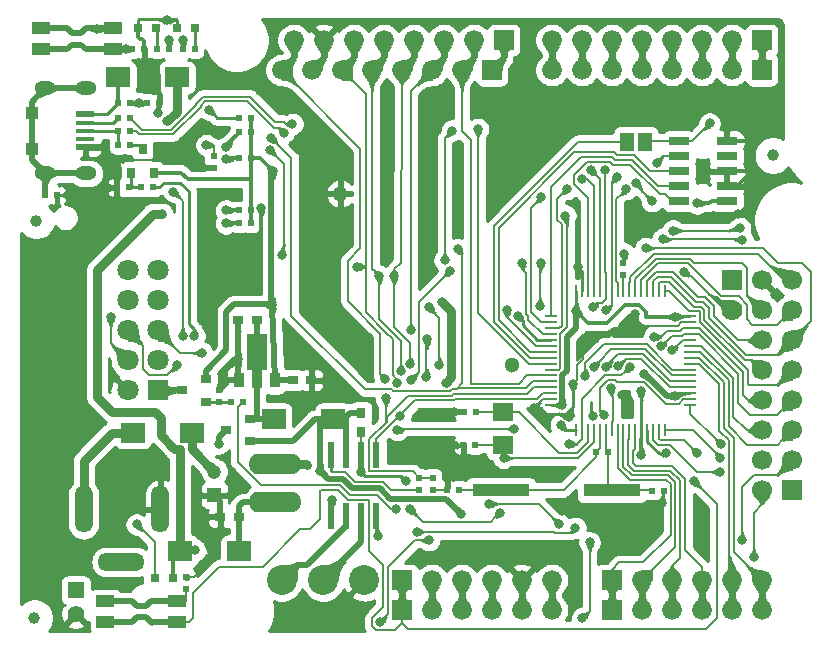
<source format=gbr>
G04 #@! TF.GenerationSoftware,KiCad,Pcbnew,5.1.5+dfsg1-2build2*
G04 #@! TF.CreationDate,2020-06-04T11:32:47+03:00*
G04 #@! TF.ProjectId,OLIMEXINO-STM32F3_RevB,4f4c494d-4558-4494-9e4f-2d53544d3332,rev?*
G04 #@! TF.SameCoordinates,Original*
G04 #@! TF.FileFunction,Copper,L1,Top*
G04 #@! TF.FilePolarity,Positive*
%FSLAX46Y46*%
G04 Gerber Fmt 4.6, Leading zero omitted, Abs format (unit mm)*
G04 Created by KiCad (PCBNEW 5.1.5+dfsg1-2build2) date 2020-06-04 11:32:47*
%MOMM*%
%LPD*%
G04 APERTURE LIST*
%ADD10C,1.300000*%
%ADD11C,1.000000*%
%ADD12C,1.676400*%
%ADD13R,1.676400X1.676400*%
%ADD14C,1.778000*%
%ADD15R,1.778000X1.778000*%
%ADD16R,1.800000X0.700000*%
%ADD17R,1.650000X0.500000*%
%ADD18R,1.650000X0.325000*%
%ADD19R,1.000000X1.100000*%
%ADD20O,1.800000X1.200000*%
%ADD21R,1.000000X0.250000*%
%ADD22R,0.250000X1.000000*%
%ADD23R,1.733000X3.125000*%
%ADD24R,0.900000X1.300000*%
%ADD25R,0.900000X1.501900*%
%ADD26R,0.600000X2.200000*%
%ADD27R,1.524000X1.016000*%
%ADD28R,1.168400X1.600200*%
%ADD29R,0.500000X0.550000*%
%ADD30R,0.550000X0.500000*%
%ADD31R,4.826000X1.100000*%
%ADD32R,1.778000X1.524000*%
%ADD33O,4.000000X1.510000*%
%ADD34O,1.510000X4.000000*%
%ADD35R,0.800000X0.800000*%
%ADD36O,4.500000X1.750000*%
%ADD37C,1.700000*%
%ADD38R,1.700000X1.700000*%
%ADD39R,0.700000X0.900000*%
%ADD40R,0.900000X0.700000*%
%ADD41R,2.000000X1.700000*%
%ADD42C,1.800000*%
%ADD43R,1.750000X1.750000*%
%ADD44C,2.540000*%
%ADD45R,0.900000X0.800000*%
%ADD46R,0.800000X0.900000*%
%ADD47R,1.200000X1.200000*%
%ADD48C,1.200000*%
%ADD49R,1.400000X1.400000*%
%ADD50C,1.400000*%
%ADD51C,0.800000*%
%ADD52C,0.508000*%
%ADD53C,0.203200*%
%ADD54C,0.355600*%
%ADD55C,0.250000*%
%ADD56C,0.762000*%
%ADD57C,0.200000*%
%ADD58C,0.254000*%
%ADD59C,0.025400*%
G04 APERTURE END LIST*
D10*
X102931728Y-75521728D03*
X88436039Y-61026039D03*
D11*
X62540000Y-96930000D03*
X62700000Y-63300000D03*
X125070000Y-57780000D03*
D12*
X83484220Y-50552321D03*
D13*
X101261680Y-50552321D03*
D12*
X98724220Y-50552321D03*
X96184220Y-50552321D03*
X93644220Y-50552321D03*
X91104220Y-50552321D03*
X88564220Y-50552321D03*
X86024220Y-50552321D03*
D13*
X124124220Y-50552321D03*
D12*
X121584220Y-50552321D03*
X119044220Y-50552321D03*
X116504220Y-50552321D03*
X113964220Y-50552321D03*
X111424220Y-50552321D03*
X108884220Y-50552321D03*
X106344220Y-50552321D03*
D13*
X111424220Y-93732321D03*
D12*
X113964220Y-93732321D03*
X116504220Y-93732321D03*
X119044220Y-93732321D03*
X121584220Y-93732321D03*
X124124220Y-93732321D03*
X96184220Y-93732321D03*
X98724220Y-93732321D03*
X101264220Y-93732321D03*
X103804220Y-93732321D03*
D13*
X93644220Y-93732321D03*
D12*
X106344220Y-93732321D03*
X106344220Y-96272321D03*
D13*
X93644220Y-96272321D03*
D12*
X87040220Y-48012321D03*
X103804220Y-96272321D03*
X101264220Y-96272321D03*
X89580220Y-48012321D03*
X92120220Y-48012321D03*
X94660220Y-48012321D03*
X97200220Y-48012321D03*
X99740220Y-48012321D03*
D13*
X102277680Y-48012321D03*
D12*
X106344220Y-48012321D03*
X108884220Y-48012321D03*
X111424220Y-48012321D03*
X113964220Y-48012321D03*
X116504220Y-48012321D03*
X119044220Y-48012321D03*
X121584220Y-48012321D03*
D13*
X124124220Y-48012321D03*
D12*
X84500220Y-48012321D03*
X124124220Y-96272321D03*
X121584220Y-96272321D03*
X119044220Y-96272321D03*
X116504220Y-96272321D03*
X113964220Y-96272321D03*
D13*
X111424220Y-96272321D03*
D12*
X98724220Y-96272321D03*
X96184220Y-96272321D03*
D14*
X121590000Y-70880000D03*
D15*
X121590000Y-68340000D03*
D16*
X117068000Y-56560000D03*
X121132000Y-56560000D03*
X117068000Y-57830000D03*
X121132000Y-57830000D03*
X117068000Y-59100000D03*
X121132000Y-59100000D03*
X117068000Y-60370000D03*
X121132000Y-60370000D03*
X117068000Y-61640000D03*
X121132000Y-61640000D03*
D17*
X66850000Y-54312500D03*
D18*
X66850000Y-55050000D03*
X66850000Y-55700000D03*
X66850000Y-56350000D03*
D17*
X66850000Y-57087500D03*
D19*
X62300000Y-54200000D03*
X62300000Y-57200000D03*
D20*
X63450000Y-52100000D03*
X66920000Y-52100000D03*
X66920000Y-59300000D03*
X63450000Y-59300000D03*
D21*
X106260000Y-78910000D03*
X106260000Y-78410000D03*
X106260000Y-77910000D03*
X106260000Y-77410000D03*
X106260000Y-76910000D03*
X106260000Y-76410000D03*
X106260000Y-75910000D03*
X106260000Y-75410000D03*
X106260000Y-74910000D03*
X106260000Y-74410000D03*
X106260000Y-73910000D03*
X106260000Y-73410000D03*
X106260000Y-72910000D03*
X106260000Y-72410000D03*
X106260000Y-71910000D03*
X106260000Y-71410000D03*
D22*
X108410000Y-69260000D03*
X108910000Y-69260000D03*
X109410000Y-69260000D03*
X109910000Y-69260000D03*
X110410000Y-69260000D03*
X110910000Y-69260000D03*
X111410000Y-69260000D03*
X111910000Y-69260000D03*
X112410000Y-69260000D03*
X112910000Y-69260000D03*
X113410000Y-69260000D03*
X113910000Y-69260000D03*
X114410000Y-69260000D03*
X114910000Y-69260000D03*
X115410000Y-69260000D03*
X115910000Y-69260000D03*
D21*
X118060000Y-71410000D03*
X118060000Y-71910000D03*
X118060000Y-72410000D03*
X118060000Y-72910000D03*
X118060000Y-73410000D03*
X118060000Y-73910000D03*
X118060000Y-74410000D03*
X118060000Y-74910000D03*
X118060000Y-75410000D03*
X118060000Y-75910000D03*
X118060000Y-76410000D03*
X118060000Y-76910000D03*
X118060000Y-77410000D03*
X118060000Y-77910000D03*
X118060000Y-78410000D03*
X118060000Y-78910000D03*
D22*
X115910000Y-81060000D03*
X115410000Y-81060000D03*
X114910000Y-81060000D03*
X114410000Y-81060000D03*
X113910000Y-81060000D03*
X113410000Y-81060000D03*
X112910000Y-81060000D03*
X112410000Y-81060000D03*
X111910000Y-81060000D03*
X111410000Y-81060000D03*
X110910000Y-81060000D03*
X110410000Y-81060000D03*
X109910000Y-81060000D03*
X109410000Y-81060000D03*
X108910000Y-81060000D03*
X108410000Y-81060000D03*
D23*
X81370000Y-74432500D03*
D24*
X82870000Y-76820000D03*
D25*
X81370000Y-76720000D03*
D24*
X79870000Y-76820000D03*
D26*
X91495000Y-88330000D03*
X90225000Y-88330000D03*
X88955000Y-88330000D03*
X87685000Y-88330000D03*
X87685000Y-83130000D03*
X88955000Y-83130000D03*
X90225000Y-83130000D03*
X91495000Y-83130000D03*
D27*
X68552000Y-95511000D03*
X74648000Y-95511000D03*
X74648000Y-97289000D03*
X68552000Y-97289000D03*
X69148000Y-48789000D03*
X63052000Y-48789000D03*
X63052000Y-47011000D03*
X69148000Y-47011000D03*
D28*
X112698000Y-56650000D03*
X114222000Y-56650000D03*
X114222000Y-56650000D03*
D29*
X75102000Y-48790000D03*
X76118000Y-48790000D03*
X73908000Y-48790000D03*
X72892000Y-48790000D03*
X69652000Y-56890000D03*
X70668000Y-56890000D03*
X70658000Y-53350000D03*
X69642000Y-53350000D03*
X73088000Y-53350000D03*
X72072000Y-53350000D03*
X70668000Y-55750000D03*
X69652000Y-55750000D03*
X70668000Y-54600000D03*
X69652000Y-54600000D03*
X70528000Y-60490000D03*
X69512000Y-60490000D03*
X71562000Y-60490000D03*
X72578000Y-60490000D03*
X111128000Y-82870000D03*
X110112000Y-82870000D03*
D30*
X78180000Y-78618000D03*
X78180000Y-77602000D03*
D29*
X79182000Y-78620000D03*
X80198000Y-78620000D03*
D30*
X112410000Y-67898000D03*
X112410000Y-66882000D03*
X75374500Y-94488000D03*
X75374500Y-93472000D03*
D29*
X71838000Y-48790000D03*
X70822000Y-48790000D03*
X79862000Y-54620000D03*
X80878000Y-54620000D03*
D30*
X77700000Y-57792000D03*
X77700000Y-58808000D03*
D29*
X79862000Y-58030000D03*
X80878000Y-58030000D03*
X79862000Y-62440000D03*
X80878000Y-62440000D03*
X79872000Y-63530000D03*
X80888000Y-63530000D03*
X79862000Y-55820000D03*
X80878000Y-55820000D03*
D30*
X96240000Y-86068000D03*
X96240000Y-85052000D03*
X95110000Y-85052000D03*
X95110000Y-86068000D03*
D31*
X111419000Y-86120000D03*
X102021000Y-86120000D03*
D32*
X102220000Y-79493000D03*
X102220000Y-82287000D03*
D33*
X69900000Y-92200000D03*
D34*
X66700000Y-87750000D03*
X73200000Y-87750000D03*
D35*
X74598000Y-46990000D03*
X76122000Y-46990000D03*
X71288000Y-46990000D03*
X72812000Y-46990000D03*
X72707500Y-93599000D03*
X74231500Y-93599000D03*
D36*
X82940000Y-87145000D03*
X82940000Y-83895000D03*
D37*
X124130000Y-75970000D03*
X126670000Y-75970000D03*
X124130000Y-78510000D03*
X126670000Y-78510000D03*
X124130000Y-81050000D03*
X126670000Y-81050000D03*
X124130000Y-83590000D03*
X126670000Y-83590000D03*
X124130000Y-86130000D03*
D38*
X126670000Y-86130000D03*
D37*
X126670000Y-73430000D03*
X124130000Y-73430000D03*
X126670000Y-70890000D03*
X124130000Y-70890000D03*
X124130000Y-68350000D03*
X126670000Y-68350000D03*
D39*
X70740000Y-59240000D03*
X72640000Y-59240000D03*
X71690000Y-57240000D03*
D40*
X77040000Y-78620000D03*
X77040000Y-76720000D03*
X75040000Y-77670000D03*
X80750000Y-81980000D03*
X80750000Y-80080000D03*
X78750000Y-81030000D03*
D41*
X74630000Y-51170000D03*
X69630000Y-51170000D03*
X74840000Y-91270000D03*
X79840000Y-91270000D03*
X82810000Y-80090000D03*
X87810000Y-80090000D03*
X75890000Y-81240000D03*
X70890000Y-81240000D03*
D42*
X70430000Y-67520000D03*
X72970000Y-67520000D03*
X70430000Y-70060000D03*
X72970000Y-70060000D03*
X70430000Y-72600000D03*
X72970000Y-72600000D03*
X70430000Y-75140000D03*
X72970000Y-75140000D03*
X70430000Y-77680000D03*
D43*
X72970000Y-77680000D03*
D44*
X90480000Y-93730000D03*
X83480000Y-93730000D03*
X86980000Y-93730000D03*
D29*
X63432000Y-61140000D03*
X64448000Y-61140000D03*
X114832000Y-86150000D03*
X115848000Y-86150000D03*
X98488000Y-86100000D03*
X97472000Y-86100000D03*
X99858000Y-82310000D03*
X98842000Y-82310000D03*
X99888000Y-79480000D03*
X98872000Y-79480000D03*
D45*
X84390000Y-76810000D03*
X85990000Y-76810000D03*
D46*
X90200000Y-81170000D03*
X90200000Y-79570000D03*
D45*
X81370000Y-71700000D03*
X79770000Y-71700000D03*
X79860000Y-88390000D03*
X78260000Y-88390000D03*
D47*
X77780000Y-86540000D03*
D48*
X77780000Y-84540000D03*
D49*
X66052140Y-94591620D03*
D50*
X66054680Y-96603300D03*
D51*
X111823500Y-59626500D03*
X78130000Y-82190000D03*
X77200000Y-61400000D03*
X81745990Y-62260000D03*
X72982732Y-54223721D03*
X108550000Y-67250000D03*
X98040000Y-82330000D03*
X98100000Y-79500000D03*
X104840000Y-79190000D03*
X113360000Y-71240000D03*
X115660000Y-87220000D03*
X79770000Y-75030000D03*
X87498000Y-77458000D03*
X90604000Y-76316000D03*
X65400000Y-61120000D03*
X68800000Y-60500000D03*
X69370000Y-58610000D03*
X73761604Y-46349298D03*
X95830000Y-67690000D03*
X104570000Y-56950000D03*
X123250000Y-56570000D03*
X123270000Y-59110000D03*
X95770000Y-60940000D03*
X109580000Y-55190000D03*
X95600000Y-56450000D03*
X119010000Y-87800000D03*
X87520000Y-71020000D03*
X90203179Y-84597168D03*
X111600000Y-72718390D03*
X105330000Y-70550000D03*
X105390000Y-66860968D03*
X108129829Y-77138683D03*
X109788654Y-79803573D03*
X112309357Y-78039215D03*
X107807108Y-79892892D03*
X93977707Y-85366400D03*
X94080000Y-82960000D03*
X76270000Y-88380000D03*
X77290000Y-90770000D03*
X77900000Y-65505000D03*
X85840000Y-62830000D03*
X107670000Y-90940000D03*
X110460000Y-88890000D03*
X107245130Y-87880904D03*
X122110000Y-62700000D03*
X115710000Y-62780000D03*
X126160000Y-59560000D03*
X92220000Y-60930000D03*
X98410000Y-60910000D03*
X107100000Y-80600000D03*
X73800000Y-54900000D03*
X86740000Y-84480000D03*
X76140000Y-91190000D03*
X98680000Y-88110000D03*
X73320000Y-62730000D03*
X85610000Y-84000000D03*
X87690000Y-86980000D03*
X116030000Y-83010000D03*
X113920000Y-83130000D03*
X113877080Y-77763763D03*
X119710000Y-55070000D03*
X118400000Y-85380000D03*
X111380000Y-77500000D03*
X108340000Y-89310000D03*
X94900000Y-89650000D03*
X95730000Y-76530000D03*
X95801600Y-73355721D03*
X102260000Y-83390000D03*
X97900000Y-55680000D03*
X97265583Y-66656535D03*
X93260078Y-77024607D03*
X89870000Y-67186147D03*
X110925831Y-75691179D03*
X94360711Y-75450001D03*
X109180000Y-76420000D03*
X92980000Y-67992568D03*
X93578032Y-76072446D03*
X91738972Y-67992568D03*
X109899448Y-75660552D03*
X115017713Y-73130916D03*
X68986400Y-71501000D03*
X115589792Y-73951128D03*
X110860000Y-59040000D03*
X109825032Y-70654492D03*
X74625200Y-75565000D03*
X110920000Y-70902190D03*
X76708000Y-74498200D03*
X105451227Y-61311227D03*
X115210000Y-58398400D03*
X117565281Y-67614719D03*
X94360000Y-87730000D03*
X112922317Y-75691143D03*
X101961518Y-88011518D03*
X107787616Y-82213307D03*
X115730000Y-64870000D03*
X122478390Y-64910000D03*
X107640000Y-60608400D03*
X77100000Y-56900000D03*
X74301000Y-60843612D03*
X75080000Y-73080000D03*
X122444810Y-90380000D03*
X109551107Y-90538893D03*
X108930000Y-96940000D03*
X91810000Y-97300000D03*
X95935562Y-90360084D03*
X102530000Y-70891958D03*
X96820000Y-75560000D03*
X95930665Y-70631958D03*
X123430000Y-91810000D03*
X93520000Y-79800000D03*
X101030000Y-87270002D03*
X106950000Y-89000000D03*
X78770000Y-62430000D03*
X114290000Y-65620000D03*
X78746287Y-58099731D03*
X116600000Y-64140000D03*
X122271369Y-63931651D03*
X78760000Y-63530000D03*
X78770000Y-57100000D03*
X92290000Y-78320000D03*
X92236921Y-76723686D03*
X111923810Y-75627522D03*
X94390000Y-72590000D03*
X120630671Y-82208567D03*
X120610000Y-83360000D03*
X120590000Y-84570000D03*
X118610000Y-82990000D03*
X100081610Y-55550000D03*
X107500000Y-62871610D03*
X114816114Y-61656114D03*
X113448874Y-60077018D03*
X112649000Y-60642500D03*
X77299363Y-53898390D03*
X67870000Y-47040000D03*
X82600000Y-56300000D03*
X70250000Y-48780000D03*
X98357107Y-65717461D03*
X112464821Y-66090000D03*
X103174551Y-80928590D03*
X93276107Y-81036107D03*
X110787658Y-79758688D03*
X93165521Y-87684010D03*
X76079981Y-73072195D03*
X103476127Y-71361860D03*
X84381449Y-55116165D03*
X109651232Y-59018779D03*
X108908768Y-59761232D03*
X83638985Y-55858629D03*
X83500000Y-66200000D03*
X82458579Y-57289952D03*
X71360000Y-53350000D03*
X103858390Y-66860000D03*
X73910000Y-48020000D03*
X75132660Y-48007340D03*
X91594999Y-90042000D03*
X94420000Y-76760000D03*
X116530037Y-74291662D03*
X97688818Y-67562568D03*
X107220934Y-78919112D03*
X82700000Y-59120000D03*
X116734281Y-78111610D03*
X108397678Y-70914821D03*
X82682293Y-70457707D03*
X116780000Y-71420000D03*
X114164177Y-76266789D03*
X97359153Y-77018967D03*
X97058123Y-70229419D03*
X118640428Y-61836441D03*
X71183500Y-89027000D03*
D52*
X106344220Y-48012321D02*
X106344220Y-50552321D01*
X78130000Y-81650000D02*
X78750000Y-81030000D01*
X78130000Y-82190000D02*
X78130000Y-81650000D01*
D53*
X76613800Y-58200000D02*
X69780000Y-58200000D01*
X69780000Y-58200000D02*
X69370000Y-58610000D01*
X77700000Y-58808000D02*
X77221800Y-58808000D01*
X77221800Y-58808000D02*
X76613800Y-58200000D01*
D54*
X81275000Y-65505000D02*
X81745990Y-65034010D01*
X77900000Y-65505000D02*
X81275000Y-65505000D01*
X81745990Y-62825685D02*
X81745990Y-62260000D01*
X81745990Y-65034010D02*
X81745990Y-62825685D01*
X73088000Y-53350000D02*
X73088000Y-54118453D01*
X73088000Y-54118453D02*
X72982732Y-54223721D01*
D53*
X111999999Y-72318391D02*
X111600000Y-72718390D01*
X117009631Y-72200369D02*
X112118021Y-72200369D01*
X112118021Y-72200369D02*
X111999999Y-72318391D01*
X117300000Y-71910000D02*
X117009631Y-72200369D01*
X118060000Y-71910000D02*
X117300000Y-71910000D01*
X90200000Y-81170000D02*
X90200000Y-83105000D01*
X90200000Y-83105000D02*
X90225000Y-83130000D01*
X98842000Y-83588000D02*
X97472000Y-84958000D01*
X97472000Y-84958000D02*
X97472000Y-86100000D01*
X98842000Y-82310000D02*
X98842000Y-83588000D01*
X98872000Y-82280000D02*
X98842000Y-82310000D01*
D52*
X78867000Y-76940000D02*
X78867000Y-76865000D01*
X78867000Y-76865000D02*
X78912000Y-76820000D01*
X78912000Y-76820000D02*
X79870000Y-76820000D01*
X78180000Y-77602000D02*
X78205000Y-77602000D01*
X78205000Y-77602000D02*
X78867000Y-76940000D01*
X79770000Y-71700000D02*
X79770000Y-75030000D01*
X79770000Y-76720000D02*
X79870000Y-76820000D01*
D55*
X97450000Y-86078000D02*
X97472000Y-86100000D01*
D52*
X78260000Y-88390000D02*
X78260000Y-87020000D01*
X78260000Y-87020000D02*
X77780000Y-86540000D01*
X103804220Y-96272321D02*
X103804220Y-93732321D01*
X87040220Y-48012321D02*
X87040220Y-49536321D01*
X87040220Y-49536321D02*
X86024220Y-50552321D01*
D54*
X71838000Y-49688000D02*
X73088000Y-50938000D01*
X73088000Y-50938000D02*
X73088000Y-53350000D01*
X71838000Y-48790000D02*
X71838000Y-49688000D01*
X71660000Y-47920000D02*
X71838000Y-48098000D01*
X71838000Y-48098000D02*
X71838000Y-48790000D01*
X71462400Y-47920000D02*
X71660000Y-47920000D01*
X71288000Y-46990000D02*
X71288000Y-47745600D01*
X71288000Y-47745600D02*
X71462400Y-47920000D01*
D55*
X71288000Y-46990000D02*
X71288000Y-46340000D01*
X71288000Y-46340000D02*
X71363001Y-46264999D01*
X74598000Y-46340000D02*
X74598000Y-46990000D01*
X74522999Y-46264999D02*
X74598000Y-46340000D01*
D52*
X68510000Y-57780000D02*
X69320000Y-58590000D01*
X68510000Y-57414500D02*
X68510000Y-57780000D01*
X66850000Y-57087500D02*
X68183000Y-57087500D01*
X68183000Y-57087500D02*
X68510000Y-57414500D01*
D53*
X97440000Y-86068000D02*
X97472000Y-86100000D01*
X96240000Y-86068000D02*
X97440000Y-86068000D01*
D55*
X108910000Y-69260000D02*
X108910000Y-67610000D01*
X108910000Y-67610000D02*
X108550000Y-67250000D01*
D53*
X98842000Y-82310000D02*
X98060000Y-82310000D01*
X98060000Y-82310000D02*
X98040000Y-82330000D01*
X98418800Y-79480000D02*
X98398800Y-79500000D01*
X98872000Y-79480000D02*
X98418800Y-79480000D01*
X98398800Y-79500000D02*
X98100000Y-79500000D01*
X106260000Y-78410000D02*
X105627024Y-78410000D01*
X104847024Y-79190000D02*
X104840000Y-79190000D01*
X105627024Y-78410000D02*
X104847024Y-79190000D01*
X115848000Y-86150000D02*
X115848000Y-87032000D01*
X115848000Y-87032000D02*
X115660000Y-87220000D01*
D52*
X79770000Y-75030000D02*
X79770000Y-76720000D01*
D53*
X64448000Y-61140000D02*
X65380000Y-61140000D01*
X65380000Y-61140000D02*
X65400000Y-61120000D01*
X69058800Y-60490000D02*
X69048800Y-60500000D01*
X69512000Y-60490000D02*
X69058800Y-60490000D01*
X69048800Y-60500000D02*
X68800000Y-60500000D01*
D52*
X69320000Y-58590000D02*
X69350000Y-58590000D01*
X69350000Y-58590000D02*
X69370000Y-58610000D01*
D54*
X73774999Y-46264999D02*
X73774999Y-46335903D01*
D55*
X73774999Y-46264999D02*
X74522999Y-46264999D01*
D54*
X73774999Y-46335903D02*
X73761604Y-46349298D01*
D55*
X71363001Y-46264999D02*
X73774999Y-46264999D01*
D54*
X123240000Y-56560000D02*
X123250000Y-56570000D01*
X121132000Y-56560000D02*
X123240000Y-56560000D01*
X123260000Y-59100000D02*
X123270000Y-59110000D01*
X121132000Y-59100000D02*
X123260000Y-59100000D01*
X122010000Y-60370000D02*
X123270000Y-59110000D01*
X121132000Y-60370000D02*
X122010000Y-60370000D01*
X123250000Y-59090000D02*
X123270000Y-59110000D01*
X123250000Y-56570000D02*
X123250000Y-59090000D01*
D53*
X90225000Y-84575347D02*
X90203179Y-84597168D01*
X90225000Y-83130000D02*
X90225000Y-84575347D01*
X105330000Y-70550000D02*
X105330000Y-66920968D01*
X105330000Y-66920968D02*
X105390000Y-66860968D01*
X108960000Y-74590000D02*
X108960000Y-75030590D01*
X111600000Y-72718390D02*
X110831610Y-72718390D01*
X110831610Y-72718390D02*
X108960000Y-74590000D01*
X108960000Y-75030590D02*
X108953288Y-75037302D01*
X108478399Y-76790113D02*
X108129829Y-77138683D01*
X108960000Y-75030590D02*
X108478399Y-75512191D01*
X108478399Y-75512191D02*
X108478399Y-76790113D01*
D55*
X108129829Y-79083219D02*
X108129829Y-77704368D01*
X107568935Y-79644113D02*
X108129829Y-79083219D01*
X105859798Y-79644113D02*
X107568935Y-79644113D01*
X105405685Y-79190000D02*
X105859798Y-79644113D01*
X108129829Y-77704368D02*
X108129829Y-77138683D01*
X104840000Y-79190000D02*
X105405685Y-79190000D01*
X107568935Y-79644113D02*
X107568935Y-79654719D01*
X107568935Y-79654719D02*
X107807108Y-79892892D01*
X93569518Y-84958211D02*
X93977707Y-85366400D01*
X90203179Y-84597168D02*
X90564222Y-84958211D01*
X90564222Y-84958211D02*
X93569518Y-84958211D01*
D53*
X77290000Y-90770000D02*
X77290000Y-92191500D01*
X76009500Y-93472000D02*
X75374500Y-93472000D01*
X77290000Y-92191500D02*
X76009500Y-93472000D01*
X78260000Y-89800000D02*
X77290000Y-90770000D01*
X78260000Y-88390000D02*
X78260000Y-89800000D01*
D55*
X107560000Y-81060000D02*
X107100000Y-80600000D01*
X108410000Y-81060000D02*
X107560000Y-81060000D01*
D56*
X75890000Y-81240000D02*
X75890000Y-82650000D01*
X75890000Y-82650000D02*
X77780000Y-84540000D01*
X74630000Y-51170000D02*
X74630000Y-54070000D01*
X74630000Y-54070000D02*
X73800000Y-54900000D01*
D52*
X84390000Y-81980000D02*
X86280000Y-80090000D01*
X86280000Y-80090000D02*
X87810000Y-80090000D01*
X80750000Y-81980000D02*
X84390000Y-81980000D01*
X88955000Y-79907000D02*
X87993000Y-79907000D01*
X87993000Y-79907000D02*
X87810000Y-80090000D01*
X88955000Y-83130000D02*
X88955000Y-79907000D01*
X88955000Y-79907000D02*
X89292000Y-79570000D01*
X89292000Y-79570000D02*
X90200000Y-79570000D01*
X98724220Y-96272321D02*
X98724220Y-93732321D01*
X86740000Y-80090000D02*
X87810000Y-80090000D01*
X86740000Y-84480000D02*
X86740000Y-80090000D01*
X74920000Y-91190000D02*
X74840000Y-91270000D01*
X76140000Y-91190000D02*
X74920000Y-91190000D01*
X98724220Y-88154220D02*
X98680000Y-88110000D01*
D56*
X74840000Y-89658000D02*
X74840000Y-91270000D01*
X74425199Y-82671001D02*
X74840000Y-82671001D01*
X74270000Y-82515802D02*
X74425199Y-82671001D01*
X73240000Y-81480000D02*
X74270000Y-82510000D01*
X74270000Y-82510000D02*
X74270000Y-82515802D01*
X73240000Y-80030000D02*
X73240000Y-81480000D01*
X72570000Y-62730000D02*
X67860000Y-67440000D01*
X67860000Y-67440000D02*
X67860000Y-78243800D01*
X73320000Y-62730000D02*
X72570000Y-62730000D01*
X67860000Y-78243800D02*
X69126200Y-79510000D01*
X74840000Y-82671001D02*
X74840000Y-89658000D01*
X72720000Y-79510000D02*
X73240000Y-80030000D01*
X69126200Y-79510000D02*
X72720000Y-79510000D01*
D52*
X97400000Y-86830000D02*
X92670000Y-86830000D01*
X98680000Y-88110000D02*
X97400000Y-86830000D01*
X91805611Y-85965611D02*
X89451363Y-85965611D01*
X88630141Y-85144389D02*
X87404389Y-85144389D01*
X92670000Y-86830000D02*
X91805611Y-85965611D01*
X89451363Y-85965611D02*
X88630141Y-85144389D01*
X87139999Y-84879999D02*
X86740000Y-84480000D01*
X87404389Y-85144389D02*
X87139999Y-84879999D01*
D53*
X74231500Y-91878500D02*
X74840000Y-91270000D01*
D54*
X74231500Y-93599000D02*
X74231500Y-91878500D01*
D56*
X82940000Y-83895000D02*
X85505000Y-83895000D01*
X85505000Y-83895000D02*
X85610000Y-84000000D01*
D55*
X87685000Y-88330000D02*
X87690000Y-88325000D01*
X87690000Y-88325000D02*
X87690000Y-87545685D01*
X87690000Y-87545685D02*
X87690000Y-86980000D01*
D52*
X79860000Y-88390000D02*
X79860000Y-91250000D01*
X79860000Y-91250000D02*
X79840000Y-91270000D01*
X80192000Y-87150000D02*
X82935000Y-87150000D01*
X82935000Y-87150000D02*
X82940000Y-87145000D01*
X79860000Y-88390000D02*
X79860000Y-87482000D01*
X79860000Y-87482000D02*
X80192000Y-87150000D01*
X81500000Y-80080000D02*
X82800000Y-80080000D01*
X80750000Y-80080000D02*
X81500000Y-80080000D01*
X81370000Y-76720000D02*
X81370000Y-79950000D01*
X81370000Y-79950000D02*
X81500000Y-80080000D01*
X82800000Y-80080000D02*
X82810000Y-80090000D01*
X81370000Y-74432500D02*
X81370000Y-71700000D01*
D53*
X81370000Y-74432500D02*
X81370000Y-76720000D01*
D55*
X115464315Y-83010000D02*
X116030000Y-83010000D01*
X114422810Y-82038495D02*
X115394315Y-83010000D01*
X114422810Y-81072810D02*
X114422810Y-82038495D01*
X115394315Y-83010000D02*
X115464315Y-83010000D01*
X114410000Y-81060000D02*
X114422810Y-81072810D01*
D54*
X113920000Y-81780002D02*
X113920000Y-82564315D01*
X113920000Y-82564315D02*
X113920000Y-83130000D01*
X113910000Y-81770002D02*
X113920000Y-81780002D01*
D55*
X113910000Y-81060000D02*
X113910000Y-81770002D01*
D52*
X101264220Y-96272321D02*
X101264220Y-93732321D01*
D55*
X113910000Y-81060000D02*
X113910000Y-77796683D01*
X113910000Y-77796683D02*
X113877080Y-77763763D01*
D52*
X93644220Y-96272321D02*
X93644220Y-93732321D01*
X72009921Y-96895999D02*
X72480000Y-97366078D01*
X71190079Y-96895999D02*
X72009921Y-96895999D01*
X68552000Y-97289000D02*
X70797078Y-97289000D01*
X70797078Y-97289000D02*
X71190079Y-96895999D01*
X72557078Y-97289000D02*
X74648000Y-97289000D01*
X72480000Y-97366078D02*
X72557078Y-97289000D01*
D53*
X114312000Y-56560000D02*
X114222000Y-56650000D01*
X117068000Y-56560000D02*
X114312000Y-56560000D01*
X117068000Y-56560000D02*
X118220000Y-56560000D01*
X118220000Y-56560000D02*
X119710000Y-55070000D01*
X93644220Y-97354220D02*
X93644220Y-96272321D01*
X118400000Y-85380000D02*
X120310000Y-87290000D01*
X119390000Y-97880000D02*
X94170000Y-97880000D01*
X120310000Y-96960000D02*
X119390000Y-97880000D01*
X120310000Y-87290000D02*
X120310000Y-96960000D01*
X91473231Y-98001601D02*
X93098399Y-98001601D01*
X91108399Y-97636769D02*
X91473231Y-98001601D01*
X91108399Y-96963231D02*
X91108399Y-97636769D01*
X92051601Y-92436217D02*
X92051601Y-96020029D01*
X90893399Y-91278015D02*
X92051601Y-92436217D01*
X93098399Y-98001601D02*
X93695000Y-97405000D01*
X90893399Y-87013399D02*
X90893399Y-91278015D01*
X86786790Y-86103210D02*
X88232986Y-86103210D01*
X74648000Y-97289000D02*
X75613200Y-97289000D01*
X75960000Y-96942200D02*
X75960000Y-94790000D01*
X88232986Y-86103210D02*
X89058175Y-86928399D01*
X75613200Y-97289000D02*
X75960000Y-96942200D01*
X85060000Y-89420000D02*
X85850000Y-89420000D01*
X75960000Y-94790000D02*
X78130000Y-92620000D01*
X78130000Y-92620000D02*
X81860000Y-92620000D01*
X92051601Y-96020029D02*
X91108399Y-96963231D01*
X81860000Y-92620000D02*
X85060000Y-89420000D01*
X94170000Y-97880000D02*
X93695000Y-97405000D01*
X89058175Y-86928399D02*
X90808399Y-86928399D01*
X93695000Y-97405000D02*
X93644220Y-97354220D01*
X85850000Y-89420000D02*
X86690000Y-88580000D01*
X86690000Y-88580000D02*
X86690000Y-86200000D01*
X86690000Y-86200000D02*
X86786790Y-86103210D01*
X90808399Y-86928399D02*
X90893399Y-87013399D01*
X111410000Y-80356800D02*
X111519999Y-80246801D01*
X111410000Y-81060000D02*
X111410000Y-80356800D01*
X111380000Y-78065685D02*
X111380000Y-77500000D01*
X111519999Y-78205684D02*
X111380000Y-78065685D01*
X111519999Y-80246801D02*
X111519999Y-78205684D01*
X118060000Y-74410000D02*
X118903652Y-74410000D01*
X122864861Y-82270000D02*
X125450000Y-82270000D01*
X125450000Y-82270000D02*
X125820001Y-81899999D01*
X121306420Y-80711559D02*
X122864861Y-82270000D01*
X125820001Y-81899999D02*
X126670000Y-81050000D01*
X121306420Y-76812768D02*
X121306420Y-80711559D01*
X118903652Y-74410000D02*
X121306420Y-76812768D01*
X95730000Y-76530000D02*
X95730000Y-73427321D01*
X95730000Y-73427321D02*
X95801600Y-73355721D01*
X106621629Y-89709999D02*
X106561630Y-89650000D01*
X108340000Y-89310000D02*
X107940001Y-89709999D01*
X106561630Y-89650000D02*
X95465685Y-89650000D01*
X95465685Y-89650000D02*
X94900000Y-89650000D01*
X107940001Y-89709999D02*
X106621629Y-89709999D01*
X108460000Y-82960000D02*
X106990000Y-82960000D01*
X109410000Y-82010000D02*
X108460000Y-82960000D01*
X109410000Y-81060000D02*
X109410000Y-82010000D01*
X103523000Y-79493000D02*
X102220000Y-79493000D01*
X106990000Y-82960000D02*
X103523000Y-79493000D01*
X99888000Y-79480000D02*
X102207000Y-79480000D01*
X102207000Y-79480000D02*
X102220000Y-79493000D01*
X108600226Y-83390000D02*
X109910000Y-82080226D01*
X109910000Y-81763200D02*
X109910000Y-81060000D01*
X109910000Y-82080226D02*
X109910000Y-81763200D01*
X102260000Y-83390000D02*
X108600226Y-83390000D01*
X102260000Y-83390000D02*
X102260000Y-82327000D01*
X102260000Y-82327000D02*
X102220000Y-82287000D01*
X99858000Y-82310000D02*
X102197000Y-82310000D01*
X102197000Y-82310000D02*
X102220000Y-82287000D01*
X102021000Y-86120000D02*
X98508000Y-86120000D01*
X98508000Y-86120000D02*
X98488000Y-86100000D01*
X110112000Y-82870000D02*
X110112000Y-83348200D01*
X107340200Y-86120000D02*
X104637200Y-86120000D01*
X110112000Y-83348200D02*
X107340200Y-86120000D01*
X104637200Y-86120000D02*
X102021000Y-86120000D01*
X110410000Y-81060000D02*
X110410000Y-82572000D01*
X110410000Y-82572000D02*
X110112000Y-82870000D01*
X111128000Y-82870000D02*
X111128000Y-85829000D01*
X111128000Y-85829000D02*
X111419000Y-86120000D01*
X110910000Y-81060000D02*
X110910000Y-82652000D01*
X110910000Y-82652000D02*
X111128000Y-82870000D01*
X114802000Y-86120000D02*
X114832000Y-86150000D01*
X111419000Y-86120000D02*
X114802000Y-86120000D01*
D52*
X63432000Y-61140000D02*
X63432000Y-59318000D01*
X63432000Y-59318000D02*
X63450000Y-59300000D01*
X62300000Y-57200000D02*
X62300000Y-58150000D01*
X62300000Y-58150000D02*
X63450000Y-59300000D01*
X62300000Y-54200000D02*
X62300000Y-53250000D01*
X62300000Y-53250000D02*
X63450000Y-52100000D01*
X62300000Y-54200000D02*
X62300000Y-57200000D01*
X66920000Y-59300000D02*
X63450000Y-59300000D01*
X63450000Y-52100000D02*
X66920000Y-52100000D01*
X83480000Y-93730000D02*
X84749999Y-92460001D01*
X84749999Y-92460001D02*
X85624999Y-92460001D01*
X85624999Y-92460001D02*
X88955000Y-89130000D01*
X88955000Y-89130000D02*
X88955000Y-88330000D01*
X86980000Y-93730000D02*
X90225000Y-90485000D01*
X90225000Y-90485000D02*
X90225000Y-88330000D01*
D53*
X97900000Y-55680000D02*
X97265583Y-56314417D01*
X97265583Y-66090850D02*
X97265583Y-66656535D01*
X97265583Y-56314417D02*
X97265583Y-66090850D01*
X116390507Y-76910000D02*
X114066837Y-74586330D01*
X114066837Y-74586330D02*
X111926632Y-74586330D01*
X110925831Y-75587131D02*
X110925831Y-75691179D01*
X111926632Y-74586330D02*
X110925831Y-75587131D01*
X118060000Y-76910000D02*
X116390507Y-76910000D01*
X90610000Y-71069774D02*
X92240133Y-72699907D01*
X92876422Y-76376589D02*
X93260078Y-76760245D01*
X92240133Y-72699907D02*
X92240133Y-72700133D01*
X92240133Y-72700133D02*
X92876422Y-73336422D01*
X90610000Y-67610000D02*
X90610000Y-71069774D01*
X93260078Y-76760245D02*
X93260078Y-77024607D01*
X92876422Y-73336422D02*
X92876422Y-76376589D01*
X90610000Y-67170000D02*
X89886147Y-67170000D01*
X90610000Y-67610000D02*
X90610000Y-67170000D01*
X89886147Y-67170000D02*
X89870000Y-67186147D01*
X90610000Y-67610000D02*
X90610000Y-52598101D01*
X89402419Y-51390520D02*
X88564220Y-50552321D01*
X90610000Y-52598101D02*
X89402419Y-51390520D01*
D52*
X89580220Y-48012321D02*
X89580220Y-49536321D01*
X89580220Y-49536321D02*
X88564220Y-50552321D01*
D53*
X109180000Y-75854315D02*
X109180000Y-76420000D01*
X114426346Y-73779910D02*
X110780905Y-73779910D01*
X116556436Y-75910000D02*
X114426346Y-73779910D01*
X110780905Y-73779910D02*
X109180000Y-75380815D01*
X109180000Y-75380815D02*
X109180000Y-75854315D01*
X118060000Y-75910000D02*
X116556436Y-75910000D01*
X92980000Y-72299548D02*
X94360711Y-73680259D01*
X94360711Y-74884316D02*
X94360711Y-75450001D01*
X94360711Y-73680259D02*
X94360711Y-74884316D01*
X92980000Y-67992568D02*
X92980000Y-72299548D01*
X93550000Y-66460000D02*
X93644220Y-51737714D01*
X92980000Y-67992568D02*
X92980000Y-67426883D01*
X93550000Y-66856883D02*
X93550000Y-66460000D01*
X92980000Y-67426883D02*
X93550000Y-66856883D01*
D52*
X94660220Y-48012321D02*
X94660220Y-49536321D01*
X94660220Y-49536321D02*
X93644220Y-50552321D01*
D53*
X93644220Y-51737714D02*
X93644220Y-50552321D01*
X118060000Y-76410000D02*
X116486210Y-76410000D01*
X110299447Y-75260553D02*
X109899448Y-75660552D01*
X116486210Y-76410000D02*
X114259329Y-74183119D01*
X111376881Y-74183119D02*
X110299447Y-75260553D01*
X114259329Y-74183119D02*
X111376881Y-74183119D01*
X91738972Y-67992568D02*
X91738972Y-71628520D01*
X91738972Y-71628520D02*
X92643344Y-72532892D01*
X93578032Y-75506761D02*
X93578032Y-76072446D01*
X92643344Y-72533118D02*
X93578032Y-73467806D01*
X93578032Y-73467806D02*
X93578032Y-75506761D01*
X92643344Y-72532892D02*
X92643344Y-72533118D01*
X91120000Y-67370000D02*
X91104220Y-50552321D01*
X91738972Y-67992568D02*
X91338973Y-67592569D01*
X91338973Y-67592569D02*
X91338973Y-67588973D01*
X91338973Y-67588973D02*
X91120000Y-67370000D01*
D52*
X92120220Y-48012321D02*
X92120220Y-49536321D01*
X92120220Y-49536321D02*
X91104220Y-50552321D01*
D53*
X118060000Y-72410000D02*
X118841123Y-72410001D01*
X122927919Y-78510000D02*
X124130000Y-78510000D01*
X118841123Y-72410001D02*
X122516053Y-76084931D01*
X122516053Y-76084931D02*
X122516053Y-78098134D01*
X122516053Y-78098134D02*
X122927919Y-78510000D01*
X115583398Y-73130916D02*
X115017713Y-73130916D01*
X116070314Y-72644000D02*
X115583398Y-73130916D01*
X117221000Y-72644000D02*
X116070314Y-72644000D01*
X117455000Y-72410000D02*
X117221000Y-72644000D01*
X118060000Y-72410000D02*
X117455000Y-72410000D01*
X68986400Y-73696400D02*
X70430000Y-75140000D01*
X68986400Y-71501000D02*
X68986400Y-73696400D01*
X125820001Y-79359999D02*
X126670000Y-78510000D01*
X122112842Y-78742842D02*
X123150000Y-79780000D01*
X118060000Y-72910000D02*
X118770896Y-72910000D01*
X122112842Y-76251946D02*
X122112842Y-78742842D01*
X123150000Y-79780000D02*
X125400000Y-79780000D01*
X118770896Y-72910000D02*
X122112842Y-76251946D01*
X125400000Y-79780000D02*
X125820001Y-79359999D01*
X115989791Y-73551129D02*
X115589792Y-73951128D01*
X116511930Y-73028990D02*
X115989791Y-73551129D01*
X117374839Y-73028990D02*
X116511930Y-73028990D01*
X117493829Y-72910000D02*
X117374839Y-73028990D01*
X118060000Y-72910000D02*
X117493829Y-72910000D01*
D52*
X102277680Y-48012321D02*
X102277680Y-49536321D01*
X102277680Y-49536321D02*
X101261680Y-50552321D01*
D53*
X110811610Y-67631835D02*
X110811609Y-59611194D01*
X110910000Y-69260000D02*
X110910000Y-67730225D01*
X110910000Y-67730225D02*
X110811610Y-67631835D01*
X110811609Y-59611194D02*
X110811609Y-59088391D01*
X110811609Y-59088391D02*
X110860000Y-59040000D01*
X110225031Y-70254493D02*
X109825032Y-70654492D01*
X110618707Y-70254493D02*
X110225031Y-70254493D01*
X110910000Y-69963200D02*
X110618707Y-70254493D01*
X110910000Y-69260000D02*
X110910000Y-69963200D01*
X70430000Y-72600000D02*
X71704200Y-73874200D01*
X71704200Y-73874200D02*
X71704200Y-75869800D01*
X71704200Y-75869800D02*
X72237600Y-76403200D01*
X73787000Y-76403200D02*
X74625200Y-75565000D01*
X72237600Y-76403200D02*
X73787000Y-76403200D01*
X110971010Y-70902190D02*
X110920000Y-70902190D01*
X111410000Y-70412190D02*
X110920000Y-70902190D01*
X111410000Y-69260000D02*
X111410000Y-70412190D01*
X111404400Y-60045600D02*
X111404400Y-69254400D01*
X111823500Y-59626500D02*
X111404400Y-60045600D01*
X111404400Y-69254400D02*
X111410000Y-69260000D01*
X74868200Y-74498200D02*
X72970000Y-72600000D01*
X76708000Y-74498200D02*
X74868200Y-74498200D01*
D52*
X75040000Y-77670000D02*
X72980000Y-77670000D01*
X72980000Y-77670000D02*
X72970000Y-77680000D01*
D53*
X106260000Y-71910000D02*
X105445320Y-71910000D01*
X104560000Y-71024680D02*
X104560000Y-62202454D01*
X104560000Y-62202454D02*
X105051228Y-61711226D01*
X105051228Y-61711226D02*
X105451227Y-61311227D01*
X105445320Y-71910000D02*
X104560000Y-71024680D01*
X117068000Y-57830000D02*
X115778400Y-57830000D01*
X115778400Y-57830000D02*
X115210000Y-58398400D01*
X113290525Y-57751701D02*
X111872519Y-57751701D01*
X111872519Y-57751701D02*
X111631565Y-57510747D01*
X114638824Y-59100000D02*
X113290525Y-57751701D01*
X108259479Y-57510747D02*
X101828399Y-63941827D01*
X117068000Y-59100000D02*
X114638824Y-59100000D01*
X105556800Y-74410000D02*
X106260000Y-74410000D01*
X104531628Y-74410000D02*
X105556800Y-74410000D01*
X101828399Y-71706771D02*
X104531628Y-74410000D01*
X101828399Y-63941827D02*
X101828399Y-71706771D01*
X111631565Y-57510747D02*
X108259479Y-57510747D01*
X108786042Y-57913958D02*
X106260000Y-60440000D01*
X117068000Y-60370000D02*
X115338598Y-60370000D01*
X106260000Y-60440000D02*
X106260000Y-71081800D01*
X111464550Y-57913958D02*
X108786042Y-57913958D01*
X111705503Y-58154911D02*
X111464550Y-57913958D01*
X113123509Y-58154911D02*
X111705503Y-58154911D01*
X115338598Y-60370000D02*
X113123509Y-58154911D01*
X106260000Y-71081800D02*
X106260000Y-71410000D01*
X109410000Y-61380000D02*
X109410000Y-69260000D01*
X109314462Y-58317169D02*
X108207167Y-59424464D01*
X108207167Y-59424464D02*
X108207167Y-60177167D01*
X111297535Y-58317169D02*
X109314462Y-58317169D01*
X116518000Y-61640000D02*
X115964800Y-61086800D01*
X108207167Y-60177167D02*
X109410000Y-61380000D01*
X117068000Y-61640000D02*
X116518000Y-61640000D01*
X115485172Y-61086800D02*
X112956493Y-58558121D01*
X112956493Y-58558121D02*
X111538487Y-58558121D01*
X115964800Y-61086800D02*
X115485172Y-61086800D01*
X111538487Y-58558121D02*
X111297535Y-58317169D01*
X117965280Y-68014718D02*
X117565281Y-67614719D01*
X118135393Y-68014718D02*
X117965280Y-68014718D01*
X121000675Y-70880000D02*
X118135393Y-68014718D01*
X121590000Y-70880000D02*
X121000675Y-70880000D01*
X108910000Y-81060000D02*
X108910000Y-78361404D01*
X110876216Y-76395188D02*
X112218272Y-76395188D01*
X108910000Y-78361404D02*
X110876216Y-76395188D01*
X112522318Y-76091142D02*
X112922317Y-75691143D01*
X112218272Y-76395188D02*
X112522318Y-76091142D01*
X101161435Y-88811601D02*
X101561519Y-88411517D01*
X95441601Y-88811601D02*
X101161435Y-88811601D01*
X108459893Y-82213307D02*
X107787616Y-82213307D01*
X108910000Y-81763200D02*
X108459893Y-82213307D01*
X101561519Y-88411517D02*
X101961518Y-88011518D01*
X108910000Y-81060000D02*
X108910000Y-81763200D01*
X94360000Y-87730000D02*
X95441601Y-88811601D01*
D56*
X70890000Y-81240000D02*
X69128000Y-81240000D01*
X69128000Y-81240000D02*
X66700000Y-83668000D01*
X66700000Y-83668000D02*
X66700000Y-84988000D01*
X66700000Y-84988000D02*
X66700000Y-87750000D01*
D54*
X69630000Y-51170000D02*
X69630000Y-53338000D01*
X69630000Y-53338000D02*
X69642000Y-53350000D01*
D55*
X66850000Y-54312500D02*
X68704500Y-54312500D01*
X68704500Y-54312500D02*
X69642000Y-53375000D01*
X69642000Y-53375000D02*
X69642000Y-53350000D01*
X78180000Y-78618000D02*
X79180000Y-78618000D01*
X79180000Y-78618000D02*
X79182000Y-78620000D01*
X77040000Y-78620000D02*
X78178000Y-78620000D01*
X78178000Y-78620000D02*
X78180000Y-78618000D01*
X70740000Y-60278000D02*
X70952000Y-60490000D01*
X70952000Y-60490000D02*
X71562000Y-60490000D01*
X71562000Y-60490000D02*
X70528000Y-60490000D01*
X70740000Y-59240000D02*
X70740000Y-60278000D01*
X70740000Y-60278000D02*
X70528000Y-60490000D01*
X70668000Y-56890000D02*
X71340000Y-56890000D01*
X71340000Y-56890000D02*
X71690000Y-57240000D01*
D53*
X122691572Y-75120001D02*
X119264811Y-71693240D01*
X123280001Y-75120001D02*
X122691572Y-75120001D01*
X119264811Y-71693240D02*
X119264811Y-70876704D01*
X118398072Y-70580190D02*
X116276281Y-68458399D01*
X116276281Y-68458399D02*
X115508400Y-68458400D01*
X118968297Y-70580190D02*
X118398072Y-70580190D01*
X119264811Y-70876704D02*
X118968297Y-70580190D01*
X115410000Y-68556800D02*
X115410000Y-69260000D01*
X115508400Y-68458400D02*
X115410000Y-68556800D01*
X124130000Y-75970000D02*
X123280001Y-75120001D01*
X115730000Y-64870000D02*
X122438390Y-64870000D01*
X122438390Y-64870000D02*
X122478390Y-64910000D01*
X118801281Y-70983399D02*
X117961599Y-70983399D01*
X118861601Y-71860255D02*
X118861601Y-71043719D01*
X126670000Y-75970000D02*
X125390000Y-77250000D01*
X118861601Y-71043719D02*
X118801281Y-70983399D01*
X117961599Y-70983399D02*
X116238200Y-69260000D01*
X125390000Y-77250000D02*
X123010000Y-77250000D01*
X122919264Y-75917918D02*
X118861601Y-71860255D01*
X122919264Y-77159264D02*
X122919264Y-75917918D01*
X116238200Y-69260000D02*
X115910000Y-69260000D01*
X123010000Y-77250000D02*
X122919264Y-77159264D01*
X121709631Y-79909631D02*
X122850000Y-81050000D01*
X122850000Y-81050000D02*
X122927919Y-81050000D01*
X121709631Y-76645753D02*
X121709631Y-79909631D01*
X122927919Y-81050000D02*
X124130000Y-81050000D01*
X118060000Y-73910000D02*
X118973878Y-73910000D01*
X118973878Y-73910000D02*
X121709631Y-76645753D01*
X106963200Y-72410000D02*
X107163230Y-72209970D01*
X107163230Y-72209970D02*
X107163230Y-63573212D01*
X107163230Y-63573212D02*
X106798398Y-63208380D01*
X106798398Y-63208380D02*
X106798398Y-61450002D01*
X107240001Y-61008399D02*
X107640000Y-60608400D01*
X106798398Y-61450002D02*
X107240001Y-61008399D01*
X106260000Y-72410000D02*
X106963200Y-72410000D01*
X77700000Y-56934315D02*
X77700000Y-57792000D01*
X77100000Y-56900000D02*
X77665685Y-56900000D01*
X77665685Y-56900000D02*
X77700000Y-56934315D01*
X75080000Y-73080000D02*
X75080000Y-61622612D01*
X75080000Y-61622612D02*
X74301000Y-60843612D01*
X125390000Y-84870000D02*
X123440000Y-84870000D01*
X126670000Y-83590000D02*
X125390000Y-84870000D01*
X123440000Y-84870000D02*
X122430000Y-85880000D01*
X122430000Y-85880000D02*
X122430000Y-90394810D01*
X122430000Y-90394810D02*
X122444810Y-90380000D01*
X109551107Y-90538893D02*
X109551107Y-96248893D01*
X109551107Y-96248893D02*
X109551107Y-96318893D01*
X109551107Y-96318893D02*
X108930000Y-96940000D01*
X92504419Y-92652840D02*
X94797175Y-90360084D01*
X91810000Y-97300000D02*
X92504419Y-96605581D01*
X94797175Y-90360084D02*
X95935562Y-90360084D01*
X92504419Y-96605581D02*
X92504419Y-92652840D01*
X102530000Y-71457643D02*
X102530000Y-70891958D01*
X104982357Y-73910000D02*
X102530000Y-71457643D01*
X106260000Y-73910000D02*
X104982357Y-73910000D01*
X96820000Y-71521293D02*
X95930665Y-70631958D01*
X96820000Y-75560000D02*
X96820000Y-71521293D01*
X123430000Y-88032081D02*
X123430000Y-91810000D01*
X124130000Y-86130000D02*
X124130000Y-87332081D01*
X124130000Y-87332081D02*
X123430000Y-88032081D01*
X91495000Y-81825000D02*
X94793011Y-78526989D01*
X91495000Y-83130000D02*
X91495000Y-81825000D01*
X94793011Y-78526989D02*
X98029953Y-78526989D01*
X105556800Y-77910000D02*
X106260000Y-77910000D01*
X105054791Y-78412009D02*
X105556800Y-77910000D01*
X98029953Y-78526989D02*
X98144933Y-78412009D01*
X98144933Y-78412009D02*
X105054791Y-78412009D01*
X101030000Y-87270002D02*
X105220002Y-87270002D01*
X105220002Y-87270002D02*
X106950000Y-89000000D01*
D54*
X78770000Y-62430000D02*
X79852000Y-62430000D01*
X79852000Y-62430000D02*
X79862000Y-62440000D01*
D53*
X125440000Y-74660000D02*
X122801797Y-74660000D01*
X119668022Y-71526225D02*
X119668021Y-70709688D01*
X119668021Y-70709688D02*
X119135311Y-70176979D01*
X119135311Y-70176979D02*
X118565087Y-70176979D01*
X122801797Y-74660000D02*
X119668022Y-71526225D01*
X126670000Y-73430000D02*
X125440000Y-74660000D01*
X114910000Y-68556800D02*
X114910000Y-69260000D01*
X114910000Y-68439775D02*
X114910000Y-68556800D01*
X115294586Y-68055189D02*
X114910000Y-68439775D01*
X116443297Y-68055189D02*
X115294586Y-68055189D01*
X118565087Y-70176979D02*
X116443297Y-68055189D01*
X128280000Y-71820000D02*
X126670000Y-73430000D01*
X128280000Y-67630000D02*
X128280000Y-71820000D01*
X127510000Y-66860000D02*
X128280000Y-67630000D01*
X114290000Y-65620000D02*
X124219529Y-65620000D01*
X125459529Y-66860000D02*
X127510000Y-66860000D01*
X124219529Y-65620000D02*
X125459529Y-66860000D01*
D54*
X78816018Y-58030000D02*
X78746287Y-58099731D01*
X79862000Y-58030000D02*
X78816018Y-58030000D01*
D53*
X124130000Y-73430000D02*
X124370000Y-73430000D01*
X115127571Y-67651978D02*
X116610312Y-67651978D01*
X119324217Y-69773768D02*
X120090000Y-70539551D01*
X120090000Y-71377976D02*
X122142023Y-73430000D01*
X114410000Y-69260000D02*
X114410000Y-68369549D01*
X122142023Y-73430000D02*
X122927919Y-73430000D01*
X122927919Y-73430000D02*
X124130000Y-73430000D01*
X116610312Y-67651978D02*
X118732102Y-69773768D01*
X118732102Y-69773768D02*
X119324217Y-69773768D01*
X114410000Y-68369549D02*
X115127571Y-67651978D01*
X120090000Y-70539551D02*
X120090000Y-71377976D01*
X122063020Y-64140000D02*
X122271369Y-63931651D01*
X116600000Y-64140000D02*
X122063020Y-64140000D01*
X122161489Y-69689399D02*
X122880000Y-70407910D01*
X117895583Y-66913118D02*
X120671864Y-69689399D01*
X115296207Y-66913118D02*
X117895583Y-66913118D01*
X120671864Y-69689399D02*
X122161489Y-69689399D01*
X122880000Y-70407910D02*
X122880000Y-71670000D01*
X113910000Y-69260000D02*
X113910000Y-68299325D01*
X113910000Y-68299325D02*
X115296207Y-66913118D01*
X125820001Y-71739999D02*
X126670000Y-70890000D01*
X122880000Y-71670000D02*
X123330000Y-72120000D01*
X123330000Y-72120000D02*
X125440000Y-72120000D01*
X125440000Y-72120000D02*
X125820001Y-71739999D01*
X118404717Y-66845559D02*
X118069065Y-66509907D01*
X115129194Y-66509907D02*
X113410000Y-68229101D01*
X122416441Y-66845559D02*
X118404717Y-66845559D01*
X118069065Y-66509907D02*
X115129194Y-66509907D01*
X113410000Y-68229101D02*
X113410000Y-68556800D01*
X113410000Y-68556800D02*
X113410000Y-69260000D01*
X122900000Y-67329118D02*
X122416441Y-66845559D01*
X124130000Y-70890000D02*
X122900000Y-69660000D01*
X122900000Y-69660000D02*
X122900000Y-67329118D01*
X112910000Y-68556800D02*
X112910000Y-69260000D01*
X126030000Y-68350000D02*
X123786696Y-66106696D01*
X123786696Y-66106696D02*
X114962180Y-66106696D01*
X112986601Y-68480199D02*
X112910000Y-68556800D01*
X126670000Y-68350000D02*
X126030000Y-68350000D01*
X114962180Y-66106696D02*
X112986601Y-68082275D01*
X112986601Y-68082275D02*
X112986601Y-68480199D01*
D55*
X72892000Y-48790000D02*
X72892000Y-47070000D01*
X72892000Y-47070000D02*
X72812000Y-46990000D01*
X76118000Y-48790000D02*
X76118000Y-46994000D01*
X76118000Y-46994000D02*
X76122000Y-46990000D01*
D54*
X78760000Y-63530000D02*
X79872000Y-63530000D01*
X79862000Y-55820000D02*
X79862000Y-55845000D01*
X78770000Y-56937000D02*
X78770000Y-57100000D01*
X79862000Y-55845000D02*
X78770000Y-56937000D01*
D53*
X90140000Y-65630000D02*
X89090000Y-66680000D01*
X83484220Y-50552321D02*
X90140000Y-57208101D01*
X89090000Y-70120000D02*
X91836922Y-72866922D01*
X90140000Y-57208101D02*
X90140000Y-65630000D01*
X89090000Y-66680000D02*
X89090000Y-70120000D01*
X91836922Y-72866922D02*
X91836922Y-76323687D01*
X91836922Y-76323687D02*
X92236921Y-76723686D01*
D52*
X84500220Y-48012321D02*
X84500220Y-49536321D01*
X84500220Y-49536321D02*
X83484220Y-50552321D01*
D53*
X96240000Y-85052000D02*
X95110000Y-85052000D01*
X92290000Y-78320000D02*
X92290000Y-80270000D01*
X92290000Y-80270000D02*
X92350000Y-80330000D01*
X92350000Y-80330000D02*
X90893399Y-81788719D01*
X94564601Y-84531601D02*
X95085000Y-85052000D01*
X90953719Y-84531601D02*
X94564601Y-84531601D01*
X90893399Y-84471281D02*
X90953719Y-84531601D01*
X95085000Y-85052000D02*
X95110000Y-85052000D01*
X90893399Y-81788719D02*
X90893399Y-84471281D01*
X97977918Y-78008798D02*
X97862937Y-78123779D01*
X104250978Y-78008798D02*
X97977918Y-78008798D01*
X104849776Y-77410000D02*
X104250978Y-78008798D01*
X92350000Y-79931630D02*
X92350000Y-80330000D01*
X94157851Y-78123779D02*
X92350000Y-79931630D01*
X106260000Y-77410000D02*
X104849776Y-77410000D01*
X97862937Y-78123779D02*
X94157851Y-78123779D01*
X98724220Y-55714220D02*
X99460000Y-56450000D01*
X104210000Y-76410000D02*
X106260000Y-76410000D01*
X98724220Y-50552321D02*
X98724220Y-55714220D01*
X99460000Y-77090000D02*
X103530000Y-77090000D01*
X99460000Y-56450000D02*
X99460000Y-77090000D01*
X103530000Y-77090000D02*
X104210000Y-76410000D01*
D52*
X99740220Y-48012321D02*
X99740220Y-49536321D01*
X99740220Y-49536321D02*
X98724220Y-50552321D01*
D53*
X118060000Y-77410000D02*
X116320281Y-77410000D01*
X111947596Y-75627522D02*
X111923810Y-75627522D01*
X116320281Y-77410000D02*
X113899822Y-74989541D01*
X113899822Y-74989541D02*
X112585577Y-74989541D01*
X112585577Y-74989541D02*
X111947596Y-75627522D01*
D52*
X97200220Y-48012321D02*
X97200220Y-49536321D01*
X97200220Y-49536321D02*
X96184220Y-50552321D01*
D53*
X94390000Y-52346541D02*
X94390000Y-72024315D01*
X96184220Y-50552321D02*
X94390000Y-52346541D01*
X94390000Y-72024315D02*
X94390000Y-72590000D01*
D52*
X124124220Y-48012321D02*
X124124220Y-50552321D01*
D53*
X118060000Y-78910000D02*
X118060000Y-79637896D01*
X120230672Y-81808568D02*
X120630671Y-82208567D01*
X118060000Y-79637896D02*
X120230672Y-81808568D01*
D52*
X121584220Y-48012321D02*
X121584220Y-50552321D01*
D53*
X121584220Y-50552321D02*
X121842321Y-50552321D01*
X115910000Y-81060000D02*
X118310000Y-81060000D01*
X118310000Y-81060000D02*
X120210001Y-82960001D01*
X120210001Y-82960001D02*
X120610000Y-83360000D01*
D52*
X119044220Y-48012321D02*
X119044220Y-50552321D01*
D53*
X120590000Y-84570000D02*
X118628370Y-84570000D01*
X118628370Y-84570000D02*
X116366769Y-82308399D01*
X116366769Y-82308399D02*
X115308399Y-82308399D01*
X115308399Y-82308399D02*
X114910000Y-81910000D01*
X114910000Y-81763200D02*
X114910000Y-81060000D01*
X114910000Y-81910000D02*
X114910000Y-81763200D01*
D52*
X116504220Y-48012321D02*
X116504220Y-50552321D01*
D53*
X118210001Y-82590001D02*
X118610000Y-82990000D01*
X115551988Y-81905188D02*
X117525188Y-81905188D01*
X115410000Y-81763200D02*
X115551988Y-81905188D01*
X117525188Y-81905188D02*
X118210001Y-82590001D01*
X115410000Y-81060000D02*
X115410000Y-81763200D01*
D52*
X113964220Y-48012321D02*
X113964220Y-50552321D01*
D53*
X100081610Y-71100434D02*
X100081610Y-56115685D01*
X104391176Y-75410000D02*
X100081610Y-71100434D01*
X106260000Y-75410000D02*
X104391176Y-75410000D01*
X100081610Y-56115685D02*
X100081610Y-55550000D01*
D52*
X111424220Y-48012321D02*
X111424220Y-50552321D01*
D53*
X107061601Y-75776281D02*
X107061601Y-72892647D01*
X107061601Y-72892647D02*
X107660000Y-72294248D01*
X106927882Y-75910000D02*
X107061601Y-75776281D01*
X107660000Y-72294248D02*
X107660000Y-63031610D01*
X107660000Y-63031610D02*
X107500000Y-62871610D01*
X106260000Y-75910000D02*
X106927882Y-75910000D01*
X113448874Y-60288874D02*
X113448874Y-60077018D01*
X114816114Y-61656114D02*
X113448874Y-60288874D01*
D52*
X108884220Y-48012321D02*
X108884220Y-50552321D01*
D53*
X111910000Y-69260000D02*
X111910000Y-68556800D01*
X111785411Y-61506089D02*
X112249001Y-61042499D01*
X111910000Y-68556800D02*
X111785411Y-68432211D01*
X112249001Y-61042499D02*
X112649000Y-60642500D01*
X111785411Y-68432211D02*
X111785411Y-61506089D01*
X116034281Y-85268399D02*
X116399601Y-85633719D01*
X112928399Y-85268399D02*
X116034281Y-85268399D01*
X116399601Y-89890399D02*
X114070000Y-92220000D01*
X116399601Y-85633719D02*
X116399601Y-89890399D01*
X111910000Y-84250000D02*
X112928399Y-85268399D01*
X111910000Y-81060000D02*
X111910000Y-84250000D01*
X114070000Y-92220000D02*
X112050000Y-92220000D01*
X112050000Y-92220000D02*
X111424220Y-92845780D01*
X111424220Y-92845780D02*
X111424220Y-93732321D01*
D52*
X111424220Y-96272321D02*
X111424220Y-93732321D01*
X113964220Y-96272321D02*
X113964220Y-93732321D01*
D53*
X112410000Y-81060000D02*
X112410000Y-84179774D01*
X112410000Y-84179774D02*
X113095414Y-84865188D01*
X116802812Y-90893729D02*
X114802419Y-92894122D01*
X116802812Y-85466704D02*
X116802812Y-90893729D01*
X116201297Y-84865189D02*
X116802812Y-85466704D01*
X114802419Y-92894122D02*
X113964220Y-93732321D01*
X113095414Y-84865188D02*
X116201297Y-84865189D01*
D52*
X116504220Y-96272321D02*
X116504220Y-93732321D01*
D53*
X117206022Y-85299690D02*
X117206022Y-91845126D01*
X112813211Y-83953211D02*
X113321978Y-84461978D01*
X116368313Y-84461979D02*
X117206022Y-85299690D01*
X112910000Y-81763200D02*
X112813211Y-81859989D01*
X112813211Y-81859989D02*
X112813211Y-83953211D01*
X112910000Y-81060000D02*
X112910000Y-81763200D01*
X113321978Y-84461978D02*
X116368313Y-84461979D01*
X116504220Y-92546928D02*
X116504220Y-93732321D01*
X117206022Y-91845126D02*
X116504220Y-92546928D01*
X113498993Y-84058769D02*
X116201297Y-84058769D01*
X117609231Y-85132674D02*
X117609231Y-91219231D01*
X113218399Y-83778175D02*
X113498993Y-84058769D01*
X113218399Y-82793231D02*
X113218399Y-83778175D01*
X113410000Y-81060000D02*
X113410000Y-82601630D01*
X116201297Y-84058769D02*
X116535327Y-84058771D01*
X113410000Y-82601630D02*
X113218399Y-82793231D01*
X116535327Y-84058771D02*
X117609231Y-85132674D01*
X117609231Y-91219231D02*
X119044220Y-92654220D01*
X119044220Y-92654220D02*
X119044220Y-93732321D01*
D52*
X119044220Y-96272321D02*
X119044220Y-93732321D01*
X121584220Y-96272321D02*
X121584220Y-93732321D01*
D53*
X120500000Y-77146800D02*
X118763200Y-75410000D01*
X121340000Y-93488101D02*
X121340000Y-83683810D01*
X118763200Y-75410000D02*
X118060000Y-75410000D01*
X121584220Y-93732321D02*
X121340000Y-93488101D01*
X121340000Y-83683810D02*
X121332281Y-83676091D01*
X120500000Y-81074814D02*
X120500000Y-77146800D01*
X121332281Y-83676091D02*
X121332281Y-81907095D01*
X121332281Y-81907095D02*
X120500000Y-81074814D01*
D52*
X124124220Y-96272321D02*
X124124220Y-93732321D01*
D53*
X121743210Y-91351311D02*
X121743210Y-81718575D01*
X118833426Y-74910000D02*
X118763200Y-74910000D01*
X124124220Y-93732321D02*
X121743210Y-91351311D01*
X121743210Y-81718575D02*
X120903211Y-80878576D01*
X118763200Y-74910000D02*
X118060000Y-74910000D01*
X120903211Y-80878576D02*
X120903210Y-76979784D01*
X120903210Y-76979784D02*
X118833426Y-74910000D01*
D52*
X106344220Y-96272321D02*
X106344220Y-93732321D01*
D55*
X87685000Y-83130000D02*
X87685000Y-84480000D01*
D53*
X92748000Y-86068000D02*
X95110000Y-86068000D01*
X92090000Y-85410000D02*
X92748000Y-86068000D01*
X89681504Y-85410000D02*
X92090000Y-85410000D01*
X88860282Y-84588778D02*
X89681504Y-85410000D01*
X87685000Y-84480000D02*
X87793778Y-84588778D01*
X87793778Y-84588778D02*
X88860282Y-84588778D01*
D55*
X79862000Y-54620000D02*
X78020973Y-54620000D01*
X78020973Y-54620000D02*
X77699362Y-54298389D01*
X77699362Y-54298389D02*
X77299363Y-53898390D01*
D52*
X69148000Y-47011000D02*
X67899000Y-47011000D01*
X67899000Y-47011000D02*
X66902922Y-47011000D01*
D55*
X67899000Y-47011000D02*
X67870000Y-47040000D01*
D52*
X65714001Y-47404001D02*
X65321000Y-47011000D01*
X65321000Y-47011000D02*
X63052000Y-47011000D01*
X66902922Y-47011000D02*
X66509921Y-47404001D01*
X66509921Y-47404001D02*
X65714001Y-47404001D01*
D53*
X97695922Y-77720568D02*
X93602489Y-77720568D01*
X93596848Y-77726209D02*
X92923308Y-77726209D01*
X98310000Y-77520000D02*
X97896490Y-77520000D01*
X84300000Y-71380000D02*
X84300000Y-58000000D01*
X93602489Y-77720568D02*
X93596848Y-77726209D01*
X92923308Y-77726209D02*
X92787091Y-77589992D01*
X97896490Y-77520000D02*
X97695922Y-77720568D01*
X92787091Y-77589992D02*
X90509992Y-77589992D01*
X90509992Y-77589992D02*
X84300000Y-71380000D01*
X84300000Y-58000000D02*
X82999999Y-56699999D01*
X82999999Y-56699999D02*
X82600000Y-56300000D01*
D55*
X70822000Y-48790000D02*
X70240000Y-48790000D01*
X70240000Y-48790000D02*
X70250000Y-48780000D01*
X70240000Y-48790000D02*
X69149000Y-48790000D01*
X69149000Y-48790000D02*
X69148000Y-48789000D01*
D52*
X65297078Y-48789000D02*
X65690079Y-48395999D01*
X63052000Y-48789000D02*
X65297078Y-48789000D01*
X65690079Y-48395999D02*
X66509921Y-48395999D01*
X66509921Y-48395999D02*
X66870000Y-48790000D01*
X66870000Y-48790000D02*
X67005080Y-48789000D01*
X67005080Y-48789000D02*
X69148000Y-48789000D01*
D53*
X98330000Y-77500000D02*
X98310000Y-77520000D01*
X104180000Y-77500000D02*
X98330000Y-77500000D01*
X106260000Y-76910000D02*
X104770000Y-76910000D01*
X104770000Y-76910000D02*
X104180000Y-77500000D01*
X98310000Y-77520000D02*
X98757106Y-77072894D01*
X98757106Y-77072894D02*
X98757106Y-66117460D01*
X98757106Y-66117460D02*
X98357107Y-65717461D01*
X112410000Y-66882000D02*
X112410000Y-66144821D01*
X112410000Y-66144821D02*
X112464821Y-66090000D01*
D52*
X72402922Y-95511000D02*
X74648000Y-95511000D01*
X72009921Y-95904001D02*
X72402922Y-95511000D01*
X71190079Y-95904001D02*
X72009921Y-95904001D01*
X68552000Y-95511000D02*
X70797078Y-95511000D01*
X70797078Y-95511000D02*
X71190079Y-95904001D01*
D53*
X75374500Y-95511000D02*
X74648000Y-95511000D01*
X75374500Y-94488000D02*
X75374500Y-95511000D01*
X112410000Y-67898000D02*
X112410000Y-69260000D01*
X102608866Y-80928590D02*
X102600276Y-80920000D01*
X103174551Y-80928590D02*
X102608866Y-80928590D01*
X102600276Y-80920000D02*
X93160000Y-80920000D01*
X93160000Y-80920000D02*
X93276107Y-81036107D01*
X111063231Y-76798399D02*
X110387659Y-77473971D01*
X110387659Y-79358689D02*
X110787658Y-79758688D01*
X117071050Y-78813211D02*
X115983211Y-78813211D01*
X111716769Y-76798399D02*
X111063231Y-76798399D01*
X110387659Y-77473971D02*
X110387659Y-79358689D01*
X111886769Y-76968399D02*
X111716769Y-76798399D01*
X114138399Y-76968399D02*
X111886769Y-76968399D01*
X115983211Y-78813211D02*
X114138399Y-76968399D01*
X117474261Y-78410000D02*
X117071050Y-78813211D01*
X118060000Y-78410000D02*
X117474261Y-78410000D01*
X79744800Y-83738777D02*
X81706023Y-85700000D01*
X81706023Y-85700000D02*
X88400000Y-85700000D01*
X80198000Y-78620000D02*
X80198000Y-78645000D01*
X79744800Y-79098200D02*
X79744800Y-83738777D01*
X80198000Y-78645000D02*
X79744800Y-79098200D01*
X92738258Y-87684010D02*
X93165521Y-87684010D01*
X88400000Y-85700000D02*
X89221222Y-86521222D01*
X91575470Y-86521222D02*
X92738258Y-87684010D01*
X89221222Y-86521222D02*
X91575470Y-86521222D01*
D55*
X72578000Y-60490000D02*
X73078000Y-60490000D01*
X73078000Y-60490000D02*
X73468000Y-60100000D01*
X74900000Y-60100000D02*
X75600000Y-60800000D01*
X75600000Y-60800000D02*
X75600000Y-72026529D01*
X73468000Y-60100000D02*
X74900000Y-60100000D01*
X75600000Y-72026529D02*
X76079981Y-72506510D01*
X76079981Y-72506510D02*
X76079981Y-73072195D01*
X103876126Y-72157249D02*
X103876126Y-71761859D01*
X103876126Y-71761859D02*
X103476127Y-71361860D01*
X105128877Y-73410000D02*
X103876126Y-72157249D01*
X106260000Y-73410000D02*
X105128877Y-73410000D01*
D57*
X83815764Y-55116165D02*
X84381449Y-55116165D01*
X70668000Y-54625000D02*
X71643001Y-55600001D01*
X82909385Y-54950000D02*
X83649599Y-54950000D01*
X80757763Y-52798378D02*
X82909385Y-54950000D01*
X76797673Y-52798378D02*
X80757763Y-52798378D01*
X83649599Y-54950000D02*
X83815764Y-55116165D01*
X76199351Y-53507337D02*
X76199351Y-53396700D01*
X76199351Y-53396700D02*
X76797673Y-52798378D01*
X71643001Y-55600001D02*
X74106687Y-55600001D01*
X74106687Y-55600001D02*
X76199351Y-53507337D01*
X70668000Y-54600000D02*
X70668000Y-54625000D01*
X110051231Y-59418778D02*
X109651232Y-59018779D01*
X110410000Y-59777547D02*
X110051231Y-59418778D01*
X110410000Y-69260000D02*
X110410000Y-59777547D01*
D55*
X66850000Y-55050000D02*
X69202000Y-55050000D01*
X69202000Y-55050000D02*
X69652000Y-54600000D01*
D57*
X70668000Y-55750000D02*
X71118000Y-55750000D01*
X74272376Y-56000012D02*
X76599362Y-53673026D01*
X76963362Y-53198389D02*
X80521391Y-53198389D01*
X71368012Y-56000012D02*
X74272376Y-56000012D01*
X83238986Y-55458630D02*
X83638985Y-55858629D01*
X80521391Y-53198389D02*
X82781632Y-55458630D01*
X76599362Y-53673026D02*
X76599362Y-53562389D01*
X71118000Y-55750000D02*
X71368012Y-56000012D01*
X82781632Y-55458630D02*
X83238986Y-55458630D01*
X76599362Y-53562389D02*
X76963362Y-53198389D01*
X109935000Y-60363199D02*
X109935000Y-68484999D01*
X108908768Y-59761232D02*
X109333033Y-59761232D01*
X109333033Y-59761232D02*
X109935000Y-60363199D01*
X109935000Y-68484999D02*
X109910000Y-68509999D01*
X109910000Y-68509999D02*
X109910000Y-69260000D01*
D55*
X69652000Y-55750000D02*
X69652000Y-56890000D01*
X66850000Y-55700000D02*
X69602000Y-55700000D01*
X69602000Y-55700000D02*
X69652000Y-55750000D01*
D53*
X83696790Y-66003210D02*
X83500000Y-66200000D01*
X83696790Y-58528163D02*
X83696790Y-66003210D01*
X82458579Y-57289952D02*
X83696790Y-58528163D01*
D55*
X70658000Y-53350000D02*
X71360000Y-53350000D01*
X71360000Y-53350000D02*
X72072000Y-53350000D01*
D53*
X104156789Y-71191695D02*
X104156789Y-67724084D01*
X106260000Y-72910000D02*
X105556800Y-72910000D01*
X104156789Y-67724084D02*
X103858390Y-67425685D01*
X105556800Y-72910000D02*
X104326789Y-71679989D01*
X104326789Y-71361695D02*
X104156789Y-71191695D01*
X103858390Y-67425685D02*
X103858390Y-66860000D01*
X104326789Y-71679989D02*
X104326789Y-71361695D01*
D55*
X73908000Y-48022000D02*
X73910000Y-48020000D01*
X73908000Y-48790000D02*
X73908000Y-48022000D01*
X75102000Y-48038000D02*
X75132660Y-48007340D01*
X75102000Y-48790000D02*
X75102000Y-48038000D01*
D53*
X91495000Y-88330000D02*
X91495000Y-89942001D01*
X91495000Y-89942001D02*
X91594999Y-90042000D01*
X118060000Y-73410000D02*
X117411699Y-73410000D01*
X117411699Y-73410000D02*
X116930036Y-73891663D01*
X116930036Y-73891663D02*
X116530037Y-74291662D01*
X95100000Y-76080000D02*
X95100000Y-70151386D01*
X95100000Y-70151386D02*
X97288819Y-67962567D01*
X94420000Y-76760000D02*
X95100000Y-76080000D01*
X97288819Y-67962567D02*
X97688818Y-67562568D01*
X108550000Y-56650000D02*
X101425188Y-63774812D01*
X104461402Y-74910000D02*
X105556800Y-74910000D01*
X112698000Y-56650000D02*
X108550000Y-56650000D01*
X101425188Y-63774812D02*
X101425188Y-71873786D01*
X101425188Y-71873786D02*
X104461402Y-74910000D01*
X105556800Y-74910000D02*
X106260000Y-74910000D01*
D54*
X80878000Y-59812000D02*
X75512000Y-59812000D01*
X74940000Y-59240000D02*
X72640000Y-59240000D01*
X80878000Y-58660600D02*
X80878000Y-59812000D01*
X75512000Y-59812000D02*
X74940000Y-59240000D01*
D52*
X82680000Y-70380000D02*
X82600000Y-70300000D01*
X82600000Y-70300000D02*
X82600000Y-59220000D01*
X82600000Y-59220000D02*
X82700000Y-59120000D01*
D55*
X107211822Y-78910000D02*
X107220934Y-78919112D01*
X106260000Y-78910000D02*
X107211822Y-78910000D01*
D52*
X82870000Y-76820000D02*
X82682293Y-70457707D01*
X82870000Y-76820000D02*
X84380000Y-76820000D01*
X84380000Y-76820000D02*
X84390000Y-76810000D01*
X96184220Y-96272321D02*
X96184220Y-93732321D01*
D54*
X80878000Y-62440000D02*
X80878000Y-58660600D01*
X80888000Y-63530000D02*
X80888000Y-62450000D01*
X80888000Y-62450000D02*
X80878000Y-62440000D01*
X81610000Y-58030000D02*
X82700000Y-59120000D01*
X80878000Y-58030000D02*
X81610000Y-58030000D01*
X80878000Y-58030000D02*
X80878000Y-58660600D01*
X80878000Y-55820000D02*
X80878000Y-58030000D01*
X80878000Y-54620000D02*
X80878000Y-55820000D01*
D55*
X118060000Y-77910000D02*
X116935891Y-77910000D01*
X116935891Y-77910000D02*
X116734281Y-78111610D01*
X108410000Y-69260000D02*
X108410000Y-70902499D01*
X108410000Y-70902499D02*
X108397678Y-70914821D01*
D52*
X82682293Y-70457707D02*
X82680000Y-70380000D01*
X116067360Y-78111610D02*
X114215750Y-76260000D01*
X116734281Y-78111610D02*
X116067360Y-78111610D01*
D55*
X118060000Y-71410000D02*
X116790000Y-71410000D01*
X116790000Y-71410000D02*
X116780000Y-71420000D01*
D54*
X114215750Y-76260000D02*
X114208961Y-76266789D01*
X114208961Y-76266789D02*
X114164177Y-76266789D01*
X109432857Y-71950000D02*
X108397678Y-70914821D01*
X116780000Y-71420000D02*
X114331146Y-71420000D01*
X114331146Y-71060000D02*
X113733345Y-70462199D01*
X114331146Y-71420000D02*
X114331146Y-71060000D01*
X113733345Y-70462199D02*
X112511137Y-70462199D01*
X112511137Y-70462199D02*
X111023336Y-71950000D01*
X111023336Y-71950000D02*
X109432857Y-71950000D01*
D56*
X97359153Y-77018967D02*
X97801001Y-76577119D01*
X97801001Y-76577119D02*
X97801001Y-70972297D01*
X97801001Y-70972297D02*
X97458122Y-70629418D01*
X97458122Y-70629418D02*
X97058123Y-70229419D01*
D52*
X107220934Y-78353427D02*
X107220934Y-78919112D01*
X107231422Y-76392212D02*
X107220934Y-76392212D01*
X107617212Y-76006422D02*
X107231422Y-76392212D01*
X108397678Y-72352322D02*
X107617212Y-73132788D01*
X107220934Y-76392212D02*
X107220934Y-78353427D01*
X107617212Y-73132788D02*
X107617212Y-76006422D01*
X108397678Y-70914821D02*
X108397678Y-72352322D01*
D54*
X119679959Y-61836441D02*
X119206113Y-61836441D01*
X119206113Y-61836441D02*
X118640428Y-61836441D01*
X119876400Y-61640000D02*
X119679959Y-61836441D01*
X121132000Y-61640000D02*
X119876400Y-61640000D01*
D52*
X79422798Y-70380000D02*
X82680000Y-70380000D01*
X78765400Y-71037398D02*
X79422798Y-70380000D01*
X78765400Y-74295000D02*
X78765400Y-71037398D01*
X77040000Y-76020400D02*
X78765400Y-74295000D01*
X77040000Y-76720000D02*
X77040000Y-76020400D01*
D53*
X72707500Y-90551000D02*
X72707500Y-93599000D01*
X71183500Y-89027000D02*
X72707500Y-90551000D01*
D58*
G36*
X68776188Y-56490518D02*
G01*
X68763928Y-56615000D01*
X68763928Y-57165000D01*
X68776188Y-57289482D01*
X68812498Y-57409180D01*
X68871463Y-57519494D01*
X68950815Y-57616185D01*
X69047506Y-57695537D01*
X69157820Y-57754502D01*
X69277518Y-57790812D01*
X69402000Y-57803072D01*
X69902000Y-57803072D01*
X70026482Y-57790812D01*
X70146180Y-57754502D01*
X70160000Y-57747115D01*
X70173820Y-57754502D01*
X70293518Y-57790812D01*
X70418000Y-57803072D01*
X70713064Y-57803072D01*
X70714188Y-57814482D01*
X70750498Y-57934180D01*
X70809463Y-58044494D01*
X70888815Y-58141185D01*
X70901905Y-58151928D01*
X70390000Y-58151928D01*
X70265518Y-58164188D01*
X70145820Y-58200498D01*
X70035506Y-58259463D01*
X69971818Y-58311730D01*
X69976402Y-58296619D01*
X69978842Y-58271843D01*
X69976402Y-58247067D01*
X69969175Y-58223242D01*
X69957439Y-58201286D01*
X69941645Y-58182040D01*
X69797960Y-58038355D01*
X69786225Y-58027986D01*
X69765182Y-58014681D01*
X69741948Y-58005736D01*
X69717415Y-58001496D01*
X69692527Y-58002123D01*
X69668239Y-58007594D01*
X69645485Y-58017699D01*
X69625140Y-58032048D01*
X69613047Y-58042494D01*
X69604530Y-58048059D01*
X69591683Y-58054460D01*
X69574198Y-58061092D01*
X69552017Y-58067416D01*
X69525235Y-58073004D01*
X69494017Y-58077543D01*
X69458492Y-58080818D01*
X69418841Y-58082675D01*
X69391508Y-58082884D01*
X69378943Y-58074526D01*
X69358013Y-58059394D01*
X69332252Y-58039686D01*
X69302064Y-58015620D01*
X69267648Y-57987311D01*
X69229278Y-57954966D01*
X69186427Y-57918120D01*
X69174183Y-57908819D01*
X69152227Y-57897083D01*
X69128402Y-57889856D01*
X69103626Y-57887416D01*
X69078850Y-57889856D01*
X69055025Y-57897083D01*
X69033069Y-57908819D01*
X69013823Y-57924613D01*
X68654613Y-58283823D01*
X68634388Y-58310199D01*
X68624129Y-58332883D01*
X68618491Y-58357133D01*
X68617693Y-58382017D01*
X68621765Y-58406578D01*
X68630551Y-58429873D01*
X68643712Y-58451006D01*
X68660743Y-58469165D01*
X68703105Y-58506266D01*
X68740345Y-58539630D01*
X68772712Y-58569453D01*
X68800223Y-58595722D01*
X68822549Y-58618056D01*
X68839460Y-58636087D01*
X68850351Y-58648829D01*
X68853340Y-58652885D01*
X68859997Y-58669433D01*
X68874486Y-58689679D01*
X68892647Y-58706709D01*
X68913781Y-58719869D01*
X68937076Y-58728653D01*
X69104129Y-58773524D01*
X69105926Y-58784366D01*
X69114710Y-58807661D01*
X69127870Y-58828795D01*
X69144900Y-58846956D01*
X69165146Y-58861445D01*
X69187829Y-58871706D01*
X69212079Y-58877345D01*
X69236962Y-58878144D01*
X69261524Y-58874074D01*
X69370000Y-58844937D01*
X69478476Y-58874074D01*
X69494921Y-58877345D01*
X69519804Y-58878144D01*
X69544366Y-58874074D01*
X69567661Y-58865290D01*
X69588795Y-58852130D01*
X69606956Y-58835100D01*
X69621445Y-58814854D01*
X69631706Y-58792171D01*
X69636054Y-58773475D01*
X69756748Y-58741056D01*
X69751928Y-58790000D01*
X69751928Y-59621822D01*
X69635000Y-59738750D01*
X69635000Y-60363000D01*
X69639928Y-60363000D01*
X69639928Y-60617000D01*
X69635000Y-60617000D01*
X69635000Y-61241250D01*
X69793750Y-61400000D01*
X69903199Y-61387253D01*
X70021454Y-61347892D01*
X70033820Y-61354502D01*
X70153518Y-61390812D01*
X70278000Y-61403072D01*
X70778000Y-61403072D01*
X70902482Y-61390812D01*
X71022180Y-61354502D01*
X71045000Y-61342304D01*
X71067820Y-61354502D01*
X71187518Y-61390812D01*
X71312000Y-61403072D01*
X71812000Y-61403072D01*
X71936482Y-61390812D01*
X72056180Y-61354502D01*
X72070000Y-61347115D01*
X72083820Y-61354502D01*
X72203518Y-61390812D01*
X72328000Y-61403072D01*
X72828000Y-61403072D01*
X72952482Y-61390812D01*
X73072180Y-61354502D01*
X73182494Y-61295537D01*
X73265685Y-61227264D01*
X73331383Y-61207335D01*
X73383795Y-61333868D01*
X73497063Y-61503386D01*
X73641226Y-61647549D01*
X73810744Y-61760817D01*
X73999102Y-61838838D01*
X74199061Y-61878612D01*
X74294067Y-61878612D01*
X74297388Y-61881709D01*
X74343401Y-61927722D01*
X74343401Y-62569748D01*
X74315226Y-62428102D01*
X74237205Y-62239744D01*
X74123937Y-62070226D01*
X73979774Y-61926063D01*
X73810256Y-61812795D01*
X73621898Y-61734774D01*
X73421939Y-61695000D01*
X73218061Y-61695000D01*
X73122541Y-61714000D01*
X72619902Y-61714000D01*
X72570000Y-61709085D01*
X72370829Y-61728702D01*
X72179312Y-61786798D01*
X72123076Y-61816857D01*
X72002810Y-61881140D01*
X71848104Y-62008104D01*
X71816292Y-62046867D01*
X67176872Y-66686288D01*
X67138104Y-66718104D01*
X67011140Y-66872810D01*
X66916798Y-67049314D01*
X66863808Y-67223999D01*
X66858702Y-67240830D01*
X66839085Y-67440000D01*
X66844000Y-67489902D01*
X66844001Y-78193888D01*
X66839085Y-78243800D01*
X66858702Y-78442970D01*
X66904463Y-78593822D01*
X66916799Y-78634487D01*
X67011141Y-78810990D01*
X67138105Y-78965696D01*
X67176868Y-78997508D01*
X68372492Y-80193133D01*
X68404304Y-80231896D01*
X68559010Y-80358860D01*
X68590106Y-80375481D01*
X68560810Y-80391140D01*
X68406104Y-80518104D01*
X68374292Y-80556867D01*
X66016872Y-82914288D01*
X65978104Y-82946104D01*
X65851140Y-83100810D01*
X65756798Y-83277314D01*
X65706433Y-83443345D01*
X65698702Y-83468830D01*
X65679085Y-83668000D01*
X65684000Y-83717902D01*
X65684001Y-84938090D01*
X65684000Y-84938099D01*
X65684000Y-85551931D01*
X65538666Y-85729022D01*
X65409594Y-85970497D01*
X65330113Y-86232513D01*
X65310000Y-86436722D01*
X65310001Y-89063279D01*
X65330114Y-89267488D01*
X65409595Y-89529504D01*
X65538667Y-89770979D01*
X65712367Y-89982634D01*
X65924022Y-90156334D01*
X66165497Y-90285406D01*
X66427513Y-90364887D01*
X66700000Y-90391725D01*
X66972488Y-90364887D01*
X67234504Y-90285406D01*
X67475979Y-90156334D01*
X67687634Y-89982634D01*
X67861334Y-89770979D01*
X67990406Y-89529504D01*
X68069887Y-89267488D01*
X68090000Y-89063279D01*
X68090000Y-86436721D01*
X68084217Y-86378000D01*
X71810000Y-86378000D01*
X71810000Y-87623000D01*
X73073000Y-87623000D01*
X73073000Y-85280317D01*
X72858029Y-85157723D01*
X72785402Y-85172207D01*
X72533353Y-85278700D01*
X72306923Y-85432319D01*
X72114814Y-85627161D01*
X71964408Y-85855738D01*
X71861485Y-86109265D01*
X71810000Y-86378000D01*
X68084217Y-86378000D01*
X68069887Y-86232512D01*
X67990406Y-85970496D01*
X67861334Y-85729021D01*
X67716000Y-85551931D01*
X67716000Y-84088840D01*
X69359861Y-82444979D01*
X69438815Y-82541185D01*
X69535506Y-82620537D01*
X69645820Y-82679502D01*
X69765518Y-82715812D01*
X69890000Y-82728072D01*
X71890000Y-82728072D01*
X72014482Y-82715812D01*
X72134180Y-82679502D01*
X72244494Y-82620537D01*
X72341185Y-82541185D01*
X72420537Y-82444494D01*
X72479502Y-82334180D01*
X72515812Y-82214482D01*
X72517164Y-82200750D01*
X72518105Y-82201896D01*
X72556868Y-82233708D01*
X73489738Y-83166579D01*
X73548104Y-83237698D01*
X73586873Y-83269515D01*
X73671486Y-83354128D01*
X73703303Y-83392897D01*
X73824000Y-83491951D01*
X73824000Y-85260681D01*
X73614598Y-85172207D01*
X73541971Y-85157723D01*
X73327000Y-85280317D01*
X73327000Y-87623000D01*
X73347000Y-87623000D01*
X73347000Y-87877000D01*
X73327000Y-87877000D01*
X73327000Y-87897000D01*
X73073000Y-87897000D01*
X73073000Y-87877000D01*
X71810000Y-87877000D01*
X71810000Y-88200830D01*
X71673756Y-88109795D01*
X71485398Y-88031774D01*
X71285439Y-87992000D01*
X71081561Y-87992000D01*
X70881602Y-88031774D01*
X70693244Y-88109795D01*
X70523726Y-88223063D01*
X70379563Y-88367226D01*
X70266295Y-88536744D01*
X70188274Y-88725102D01*
X70148500Y-88925061D01*
X70148500Y-89128939D01*
X70188274Y-89328898D01*
X70266295Y-89517256D01*
X70379563Y-89686774D01*
X70523726Y-89830937D01*
X70693244Y-89944205D01*
X70881602Y-90022226D01*
X71081561Y-90062000D01*
X71176567Y-90062000D01*
X71179888Y-90065097D01*
X71970900Y-90856109D01*
X71970900Y-91079635D01*
X71920979Y-91038666D01*
X71679504Y-90909594D01*
X71417488Y-90830113D01*
X71213279Y-90810000D01*
X68586721Y-90810000D01*
X68382512Y-90830113D01*
X68120496Y-90909594D01*
X67879021Y-91038666D01*
X67667366Y-91212366D01*
X67493666Y-91424021D01*
X67364594Y-91665496D01*
X67285113Y-91927512D01*
X67258275Y-92200000D01*
X67285113Y-92472488D01*
X67364594Y-92734504D01*
X67493666Y-92975979D01*
X67667366Y-93187634D01*
X67879021Y-93361334D01*
X68120496Y-93490406D01*
X68382512Y-93569887D01*
X68586721Y-93590000D01*
X71213279Y-93590000D01*
X71417488Y-93569887D01*
X71669428Y-93493462D01*
X71669428Y-93999000D01*
X71671004Y-94015000D01*
X71498061Y-94015000D01*
X71298102Y-94054774D01*
X71109744Y-94132795D01*
X70940226Y-94246063D01*
X70796063Y-94390226D01*
X70682795Y-94559744D01*
X70657008Y-94622000D01*
X69822784Y-94622000D01*
X69765185Y-94551815D01*
X69668494Y-94472463D01*
X69558180Y-94413498D01*
X69438482Y-94377188D01*
X69314000Y-94364928D01*
X67790000Y-94364928D01*
X67665518Y-94377188D01*
X67545820Y-94413498D01*
X67435506Y-94472463D01*
X67390212Y-94509635D01*
X67390212Y-93891620D01*
X67377952Y-93767138D01*
X67341642Y-93647440D01*
X67282677Y-93537126D01*
X67203325Y-93440435D01*
X67106634Y-93361083D01*
X66996320Y-93302118D01*
X66876622Y-93265808D01*
X66752140Y-93253548D01*
X65352140Y-93253548D01*
X65227658Y-93265808D01*
X65107960Y-93302118D01*
X64997646Y-93361083D01*
X64900955Y-93440435D01*
X64821603Y-93537126D01*
X64762638Y-93647440D01*
X64726328Y-93767138D01*
X64714068Y-93891620D01*
X64714068Y-95291620D01*
X64726328Y-95416102D01*
X64762638Y-95535800D01*
X64821603Y-95646114D01*
X64900955Y-95742805D01*
X64997646Y-95822157D01*
X65091465Y-95872305D01*
X64899643Y-95921097D01*
X64788746Y-96159542D01*
X64726497Y-96415040D01*
X64715290Y-96677773D01*
X64755555Y-96937644D01*
X64845745Y-97184666D01*
X64899643Y-97285503D01*
X65133411Y-97344964D01*
X65875075Y-96603300D01*
X65860933Y-96589158D01*
X66040538Y-96409553D01*
X66054680Y-96423695D01*
X66068823Y-96409553D01*
X66248428Y-96589158D01*
X66234285Y-96603300D01*
X66975949Y-97344964D01*
X67151928Y-97300202D01*
X67151928Y-97797000D01*
X67164188Y-97921482D01*
X67200498Y-98041180D01*
X67205384Y-98050321D01*
X63743233Y-98050321D01*
X63816202Y-97977352D01*
X63996008Y-97708252D01*
X64072092Y-97524569D01*
X65313016Y-97524569D01*
X65372477Y-97758337D01*
X65610922Y-97869234D01*
X65866420Y-97931483D01*
X66129153Y-97942690D01*
X66389024Y-97902425D01*
X66636046Y-97812235D01*
X66736883Y-97758337D01*
X66796344Y-97524569D01*
X66054680Y-96782905D01*
X65313016Y-97524569D01*
X64072092Y-97524569D01*
X64119861Y-97409245D01*
X64183000Y-97091821D01*
X64183000Y-96768179D01*
X64119861Y-96450755D01*
X63996008Y-96151748D01*
X63816202Y-95882648D01*
X63587352Y-95653798D01*
X63318252Y-95473992D01*
X63019245Y-95350139D01*
X62701821Y-95287000D01*
X62378179Y-95287000D01*
X62060755Y-95350139D01*
X61761748Y-95473992D01*
X61492648Y-95653798D01*
X61426220Y-95720226D01*
X61426220Y-64349774D01*
X61652648Y-64576202D01*
X61921748Y-64756008D01*
X62220755Y-64879861D01*
X62538179Y-64943000D01*
X62861821Y-64943000D01*
X63179245Y-64879861D01*
X63478252Y-64756008D01*
X63747352Y-64576202D01*
X63976202Y-64347352D01*
X64156008Y-64078252D01*
X64279861Y-63779245D01*
X64281730Y-63769848D01*
X64286188Y-63776520D01*
X64444280Y-63934612D01*
X64630176Y-64058824D01*
X64836733Y-64144383D01*
X65056012Y-64188000D01*
X65279588Y-64188000D01*
X65498867Y-64144383D01*
X65705424Y-64058824D01*
X65891320Y-63934612D01*
X66049412Y-63776520D01*
X66173624Y-63590624D01*
X66259183Y-63384067D01*
X66302800Y-63164788D01*
X66302800Y-62941212D01*
X66259183Y-62721933D01*
X66173624Y-62515376D01*
X66049412Y-62329480D01*
X65891320Y-62171388D01*
X65705424Y-62047176D01*
X65498867Y-61961617D01*
X65279588Y-61918000D01*
X65087179Y-61918000D01*
X65161108Y-61853939D01*
X65237842Y-61755157D01*
X65293830Y-61643303D01*
X65326921Y-61522676D01*
X65333000Y-61425750D01*
X65329690Y-61422440D01*
X65663433Y-61230024D01*
X65677374Y-61220709D01*
X65695535Y-61203679D01*
X65710024Y-61183433D01*
X65720285Y-61160750D01*
X65725924Y-61136500D01*
X65726723Y-61111617D01*
X65722653Y-61087055D01*
X65713869Y-61063760D01*
X65700709Y-61042626D01*
X65683679Y-61024465D01*
X65663433Y-61009976D01*
X65330737Y-60818164D01*
X65328077Y-60775750D01*
X68627000Y-60775750D01*
X68633079Y-60872676D01*
X68666170Y-60993303D01*
X68722158Y-61105157D01*
X68798892Y-61203939D01*
X68893424Y-61285853D01*
X69002119Y-61347750D01*
X69120801Y-61387253D01*
X69230250Y-61400000D01*
X69389000Y-61241250D01*
X69389000Y-60617000D01*
X68785750Y-60617000D01*
X68627000Y-60775750D01*
X65328077Y-60775750D01*
X65326921Y-60757324D01*
X65293830Y-60636697D01*
X65237842Y-60524843D01*
X65161108Y-60426061D01*
X65066576Y-60344147D01*
X64957881Y-60282250D01*
X64839199Y-60242747D01*
X64729750Y-60230000D01*
X64575002Y-60384748D01*
X64575002Y-60230000D01*
X64563533Y-60230000D01*
X64613492Y-60189000D01*
X65756508Y-60189000D01*
X65930551Y-60331833D01*
X66145099Y-60446511D01*
X66377898Y-60517130D01*
X66559335Y-60535000D01*
X67280665Y-60535000D01*
X67462102Y-60517130D01*
X67694901Y-60446511D01*
X67909449Y-60331833D01*
X68064909Y-60204250D01*
X68627000Y-60204250D01*
X68785750Y-60363000D01*
X69389000Y-60363000D01*
X69389000Y-59738750D01*
X69230250Y-59580000D01*
X69120801Y-59592747D01*
X69002119Y-59632250D01*
X68893424Y-59694147D01*
X68798892Y-59776061D01*
X68722158Y-59874843D01*
X68666170Y-59986697D01*
X68633079Y-60107324D01*
X68627000Y-60204250D01*
X68064909Y-60204250D01*
X68097502Y-60177502D01*
X68251833Y-59989449D01*
X68366511Y-59774901D01*
X68437130Y-59542102D01*
X68460975Y-59300000D01*
X68437130Y-59057898D01*
X68366511Y-58825099D01*
X68251833Y-58610551D01*
X68097502Y-58422498D01*
X67909449Y-58268167D01*
X67694901Y-58153489D01*
X67462102Y-58082870D01*
X67280665Y-58065000D01*
X66559335Y-58065000D01*
X66456660Y-58075113D01*
X66499009Y-57972870D01*
X66564250Y-57972500D01*
X66723000Y-57813750D01*
X66723000Y-57210500D01*
X66977000Y-57210500D01*
X66977000Y-57813750D01*
X67135750Y-57972500D01*
X67666135Y-57975510D01*
X67790775Y-57964981D01*
X67910966Y-57930337D01*
X68022089Y-57872911D01*
X68119873Y-57794910D01*
X68200561Y-57699331D01*
X68261052Y-57589846D01*
X68299022Y-57470664D01*
X68310000Y-57369250D01*
X68151250Y-57210500D01*
X66977000Y-57210500D01*
X66723000Y-57210500D01*
X66703000Y-57210500D01*
X66703000Y-57150572D01*
X67675000Y-57150572D01*
X67799482Y-57138312D01*
X67919180Y-57102002D01*
X68029494Y-57043037D01*
X68125192Y-56964500D01*
X68151250Y-56964500D01*
X68310000Y-56805750D01*
X68299022Y-56704336D01*
X68289473Y-56674362D01*
X68300812Y-56636982D01*
X68313072Y-56512500D01*
X68313072Y-56460000D01*
X68785446Y-56460000D01*
X68776188Y-56490518D01*
G37*
X68776188Y-56490518D02*
X68763928Y-56615000D01*
X68763928Y-57165000D01*
X68776188Y-57289482D01*
X68812498Y-57409180D01*
X68871463Y-57519494D01*
X68950815Y-57616185D01*
X69047506Y-57695537D01*
X69157820Y-57754502D01*
X69277518Y-57790812D01*
X69402000Y-57803072D01*
X69902000Y-57803072D01*
X70026482Y-57790812D01*
X70146180Y-57754502D01*
X70160000Y-57747115D01*
X70173820Y-57754502D01*
X70293518Y-57790812D01*
X70418000Y-57803072D01*
X70713064Y-57803072D01*
X70714188Y-57814482D01*
X70750498Y-57934180D01*
X70809463Y-58044494D01*
X70888815Y-58141185D01*
X70901905Y-58151928D01*
X70390000Y-58151928D01*
X70265518Y-58164188D01*
X70145820Y-58200498D01*
X70035506Y-58259463D01*
X69971818Y-58311730D01*
X69976402Y-58296619D01*
X69978842Y-58271843D01*
X69976402Y-58247067D01*
X69969175Y-58223242D01*
X69957439Y-58201286D01*
X69941645Y-58182040D01*
X69797960Y-58038355D01*
X69786225Y-58027986D01*
X69765182Y-58014681D01*
X69741948Y-58005736D01*
X69717415Y-58001496D01*
X69692527Y-58002123D01*
X69668239Y-58007594D01*
X69645485Y-58017699D01*
X69625140Y-58032048D01*
X69613047Y-58042494D01*
X69604530Y-58048059D01*
X69591683Y-58054460D01*
X69574198Y-58061092D01*
X69552017Y-58067416D01*
X69525235Y-58073004D01*
X69494017Y-58077543D01*
X69458492Y-58080818D01*
X69418841Y-58082675D01*
X69391508Y-58082884D01*
X69378943Y-58074526D01*
X69358013Y-58059394D01*
X69332252Y-58039686D01*
X69302064Y-58015620D01*
X69267648Y-57987311D01*
X69229278Y-57954966D01*
X69186427Y-57918120D01*
X69174183Y-57908819D01*
X69152227Y-57897083D01*
X69128402Y-57889856D01*
X69103626Y-57887416D01*
X69078850Y-57889856D01*
X69055025Y-57897083D01*
X69033069Y-57908819D01*
X69013823Y-57924613D01*
X68654613Y-58283823D01*
X68634388Y-58310199D01*
X68624129Y-58332883D01*
X68618491Y-58357133D01*
X68617693Y-58382017D01*
X68621765Y-58406578D01*
X68630551Y-58429873D01*
X68643712Y-58451006D01*
X68660743Y-58469165D01*
X68703105Y-58506266D01*
X68740345Y-58539630D01*
X68772712Y-58569453D01*
X68800223Y-58595722D01*
X68822549Y-58618056D01*
X68839460Y-58636087D01*
X68850351Y-58648829D01*
X68853340Y-58652885D01*
X68859997Y-58669433D01*
X68874486Y-58689679D01*
X68892647Y-58706709D01*
X68913781Y-58719869D01*
X68937076Y-58728653D01*
X69104129Y-58773524D01*
X69105926Y-58784366D01*
X69114710Y-58807661D01*
X69127870Y-58828795D01*
X69144900Y-58846956D01*
X69165146Y-58861445D01*
X69187829Y-58871706D01*
X69212079Y-58877345D01*
X69236962Y-58878144D01*
X69261524Y-58874074D01*
X69370000Y-58844937D01*
X69478476Y-58874074D01*
X69494921Y-58877345D01*
X69519804Y-58878144D01*
X69544366Y-58874074D01*
X69567661Y-58865290D01*
X69588795Y-58852130D01*
X69606956Y-58835100D01*
X69621445Y-58814854D01*
X69631706Y-58792171D01*
X69636054Y-58773475D01*
X69756748Y-58741056D01*
X69751928Y-58790000D01*
X69751928Y-59621822D01*
X69635000Y-59738750D01*
X69635000Y-60363000D01*
X69639928Y-60363000D01*
X69639928Y-60617000D01*
X69635000Y-60617000D01*
X69635000Y-61241250D01*
X69793750Y-61400000D01*
X69903199Y-61387253D01*
X70021454Y-61347892D01*
X70033820Y-61354502D01*
X70153518Y-61390812D01*
X70278000Y-61403072D01*
X70778000Y-61403072D01*
X70902482Y-61390812D01*
X71022180Y-61354502D01*
X71045000Y-61342304D01*
X71067820Y-61354502D01*
X71187518Y-61390812D01*
X71312000Y-61403072D01*
X71812000Y-61403072D01*
X71936482Y-61390812D01*
X72056180Y-61354502D01*
X72070000Y-61347115D01*
X72083820Y-61354502D01*
X72203518Y-61390812D01*
X72328000Y-61403072D01*
X72828000Y-61403072D01*
X72952482Y-61390812D01*
X73072180Y-61354502D01*
X73182494Y-61295537D01*
X73265685Y-61227264D01*
X73331383Y-61207335D01*
X73383795Y-61333868D01*
X73497063Y-61503386D01*
X73641226Y-61647549D01*
X73810744Y-61760817D01*
X73999102Y-61838838D01*
X74199061Y-61878612D01*
X74294067Y-61878612D01*
X74297388Y-61881709D01*
X74343401Y-61927722D01*
X74343401Y-62569748D01*
X74315226Y-62428102D01*
X74237205Y-62239744D01*
X74123937Y-62070226D01*
X73979774Y-61926063D01*
X73810256Y-61812795D01*
X73621898Y-61734774D01*
X73421939Y-61695000D01*
X73218061Y-61695000D01*
X73122541Y-61714000D01*
X72619902Y-61714000D01*
X72570000Y-61709085D01*
X72370829Y-61728702D01*
X72179312Y-61786798D01*
X72123076Y-61816857D01*
X72002810Y-61881140D01*
X71848104Y-62008104D01*
X71816292Y-62046867D01*
X67176872Y-66686288D01*
X67138104Y-66718104D01*
X67011140Y-66872810D01*
X66916798Y-67049314D01*
X66863808Y-67223999D01*
X66858702Y-67240830D01*
X66839085Y-67440000D01*
X66844000Y-67489902D01*
X66844001Y-78193888D01*
X66839085Y-78243800D01*
X66858702Y-78442970D01*
X66904463Y-78593822D01*
X66916799Y-78634487D01*
X67011141Y-78810990D01*
X67138105Y-78965696D01*
X67176868Y-78997508D01*
X68372492Y-80193133D01*
X68404304Y-80231896D01*
X68559010Y-80358860D01*
X68590106Y-80375481D01*
X68560810Y-80391140D01*
X68406104Y-80518104D01*
X68374292Y-80556867D01*
X66016872Y-82914288D01*
X65978104Y-82946104D01*
X65851140Y-83100810D01*
X65756798Y-83277314D01*
X65706433Y-83443345D01*
X65698702Y-83468830D01*
X65679085Y-83668000D01*
X65684000Y-83717902D01*
X65684001Y-84938090D01*
X65684000Y-84938099D01*
X65684000Y-85551931D01*
X65538666Y-85729022D01*
X65409594Y-85970497D01*
X65330113Y-86232513D01*
X65310000Y-86436722D01*
X65310001Y-89063279D01*
X65330114Y-89267488D01*
X65409595Y-89529504D01*
X65538667Y-89770979D01*
X65712367Y-89982634D01*
X65924022Y-90156334D01*
X66165497Y-90285406D01*
X66427513Y-90364887D01*
X66700000Y-90391725D01*
X66972488Y-90364887D01*
X67234504Y-90285406D01*
X67475979Y-90156334D01*
X67687634Y-89982634D01*
X67861334Y-89770979D01*
X67990406Y-89529504D01*
X68069887Y-89267488D01*
X68090000Y-89063279D01*
X68090000Y-86436721D01*
X68084217Y-86378000D01*
X71810000Y-86378000D01*
X71810000Y-87623000D01*
X73073000Y-87623000D01*
X73073000Y-85280317D01*
X72858029Y-85157723D01*
X72785402Y-85172207D01*
X72533353Y-85278700D01*
X72306923Y-85432319D01*
X72114814Y-85627161D01*
X71964408Y-85855738D01*
X71861485Y-86109265D01*
X71810000Y-86378000D01*
X68084217Y-86378000D01*
X68069887Y-86232512D01*
X67990406Y-85970496D01*
X67861334Y-85729021D01*
X67716000Y-85551931D01*
X67716000Y-84088840D01*
X69359861Y-82444979D01*
X69438815Y-82541185D01*
X69535506Y-82620537D01*
X69645820Y-82679502D01*
X69765518Y-82715812D01*
X69890000Y-82728072D01*
X71890000Y-82728072D01*
X72014482Y-82715812D01*
X72134180Y-82679502D01*
X72244494Y-82620537D01*
X72341185Y-82541185D01*
X72420537Y-82444494D01*
X72479502Y-82334180D01*
X72515812Y-82214482D01*
X72517164Y-82200750D01*
X72518105Y-82201896D01*
X72556868Y-82233708D01*
X73489738Y-83166579D01*
X73548104Y-83237698D01*
X73586873Y-83269515D01*
X73671486Y-83354128D01*
X73703303Y-83392897D01*
X73824000Y-83491951D01*
X73824000Y-85260681D01*
X73614598Y-85172207D01*
X73541971Y-85157723D01*
X73327000Y-85280317D01*
X73327000Y-87623000D01*
X73347000Y-87623000D01*
X73347000Y-87877000D01*
X73327000Y-87877000D01*
X73327000Y-87897000D01*
X73073000Y-87897000D01*
X73073000Y-87877000D01*
X71810000Y-87877000D01*
X71810000Y-88200830D01*
X71673756Y-88109795D01*
X71485398Y-88031774D01*
X71285439Y-87992000D01*
X71081561Y-87992000D01*
X70881602Y-88031774D01*
X70693244Y-88109795D01*
X70523726Y-88223063D01*
X70379563Y-88367226D01*
X70266295Y-88536744D01*
X70188274Y-88725102D01*
X70148500Y-88925061D01*
X70148500Y-89128939D01*
X70188274Y-89328898D01*
X70266295Y-89517256D01*
X70379563Y-89686774D01*
X70523726Y-89830937D01*
X70693244Y-89944205D01*
X70881602Y-90022226D01*
X71081561Y-90062000D01*
X71176567Y-90062000D01*
X71179888Y-90065097D01*
X71970900Y-90856109D01*
X71970900Y-91079635D01*
X71920979Y-91038666D01*
X71679504Y-90909594D01*
X71417488Y-90830113D01*
X71213279Y-90810000D01*
X68586721Y-90810000D01*
X68382512Y-90830113D01*
X68120496Y-90909594D01*
X67879021Y-91038666D01*
X67667366Y-91212366D01*
X67493666Y-91424021D01*
X67364594Y-91665496D01*
X67285113Y-91927512D01*
X67258275Y-92200000D01*
X67285113Y-92472488D01*
X67364594Y-92734504D01*
X67493666Y-92975979D01*
X67667366Y-93187634D01*
X67879021Y-93361334D01*
X68120496Y-93490406D01*
X68382512Y-93569887D01*
X68586721Y-93590000D01*
X71213279Y-93590000D01*
X71417488Y-93569887D01*
X71669428Y-93493462D01*
X71669428Y-93999000D01*
X71671004Y-94015000D01*
X71498061Y-94015000D01*
X71298102Y-94054774D01*
X71109744Y-94132795D01*
X70940226Y-94246063D01*
X70796063Y-94390226D01*
X70682795Y-94559744D01*
X70657008Y-94622000D01*
X69822784Y-94622000D01*
X69765185Y-94551815D01*
X69668494Y-94472463D01*
X69558180Y-94413498D01*
X69438482Y-94377188D01*
X69314000Y-94364928D01*
X67790000Y-94364928D01*
X67665518Y-94377188D01*
X67545820Y-94413498D01*
X67435506Y-94472463D01*
X67390212Y-94509635D01*
X67390212Y-93891620D01*
X67377952Y-93767138D01*
X67341642Y-93647440D01*
X67282677Y-93537126D01*
X67203325Y-93440435D01*
X67106634Y-93361083D01*
X66996320Y-93302118D01*
X66876622Y-93265808D01*
X66752140Y-93253548D01*
X65352140Y-93253548D01*
X65227658Y-93265808D01*
X65107960Y-93302118D01*
X64997646Y-93361083D01*
X64900955Y-93440435D01*
X64821603Y-93537126D01*
X64762638Y-93647440D01*
X64726328Y-93767138D01*
X64714068Y-93891620D01*
X64714068Y-95291620D01*
X64726328Y-95416102D01*
X64762638Y-95535800D01*
X64821603Y-95646114D01*
X64900955Y-95742805D01*
X64997646Y-95822157D01*
X65091465Y-95872305D01*
X64899643Y-95921097D01*
X64788746Y-96159542D01*
X64726497Y-96415040D01*
X64715290Y-96677773D01*
X64755555Y-96937644D01*
X64845745Y-97184666D01*
X64899643Y-97285503D01*
X65133411Y-97344964D01*
X65875075Y-96603300D01*
X65860933Y-96589158D01*
X66040538Y-96409553D01*
X66054680Y-96423695D01*
X66068823Y-96409553D01*
X66248428Y-96589158D01*
X66234285Y-96603300D01*
X66975949Y-97344964D01*
X67151928Y-97300202D01*
X67151928Y-97797000D01*
X67164188Y-97921482D01*
X67200498Y-98041180D01*
X67205384Y-98050321D01*
X63743233Y-98050321D01*
X63816202Y-97977352D01*
X63996008Y-97708252D01*
X64072092Y-97524569D01*
X65313016Y-97524569D01*
X65372477Y-97758337D01*
X65610922Y-97869234D01*
X65866420Y-97931483D01*
X66129153Y-97942690D01*
X66389024Y-97902425D01*
X66636046Y-97812235D01*
X66736883Y-97758337D01*
X66796344Y-97524569D01*
X66054680Y-96782905D01*
X65313016Y-97524569D01*
X64072092Y-97524569D01*
X64119861Y-97409245D01*
X64183000Y-97091821D01*
X64183000Y-96768179D01*
X64119861Y-96450755D01*
X63996008Y-96151748D01*
X63816202Y-95882648D01*
X63587352Y-95653798D01*
X63318252Y-95473992D01*
X63019245Y-95350139D01*
X62701821Y-95287000D01*
X62378179Y-95287000D01*
X62060755Y-95350139D01*
X61761748Y-95473992D01*
X61492648Y-95653798D01*
X61426220Y-95720226D01*
X61426220Y-64349774D01*
X61652648Y-64576202D01*
X61921748Y-64756008D01*
X62220755Y-64879861D01*
X62538179Y-64943000D01*
X62861821Y-64943000D01*
X63179245Y-64879861D01*
X63478252Y-64756008D01*
X63747352Y-64576202D01*
X63976202Y-64347352D01*
X64156008Y-64078252D01*
X64279861Y-63779245D01*
X64281730Y-63769848D01*
X64286188Y-63776520D01*
X64444280Y-63934612D01*
X64630176Y-64058824D01*
X64836733Y-64144383D01*
X65056012Y-64188000D01*
X65279588Y-64188000D01*
X65498867Y-64144383D01*
X65705424Y-64058824D01*
X65891320Y-63934612D01*
X66049412Y-63776520D01*
X66173624Y-63590624D01*
X66259183Y-63384067D01*
X66302800Y-63164788D01*
X66302800Y-62941212D01*
X66259183Y-62721933D01*
X66173624Y-62515376D01*
X66049412Y-62329480D01*
X65891320Y-62171388D01*
X65705424Y-62047176D01*
X65498867Y-61961617D01*
X65279588Y-61918000D01*
X65087179Y-61918000D01*
X65161108Y-61853939D01*
X65237842Y-61755157D01*
X65293830Y-61643303D01*
X65326921Y-61522676D01*
X65333000Y-61425750D01*
X65329690Y-61422440D01*
X65663433Y-61230024D01*
X65677374Y-61220709D01*
X65695535Y-61203679D01*
X65710024Y-61183433D01*
X65720285Y-61160750D01*
X65725924Y-61136500D01*
X65726723Y-61111617D01*
X65722653Y-61087055D01*
X65713869Y-61063760D01*
X65700709Y-61042626D01*
X65683679Y-61024465D01*
X65663433Y-61009976D01*
X65330737Y-60818164D01*
X65328077Y-60775750D01*
X68627000Y-60775750D01*
X68633079Y-60872676D01*
X68666170Y-60993303D01*
X68722158Y-61105157D01*
X68798892Y-61203939D01*
X68893424Y-61285853D01*
X69002119Y-61347750D01*
X69120801Y-61387253D01*
X69230250Y-61400000D01*
X69389000Y-61241250D01*
X69389000Y-60617000D01*
X68785750Y-60617000D01*
X68627000Y-60775750D01*
X65328077Y-60775750D01*
X65326921Y-60757324D01*
X65293830Y-60636697D01*
X65237842Y-60524843D01*
X65161108Y-60426061D01*
X65066576Y-60344147D01*
X64957881Y-60282250D01*
X64839199Y-60242747D01*
X64729750Y-60230000D01*
X64575002Y-60384748D01*
X64575002Y-60230000D01*
X64563533Y-60230000D01*
X64613492Y-60189000D01*
X65756508Y-60189000D01*
X65930551Y-60331833D01*
X66145099Y-60446511D01*
X66377898Y-60517130D01*
X66559335Y-60535000D01*
X67280665Y-60535000D01*
X67462102Y-60517130D01*
X67694901Y-60446511D01*
X67909449Y-60331833D01*
X68064909Y-60204250D01*
X68627000Y-60204250D01*
X68785750Y-60363000D01*
X69389000Y-60363000D01*
X69389000Y-59738750D01*
X69230250Y-59580000D01*
X69120801Y-59592747D01*
X69002119Y-59632250D01*
X68893424Y-59694147D01*
X68798892Y-59776061D01*
X68722158Y-59874843D01*
X68666170Y-59986697D01*
X68633079Y-60107324D01*
X68627000Y-60204250D01*
X68064909Y-60204250D01*
X68097502Y-60177502D01*
X68251833Y-59989449D01*
X68366511Y-59774901D01*
X68437130Y-59542102D01*
X68460975Y-59300000D01*
X68437130Y-59057898D01*
X68366511Y-58825099D01*
X68251833Y-58610551D01*
X68097502Y-58422498D01*
X67909449Y-58268167D01*
X67694901Y-58153489D01*
X67462102Y-58082870D01*
X67280665Y-58065000D01*
X66559335Y-58065000D01*
X66456660Y-58075113D01*
X66499009Y-57972870D01*
X66564250Y-57972500D01*
X66723000Y-57813750D01*
X66723000Y-57210500D01*
X66977000Y-57210500D01*
X66977000Y-57813750D01*
X67135750Y-57972500D01*
X67666135Y-57975510D01*
X67790775Y-57964981D01*
X67910966Y-57930337D01*
X68022089Y-57872911D01*
X68119873Y-57794910D01*
X68200561Y-57699331D01*
X68261052Y-57589846D01*
X68299022Y-57470664D01*
X68310000Y-57369250D01*
X68151250Y-57210500D01*
X66977000Y-57210500D01*
X66723000Y-57210500D01*
X66703000Y-57210500D01*
X66703000Y-57150572D01*
X67675000Y-57150572D01*
X67799482Y-57138312D01*
X67919180Y-57102002D01*
X68029494Y-57043037D01*
X68125192Y-56964500D01*
X68151250Y-56964500D01*
X68310000Y-56805750D01*
X68299022Y-56704336D01*
X68289473Y-56674362D01*
X68300812Y-56636982D01*
X68313072Y-56512500D01*
X68313072Y-56460000D01*
X68785446Y-56460000D01*
X68776188Y-56490518D01*
G36*
X90673748Y-93715858D02*
G01*
X90659605Y-93730000D01*
X90673748Y-93744143D01*
X90494143Y-93923748D01*
X90480000Y-93909605D01*
X89331753Y-95057852D01*
X89460076Y-95349871D01*
X89795695Y-95517723D01*
X90157611Y-95616874D01*
X90531916Y-95643514D01*
X90904227Y-95596618D01*
X91260235Y-95477988D01*
X91315002Y-95448714D01*
X91315002Y-95714918D01*
X90613131Y-96416790D01*
X90585024Y-96439857D01*
X90561958Y-96467963D01*
X90561957Y-96467964D01*
X90500045Y-96543404D01*
X90492975Y-96552019D01*
X90424577Y-96679983D01*
X90382457Y-96818833D01*
X90372818Y-96916698D01*
X90368235Y-96963231D01*
X90371799Y-96999414D01*
X90371799Y-97600586D01*
X90368235Y-97636769D01*
X90371799Y-97672952D01*
X90371799Y-97672955D01*
X90382457Y-97781168D01*
X90411709Y-97877595D01*
X90424577Y-97920016D01*
X90492975Y-98047981D01*
X90494895Y-98050321D01*
X82418683Y-98050321D01*
X82569530Y-97824563D01*
X82816557Y-97228187D01*
X82942490Y-96595077D01*
X82942490Y-95949565D01*
X82860062Y-95535170D01*
X82924332Y-95561791D01*
X83292374Y-95635000D01*
X83667626Y-95635000D01*
X84035668Y-95561791D01*
X84382356Y-95418189D01*
X84694366Y-95209710D01*
X84959710Y-94944366D01*
X85168189Y-94632356D01*
X85230000Y-94483130D01*
X85291811Y-94632356D01*
X85500290Y-94944366D01*
X85765634Y-95209710D01*
X86077644Y-95418189D01*
X86424332Y-95561791D01*
X86792374Y-95635000D01*
X87167626Y-95635000D01*
X87535668Y-95561791D01*
X87882356Y-95418189D01*
X88194366Y-95209710D01*
X88459710Y-94944366D01*
X88668189Y-94632356D01*
X88726110Y-94492522D01*
X88732012Y-94510235D01*
X88860129Y-94749924D01*
X89152148Y-94878247D01*
X90300395Y-93730000D01*
X90286253Y-93715858D01*
X90465858Y-93536253D01*
X90480000Y-93550395D01*
X90494143Y-93536253D01*
X90673748Y-93715858D01*
G37*
X90673748Y-93715858D02*
X90659605Y-93730000D01*
X90673748Y-93744143D01*
X90494143Y-93923748D01*
X90480000Y-93909605D01*
X89331753Y-95057852D01*
X89460076Y-95349871D01*
X89795695Y-95517723D01*
X90157611Y-95616874D01*
X90531916Y-95643514D01*
X90904227Y-95596618D01*
X91260235Y-95477988D01*
X91315002Y-95448714D01*
X91315002Y-95714918D01*
X90613131Y-96416790D01*
X90585024Y-96439857D01*
X90561958Y-96467963D01*
X90561957Y-96467964D01*
X90500045Y-96543404D01*
X90492975Y-96552019D01*
X90424577Y-96679983D01*
X90382457Y-96818833D01*
X90372818Y-96916698D01*
X90368235Y-96963231D01*
X90371799Y-96999414D01*
X90371799Y-97600586D01*
X90368235Y-97636769D01*
X90371799Y-97672952D01*
X90371799Y-97672955D01*
X90382457Y-97781168D01*
X90411709Y-97877595D01*
X90424577Y-97920016D01*
X90492975Y-98047981D01*
X90494895Y-98050321D01*
X82418683Y-98050321D01*
X82569530Y-97824563D01*
X82816557Y-97228187D01*
X82942490Y-96595077D01*
X82942490Y-95949565D01*
X82860062Y-95535170D01*
X82924332Y-95561791D01*
X83292374Y-95635000D01*
X83667626Y-95635000D01*
X84035668Y-95561791D01*
X84382356Y-95418189D01*
X84694366Y-95209710D01*
X84959710Y-94944366D01*
X85168189Y-94632356D01*
X85230000Y-94483130D01*
X85291811Y-94632356D01*
X85500290Y-94944366D01*
X85765634Y-95209710D01*
X86077644Y-95418189D01*
X86424332Y-95561791D01*
X86792374Y-95635000D01*
X87167626Y-95635000D01*
X87535668Y-95561791D01*
X87882356Y-95418189D01*
X88194366Y-95209710D01*
X88459710Y-94944366D01*
X88668189Y-94632356D01*
X88726110Y-94492522D01*
X88732012Y-94510235D01*
X88860129Y-94749924D01*
X89152148Y-94878247D01*
X90300395Y-93730000D01*
X90286253Y-93715858D01*
X90465858Y-93536253D01*
X90480000Y-93550395D01*
X90494143Y-93536253D01*
X90673748Y-93715858D01*
G36*
X108516107Y-90436954D02*
G01*
X108516107Y-90640832D01*
X108555881Y-90840791D01*
X108633902Y-91029149D01*
X108747170Y-91198667D01*
X108814349Y-91265846D01*
X108814507Y-91270374D01*
X108814508Y-95907696D01*
X108628102Y-95944774D01*
X108439744Y-96022795D01*
X108270226Y-96136063D01*
X108126063Y-96280226D01*
X108012795Y-96449744D01*
X107934774Y-96638102D01*
X107895000Y-96838061D01*
X107895000Y-97041939D01*
X107915182Y-97143400D01*
X107533986Y-97143400D01*
X107649753Y-96970143D01*
X107760806Y-96702038D01*
X107817420Y-96417419D01*
X107817420Y-96127223D01*
X107760806Y-95842604D01*
X107649753Y-95574499D01*
X107488529Y-95333211D01*
X107385153Y-95229835D01*
X107346076Y-95188530D01*
X107321312Y-95157879D01*
X107300804Y-95127799D01*
X107283743Y-95097670D01*
X107269458Y-95066608D01*
X107257500Y-95033557D01*
X107249036Y-95002321D01*
X107257500Y-94971084D01*
X107269458Y-94938033D01*
X107283743Y-94906971D01*
X107300804Y-94876842D01*
X107321312Y-94846762D01*
X107346075Y-94816112D01*
X107385148Y-94774812D01*
X107488529Y-94671431D01*
X107649753Y-94430143D01*
X107760806Y-94162038D01*
X107817420Y-93877419D01*
X107817420Y-93587223D01*
X107760806Y-93302604D01*
X107649753Y-93034499D01*
X107488529Y-92793211D01*
X107283330Y-92588012D01*
X107042042Y-92426788D01*
X106773937Y-92315735D01*
X106489318Y-92259121D01*
X106199122Y-92259121D01*
X105914503Y-92315735D01*
X105646398Y-92426788D01*
X105405110Y-92588012D01*
X105199911Y-92793211D01*
X105076931Y-92977264D01*
X105072064Y-92968159D01*
X104824195Y-92891951D01*
X104116152Y-93599994D01*
X103984789Y-93372147D01*
X104644590Y-92712346D01*
X104568382Y-92464477D01*
X104306355Y-92339758D01*
X104025031Y-92268553D01*
X103735221Y-92253602D01*
X103448063Y-92295476D01*
X103174592Y-92392567D01*
X103040058Y-92464477D01*
X102963850Y-92712346D01*
X103623651Y-93372147D01*
X103492288Y-93599994D01*
X102784245Y-92891951D01*
X102536376Y-92968159D01*
X102531821Y-92977729D01*
X102408529Y-92793211D01*
X102203330Y-92588012D01*
X101962042Y-92426788D01*
X101693937Y-92315735D01*
X101409318Y-92259121D01*
X101119122Y-92259121D01*
X100834503Y-92315735D01*
X100566398Y-92426788D01*
X100325110Y-92588012D01*
X100119911Y-92793211D01*
X99994220Y-92981320D01*
X99868529Y-92793211D01*
X99663330Y-92588012D01*
X99422042Y-92426788D01*
X99153937Y-92315735D01*
X98869318Y-92259121D01*
X98579122Y-92259121D01*
X98294503Y-92315735D01*
X98026398Y-92426788D01*
X97785110Y-92588012D01*
X97579911Y-92793211D01*
X97454220Y-92981320D01*
X97328529Y-92793211D01*
X97123330Y-92588012D01*
X96882042Y-92426788D01*
X96613937Y-92315735D01*
X96329318Y-92259121D01*
X96039122Y-92259121D01*
X95754503Y-92315735D01*
X95486398Y-92426788D01*
X95245110Y-92588012D01*
X95097817Y-92735305D01*
X95071922Y-92649941D01*
X95012957Y-92539627D01*
X94933605Y-92442936D01*
X94836914Y-92363584D01*
X94726600Y-92304619D01*
X94606902Y-92268309D01*
X94482420Y-92256049D01*
X93942919Y-92256049D01*
X95102285Y-91096684D01*
X95204108Y-91096684D01*
X95208608Y-91096841D01*
X95275788Y-91164021D01*
X95445306Y-91277289D01*
X95633664Y-91355310D01*
X95833623Y-91395084D01*
X96037501Y-91395084D01*
X96237460Y-91355310D01*
X96425818Y-91277289D01*
X96595336Y-91164021D01*
X96739499Y-91019858D01*
X96852767Y-90850340D01*
X96930788Y-90661982D01*
X96970562Y-90462023D01*
X96970562Y-90386600D01*
X106324870Y-90386600D01*
X106338380Y-90393821D01*
X106477230Y-90435941D01*
X106585443Y-90446599D01*
X106585452Y-90446599D01*
X106621628Y-90450162D01*
X106657804Y-90446599D01*
X107903818Y-90446599D01*
X107940001Y-90450163D01*
X107976184Y-90446599D01*
X107976187Y-90446599D01*
X108084400Y-90435941D01*
X108223250Y-90393821D01*
X108314385Y-90345109D01*
X108333943Y-90345000D01*
X108441939Y-90345000D01*
X108538207Y-90325851D01*
X108516107Y-90436954D01*
G37*
X108516107Y-90436954D02*
X108516107Y-90640832D01*
X108555881Y-90840791D01*
X108633902Y-91029149D01*
X108747170Y-91198667D01*
X108814349Y-91265846D01*
X108814507Y-91270374D01*
X108814508Y-95907696D01*
X108628102Y-95944774D01*
X108439744Y-96022795D01*
X108270226Y-96136063D01*
X108126063Y-96280226D01*
X108012795Y-96449744D01*
X107934774Y-96638102D01*
X107895000Y-96838061D01*
X107895000Y-97041939D01*
X107915182Y-97143400D01*
X107533986Y-97143400D01*
X107649753Y-96970143D01*
X107760806Y-96702038D01*
X107817420Y-96417419D01*
X107817420Y-96127223D01*
X107760806Y-95842604D01*
X107649753Y-95574499D01*
X107488529Y-95333211D01*
X107385153Y-95229835D01*
X107346076Y-95188530D01*
X107321312Y-95157879D01*
X107300804Y-95127799D01*
X107283743Y-95097670D01*
X107269458Y-95066608D01*
X107257500Y-95033557D01*
X107249036Y-95002321D01*
X107257500Y-94971084D01*
X107269458Y-94938033D01*
X107283743Y-94906971D01*
X107300804Y-94876842D01*
X107321312Y-94846762D01*
X107346075Y-94816112D01*
X107385148Y-94774812D01*
X107488529Y-94671431D01*
X107649753Y-94430143D01*
X107760806Y-94162038D01*
X107817420Y-93877419D01*
X107817420Y-93587223D01*
X107760806Y-93302604D01*
X107649753Y-93034499D01*
X107488529Y-92793211D01*
X107283330Y-92588012D01*
X107042042Y-92426788D01*
X106773937Y-92315735D01*
X106489318Y-92259121D01*
X106199122Y-92259121D01*
X105914503Y-92315735D01*
X105646398Y-92426788D01*
X105405110Y-92588012D01*
X105199911Y-92793211D01*
X105076931Y-92977264D01*
X105072064Y-92968159D01*
X104824195Y-92891951D01*
X104116152Y-93599994D01*
X103984789Y-93372147D01*
X104644590Y-92712346D01*
X104568382Y-92464477D01*
X104306355Y-92339758D01*
X104025031Y-92268553D01*
X103735221Y-92253602D01*
X103448063Y-92295476D01*
X103174592Y-92392567D01*
X103040058Y-92464477D01*
X102963850Y-92712346D01*
X103623651Y-93372147D01*
X103492288Y-93599994D01*
X102784245Y-92891951D01*
X102536376Y-92968159D01*
X102531821Y-92977729D01*
X102408529Y-92793211D01*
X102203330Y-92588012D01*
X101962042Y-92426788D01*
X101693937Y-92315735D01*
X101409318Y-92259121D01*
X101119122Y-92259121D01*
X100834503Y-92315735D01*
X100566398Y-92426788D01*
X100325110Y-92588012D01*
X100119911Y-92793211D01*
X99994220Y-92981320D01*
X99868529Y-92793211D01*
X99663330Y-92588012D01*
X99422042Y-92426788D01*
X99153937Y-92315735D01*
X98869318Y-92259121D01*
X98579122Y-92259121D01*
X98294503Y-92315735D01*
X98026398Y-92426788D01*
X97785110Y-92588012D01*
X97579911Y-92793211D01*
X97454220Y-92981320D01*
X97328529Y-92793211D01*
X97123330Y-92588012D01*
X96882042Y-92426788D01*
X96613937Y-92315735D01*
X96329318Y-92259121D01*
X96039122Y-92259121D01*
X95754503Y-92315735D01*
X95486398Y-92426788D01*
X95245110Y-92588012D01*
X95097817Y-92735305D01*
X95071922Y-92649941D01*
X95012957Y-92539627D01*
X94933605Y-92442936D01*
X94836914Y-92363584D01*
X94726600Y-92304619D01*
X94606902Y-92268309D01*
X94482420Y-92256049D01*
X93942919Y-92256049D01*
X95102285Y-91096684D01*
X95204108Y-91096684D01*
X95208608Y-91096841D01*
X95275788Y-91164021D01*
X95445306Y-91277289D01*
X95633664Y-91355310D01*
X95833623Y-91395084D01*
X96037501Y-91395084D01*
X96237460Y-91355310D01*
X96425818Y-91277289D01*
X96595336Y-91164021D01*
X96739499Y-91019858D01*
X96852767Y-90850340D01*
X96930788Y-90661982D01*
X96970562Y-90462023D01*
X96970562Y-90386600D01*
X106324870Y-90386600D01*
X106338380Y-90393821D01*
X106477230Y-90435941D01*
X106585443Y-90446599D01*
X106585452Y-90446599D01*
X106621628Y-90450162D01*
X106657804Y-90446599D01*
X107903818Y-90446599D01*
X107940001Y-90450163D01*
X107976184Y-90446599D01*
X107976187Y-90446599D01*
X108084400Y-90435941D01*
X108223250Y-90393821D01*
X108314385Y-90345109D01*
X108333943Y-90345000D01*
X108441939Y-90345000D01*
X108538207Y-90325851D01*
X108516107Y-90436954D01*
G36*
X75501500Y-93349000D02*
G01*
X75521500Y-93349000D01*
X75521500Y-93595000D01*
X75501500Y-93595000D01*
X75501500Y-93599928D01*
X75269572Y-93599928D01*
X75269572Y-93325000D01*
X75501500Y-93325000D01*
X75501500Y-93349000D01*
G37*
X75501500Y-93349000D02*
X75521500Y-93349000D01*
X75521500Y-93595000D01*
X75501500Y-93595000D01*
X75501500Y-93599928D01*
X75269572Y-93599928D01*
X75269572Y-93325000D01*
X75501500Y-93325000D01*
X75501500Y-93349000D01*
G36*
X79008201Y-83702584D02*
G01*
X79004636Y-83738777D01*
X79015158Y-83845601D01*
X79018859Y-83883176D01*
X79031650Y-83925343D01*
X79060296Y-84019774D01*
X79060979Y-84022026D01*
X79062569Y-84025000D01*
X79129376Y-84149989D01*
X79195246Y-84230251D01*
X79221426Y-84262152D01*
X79249532Y-84285218D01*
X80803938Y-85839625D01*
X80722030Y-85883406D01*
X80492103Y-86072103D01*
X80337079Y-86261000D01*
X80235660Y-86261000D01*
X80192000Y-86256700D01*
X80148340Y-86261000D01*
X80148333Y-86261000D01*
X80034325Y-86272229D01*
X80017725Y-86273864D01*
X79974992Y-86286827D01*
X79850149Y-86324697D01*
X79695709Y-86407247D01*
X79560341Y-86518341D01*
X79532501Y-86552264D01*
X79262259Y-86822506D01*
X79228342Y-86850341D01*
X79200507Y-86884258D01*
X79200505Y-86884260D01*
X79117248Y-86985709D01*
X79034698Y-87140148D01*
X79010057Y-87221378D01*
X79018072Y-87140000D01*
X79015000Y-86825750D01*
X78856250Y-86667000D01*
X77907000Y-86667000D01*
X77907000Y-86687000D01*
X77653000Y-86687000D01*
X77653000Y-86667000D01*
X76703750Y-86667000D01*
X76545000Y-86825750D01*
X76541928Y-87140000D01*
X76554188Y-87264482D01*
X76590498Y-87384180D01*
X76649463Y-87494494D01*
X76728815Y-87591185D01*
X76825506Y-87670537D01*
X76935820Y-87729502D01*
X77055518Y-87765812D01*
X77180000Y-87778072D01*
X77210806Y-87777771D01*
X77184188Y-87865518D01*
X77171928Y-87990000D01*
X77175000Y-88104250D01*
X77333750Y-88263000D01*
X78133000Y-88263000D01*
X78133000Y-88243000D01*
X78387000Y-88243000D01*
X78387000Y-88263000D01*
X78407000Y-88263000D01*
X78407000Y-88517000D01*
X78387000Y-88517000D01*
X78387000Y-89266250D01*
X78545750Y-89425000D01*
X78710000Y-89428072D01*
X78834482Y-89415812D01*
X78954180Y-89379502D01*
X78971000Y-89370511D01*
X78971000Y-89781928D01*
X78840000Y-89781928D01*
X78715518Y-89794188D01*
X78595820Y-89830498D01*
X78485506Y-89889463D01*
X78388815Y-89968815D01*
X78309463Y-90065506D01*
X78250498Y-90175820D01*
X78214188Y-90295518D01*
X78201928Y-90420000D01*
X78201928Y-91883400D01*
X78166175Y-91883400D01*
X78129999Y-91879837D01*
X78093823Y-91883400D01*
X78093814Y-91883400D01*
X77985601Y-91894058D01*
X77846751Y-91936178D01*
X77718787Y-92004576D01*
X77606625Y-92096625D01*
X77583554Y-92124737D01*
X76284500Y-93423791D01*
X76284500Y-93344998D01*
X76129752Y-93344998D01*
X76284500Y-93190250D01*
X76271753Y-93080801D01*
X76232250Y-92962119D01*
X76170353Y-92853424D01*
X76088439Y-92758892D01*
X76041518Y-92722443D01*
X76084180Y-92709502D01*
X76194494Y-92650537D01*
X76291185Y-92571185D01*
X76370537Y-92474494D01*
X76429502Y-92364180D01*
X76465812Y-92244482D01*
X76472913Y-92172379D01*
X76630256Y-92107205D01*
X76799774Y-91993937D01*
X76943937Y-91849774D01*
X77057205Y-91680256D01*
X77098636Y-91580232D01*
X77117843Y-91595994D01*
X77139799Y-91607730D01*
X77163624Y-91614957D01*
X77188400Y-91617397D01*
X77391600Y-91617397D01*
X77412020Y-91615745D01*
X77436082Y-91609352D01*
X77458434Y-91598389D01*
X77478218Y-91583275D01*
X77494673Y-91564592D01*
X77507167Y-91543058D01*
X77515220Y-91519500D01*
X77518523Y-91494823D01*
X77520144Y-91448334D01*
X77524472Y-91408374D01*
X77531557Y-91370463D01*
X77541337Y-91334420D01*
X77553788Y-91300048D01*
X77568949Y-91267117D01*
X77586900Y-91235441D01*
X77607784Y-91204832D01*
X77631766Y-91175159D01*
X77662248Y-91142945D01*
X77670709Y-91133031D01*
X77683869Y-91111897D01*
X77692653Y-91088602D01*
X77696723Y-91064040D01*
X77695924Y-91039157D01*
X77690285Y-91014907D01*
X77680024Y-90992224D01*
X77634071Y-90912519D01*
X77722924Y-90888653D01*
X77735321Y-90884630D01*
X77757593Y-90873505D01*
X77777267Y-90858248D01*
X77793587Y-90839447D01*
X77805925Y-90817823D01*
X77813807Y-90794207D01*
X77816931Y-90769507D01*
X77818156Y-90725165D01*
X77822180Y-90687227D01*
X77829056Y-90650824D01*
X77838759Y-90615740D01*
X77851328Y-90581722D01*
X77866821Y-90548630D01*
X77885402Y-90516210D01*
X77907199Y-90484393D01*
X77932392Y-90453081D01*
X77964116Y-90419064D01*
X77976836Y-90403002D01*
X77988572Y-90381046D01*
X77995799Y-90357221D01*
X77998239Y-90332445D01*
X77995799Y-90307669D01*
X77988572Y-90283844D01*
X77976836Y-90261888D01*
X77961042Y-90242642D01*
X77817358Y-90098958D01*
X77801752Y-90085689D01*
X77780218Y-90073195D01*
X77756660Y-90065141D01*
X77731984Y-90061838D01*
X77707138Y-90063413D01*
X77683076Y-90069805D01*
X77660723Y-90080768D01*
X77640939Y-90095881D01*
X77606918Y-90127608D01*
X77575606Y-90152800D01*
X77543789Y-90174597D01*
X77511368Y-90193179D01*
X77478280Y-90208670D01*
X77444257Y-90221241D01*
X77409175Y-90230943D01*
X77372772Y-90237819D01*
X77334821Y-90241844D01*
X77290490Y-90243070D01*
X77277500Y-90244097D01*
X77253250Y-90249736D01*
X77230567Y-90259997D01*
X77210321Y-90274486D01*
X77193291Y-90292647D01*
X77180131Y-90313781D01*
X77171347Y-90337076D01*
X77078584Y-90682430D01*
X77061970Y-90711247D01*
X77057205Y-90699744D01*
X76943937Y-90530226D01*
X76799774Y-90386063D01*
X76630256Y-90272795D01*
X76441898Y-90194774D01*
X76434825Y-90193367D01*
X76429502Y-90175820D01*
X76370537Y-90065506D01*
X76291185Y-89968815D01*
X76194494Y-89889463D01*
X76084180Y-89830498D01*
X75964482Y-89794188D01*
X75856000Y-89783504D01*
X75856000Y-88790000D01*
X77171928Y-88790000D01*
X77184188Y-88914482D01*
X77220498Y-89034180D01*
X77279463Y-89144494D01*
X77358815Y-89241185D01*
X77455506Y-89320537D01*
X77565820Y-89379502D01*
X77685518Y-89415812D01*
X77810000Y-89428072D01*
X77974250Y-89425000D01*
X78133000Y-89266250D01*
X78133000Y-88517000D01*
X77333750Y-88517000D01*
X77175000Y-88675750D01*
X77171928Y-88790000D01*
X75856000Y-88790000D01*
X75856000Y-84052840D01*
X76466399Y-84663240D01*
X76512498Y-84709847D01*
X76551134Y-84749907D01*
X76565646Y-84765430D01*
X76592460Y-84900236D01*
X76685557Y-85124992D01*
X76820713Y-85327267D01*
X76875947Y-85382501D01*
X76825506Y-85409463D01*
X76728815Y-85488815D01*
X76649463Y-85585506D01*
X76590498Y-85695820D01*
X76554188Y-85815518D01*
X76541928Y-85940000D01*
X76545000Y-86254250D01*
X76703750Y-86413000D01*
X77653000Y-86413000D01*
X77653000Y-86393000D01*
X77907000Y-86393000D01*
X77907000Y-86413000D01*
X78856250Y-86413000D01*
X79015000Y-86254250D01*
X79018072Y-85940000D01*
X79005812Y-85815518D01*
X78969502Y-85695820D01*
X78910537Y-85585506D01*
X78831185Y-85488815D01*
X78734494Y-85409463D01*
X78684053Y-85382501D01*
X78739287Y-85327267D01*
X78874443Y-85124992D01*
X78967540Y-84900236D01*
X79015000Y-84661637D01*
X79015000Y-84418363D01*
X78967540Y-84179764D01*
X78874443Y-83955008D01*
X78739287Y-83752733D01*
X78567267Y-83580713D01*
X78364992Y-83445557D01*
X78140236Y-83352460D01*
X78005430Y-83325646D01*
X77989907Y-83311134D01*
X77949847Y-83272498D01*
X77903240Y-83226399D01*
X77870500Y-83193659D01*
X78028061Y-83225000D01*
X78231939Y-83225000D01*
X78431898Y-83185226D01*
X78620256Y-83107205D01*
X78789774Y-82993937D01*
X78933937Y-82849774D01*
X79008201Y-82738630D01*
X79008201Y-83702584D01*
G37*
X79008201Y-83702584D02*
X79004636Y-83738777D01*
X79015158Y-83845601D01*
X79018859Y-83883176D01*
X79031650Y-83925343D01*
X79060296Y-84019774D01*
X79060979Y-84022026D01*
X79062569Y-84025000D01*
X79129376Y-84149989D01*
X79195246Y-84230251D01*
X79221426Y-84262152D01*
X79249532Y-84285218D01*
X80803938Y-85839625D01*
X80722030Y-85883406D01*
X80492103Y-86072103D01*
X80337079Y-86261000D01*
X80235660Y-86261000D01*
X80192000Y-86256700D01*
X80148340Y-86261000D01*
X80148333Y-86261000D01*
X80034325Y-86272229D01*
X80017725Y-86273864D01*
X79974992Y-86286827D01*
X79850149Y-86324697D01*
X79695709Y-86407247D01*
X79560341Y-86518341D01*
X79532501Y-86552264D01*
X79262259Y-86822506D01*
X79228342Y-86850341D01*
X79200507Y-86884258D01*
X79200505Y-86884260D01*
X79117248Y-86985709D01*
X79034698Y-87140148D01*
X79010057Y-87221378D01*
X79018072Y-87140000D01*
X79015000Y-86825750D01*
X78856250Y-86667000D01*
X77907000Y-86667000D01*
X77907000Y-86687000D01*
X77653000Y-86687000D01*
X77653000Y-86667000D01*
X76703750Y-86667000D01*
X76545000Y-86825750D01*
X76541928Y-87140000D01*
X76554188Y-87264482D01*
X76590498Y-87384180D01*
X76649463Y-87494494D01*
X76728815Y-87591185D01*
X76825506Y-87670537D01*
X76935820Y-87729502D01*
X77055518Y-87765812D01*
X77180000Y-87778072D01*
X77210806Y-87777771D01*
X77184188Y-87865518D01*
X77171928Y-87990000D01*
X77175000Y-88104250D01*
X77333750Y-88263000D01*
X78133000Y-88263000D01*
X78133000Y-88243000D01*
X78387000Y-88243000D01*
X78387000Y-88263000D01*
X78407000Y-88263000D01*
X78407000Y-88517000D01*
X78387000Y-88517000D01*
X78387000Y-89266250D01*
X78545750Y-89425000D01*
X78710000Y-89428072D01*
X78834482Y-89415812D01*
X78954180Y-89379502D01*
X78971000Y-89370511D01*
X78971000Y-89781928D01*
X78840000Y-89781928D01*
X78715518Y-89794188D01*
X78595820Y-89830498D01*
X78485506Y-89889463D01*
X78388815Y-89968815D01*
X78309463Y-90065506D01*
X78250498Y-90175820D01*
X78214188Y-90295518D01*
X78201928Y-90420000D01*
X78201928Y-91883400D01*
X78166175Y-91883400D01*
X78129999Y-91879837D01*
X78093823Y-91883400D01*
X78093814Y-91883400D01*
X77985601Y-91894058D01*
X77846751Y-91936178D01*
X77718787Y-92004576D01*
X77606625Y-92096625D01*
X77583554Y-92124737D01*
X76284500Y-93423791D01*
X76284500Y-93344998D01*
X76129752Y-93344998D01*
X76284500Y-93190250D01*
X76271753Y-93080801D01*
X76232250Y-92962119D01*
X76170353Y-92853424D01*
X76088439Y-92758892D01*
X76041518Y-92722443D01*
X76084180Y-92709502D01*
X76194494Y-92650537D01*
X76291185Y-92571185D01*
X76370537Y-92474494D01*
X76429502Y-92364180D01*
X76465812Y-92244482D01*
X76472913Y-92172379D01*
X76630256Y-92107205D01*
X76799774Y-91993937D01*
X76943937Y-91849774D01*
X77057205Y-91680256D01*
X77098636Y-91580232D01*
X77117843Y-91595994D01*
X77139799Y-91607730D01*
X77163624Y-91614957D01*
X77188400Y-91617397D01*
X77391600Y-91617397D01*
X77412020Y-91615745D01*
X77436082Y-91609352D01*
X77458434Y-91598389D01*
X77478218Y-91583275D01*
X77494673Y-91564592D01*
X77507167Y-91543058D01*
X77515220Y-91519500D01*
X77518523Y-91494823D01*
X77520144Y-91448334D01*
X77524472Y-91408374D01*
X77531557Y-91370463D01*
X77541337Y-91334420D01*
X77553788Y-91300048D01*
X77568949Y-91267117D01*
X77586900Y-91235441D01*
X77607784Y-91204832D01*
X77631766Y-91175159D01*
X77662248Y-91142945D01*
X77670709Y-91133031D01*
X77683869Y-91111897D01*
X77692653Y-91088602D01*
X77696723Y-91064040D01*
X77695924Y-91039157D01*
X77690285Y-91014907D01*
X77680024Y-90992224D01*
X77634071Y-90912519D01*
X77722924Y-90888653D01*
X77735321Y-90884630D01*
X77757593Y-90873505D01*
X77777267Y-90858248D01*
X77793587Y-90839447D01*
X77805925Y-90817823D01*
X77813807Y-90794207D01*
X77816931Y-90769507D01*
X77818156Y-90725165D01*
X77822180Y-90687227D01*
X77829056Y-90650824D01*
X77838759Y-90615740D01*
X77851328Y-90581722D01*
X77866821Y-90548630D01*
X77885402Y-90516210D01*
X77907199Y-90484393D01*
X77932392Y-90453081D01*
X77964116Y-90419064D01*
X77976836Y-90403002D01*
X77988572Y-90381046D01*
X77995799Y-90357221D01*
X77998239Y-90332445D01*
X77995799Y-90307669D01*
X77988572Y-90283844D01*
X77976836Y-90261888D01*
X77961042Y-90242642D01*
X77817358Y-90098958D01*
X77801752Y-90085689D01*
X77780218Y-90073195D01*
X77756660Y-90065141D01*
X77731984Y-90061838D01*
X77707138Y-90063413D01*
X77683076Y-90069805D01*
X77660723Y-90080768D01*
X77640939Y-90095881D01*
X77606918Y-90127608D01*
X77575606Y-90152800D01*
X77543789Y-90174597D01*
X77511368Y-90193179D01*
X77478280Y-90208670D01*
X77444257Y-90221241D01*
X77409175Y-90230943D01*
X77372772Y-90237819D01*
X77334821Y-90241844D01*
X77290490Y-90243070D01*
X77277500Y-90244097D01*
X77253250Y-90249736D01*
X77230567Y-90259997D01*
X77210321Y-90274486D01*
X77193291Y-90292647D01*
X77180131Y-90313781D01*
X77171347Y-90337076D01*
X77078584Y-90682430D01*
X77061970Y-90711247D01*
X77057205Y-90699744D01*
X76943937Y-90530226D01*
X76799774Y-90386063D01*
X76630256Y-90272795D01*
X76441898Y-90194774D01*
X76434825Y-90193367D01*
X76429502Y-90175820D01*
X76370537Y-90065506D01*
X76291185Y-89968815D01*
X76194494Y-89889463D01*
X76084180Y-89830498D01*
X75964482Y-89794188D01*
X75856000Y-89783504D01*
X75856000Y-88790000D01*
X77171928Y-88790000D01*
X77184188Y-88914482D01*
X77220498Y-89034180D01*
X77279463Y-89144494D01*
X77358815Y-89241185D01*
X77455506Y-89320537D01*
X77565820Y-89379502D01*
X77685518Y-89415812D01*
X77810000Y-89428072D01*
X77974250Y-89425000D01*
X78133000Y-89266250D01*
X78133000Y-88517000D01*
X77333750Y-88517000D01*
X77175000Y-88675750D01*
X77171928Y-88790000D01*
X75856000Y-88790000D01*
X75856000Y-84052840D01*
X76466399Y-84663240D01*
X76512498Y-84709847D01*
X76551134Y-84749907D01*
X76565646Y-84765430D01*
X76592460Y-84900236D01*
X76685557Y-85124992D01*
X76820713Y-85327267D01*
X76875947Y-85382501D01*
X76825506Y-85409463D01*
X76728815Y-85488815D01*
X76649463Y-85585506D01*
X76590498Y-85695820D01*
X76554188Y-85815518D01*
X76541928Y-85940000D01*
X76545000Y-86254250D01*
X76703750Y-86413000D01*
X77653000Y-86413000D01*
X77653000Y-86393000D01*
X77907000Y-86393000D01*
X77907000Y-86413000D01*
X78856250Y-86413000D01*
X79015000Y-86254250D01*
X79018072Y-85940000D01*
X79005812Y-85815518D01*
X78969502Y-85695820D01*
X78910537Y-85585506D01*
X78831185Y-85488815D01*
X78734494Y-85409463D01*
X78684053Y-85382501D01*
X78739287Y-85327267D01*
X78874443Y-85124992D01*
X78967540Y-84900236D01*
X79015000Y-84661637D01*
X79015000Y-84418363D01*
X78967540Y-84179764D01*
X78874443Y-83955008D01*
X78739287Y-83752733D01*
X78567267Y-83580713D01*
X78364992Y-83445557D01*
X78140236Y-83352460D01*
X78005430Y-83325646D01*
X77989907Y-83311134D01*
X77949847Y-83272498D01*
X77903240Y-83226399D01*
X77870500Y-83193659D01*
X78028061Y-83225000D01*
X78231939Y-83225000D01*
X78431898Y-83185226D01*
X78620256Y-83107205D01*
X78789774Y-82993937D01*
X78933937Y-82849774D01*
X79008201Y-82738630D01*
X79008201Y-83702584D01*
G36*
X108367928Y-86670000D02*
G01*
X108380188Y-86794482D01*
X108416498Y-86914180D01*
X108475463Y-87024494D01*
X108554815Y-87121185D01*
X108651506Y-87200537D01*
X108761820Y-87259502D01*
X108881518Y-87295812D01*
X109006000Y-87308072D01*
X113832000Y-87308072D01*
X113956482Y-87295812D01*
X114076180Y-87259502D01*
X114186494Y-87200537D01*
X114283185Y-87121185D01*
X114362537Y-87024494D01*
X114363684Y-87022348D01*
X114457518Y-87050812D01*
X114582000Y-87063072D01*
X115082000Y-87063072D01*
X115206482Y-87050812D01*
X115286550Y-87026524D01*
X115549976Y-87483433D01*
X115559291Y-87497374D01*
X115576321Y-87515535D01*
X115596567Y-87530024D01*
X115619250Y-87540285D01*
X115643500Y-87545924D01*
X115663001Y-87546550D01*
X115663002Y-89585289D01*
X113764891Y-91483400D01*
X112086186Y-91483400D01*
X112050000Y-91479836D01*
X112013814Y-91483400D01*
X111905601Y-91494058D01*
X111766751Y-91536178D01*
X111677535Y-91583865D01*
X111638787Y-91604576D01*
X111570416Y-91660687D01*
X111526625Y-91696625D01*
X111503559Y-91724731D01*
X110972242Y-92256049D01*
X110586020Y-92256049D01*
X110461538Y-92268309D01*
X110341840Y-92304619D01*
X110287707Y-92333554D01*
X110287707Y-91270346D01*
X110287864Y-91265847D01*
X110355044Y-91198667D01*
X110468312Y-91029149D01*
X110546333Y-90840791D01*
X110586107Y-90640832D01*
X110586107Y-90436954D01*
X110546333Y-90236995D01*
X110468312Y-90048637D01*
X110355044Y-89879119D01*
X110210881Y-89734956D01*
X110041363Y-89621688D01*
X109853005Y-89543667D01*
X109653046Y-89503893D01*
X109449168Y-89503893D01*
X109352900Y-89523042D01*
X109375000Y-89411939D01*
X109375000Y-89208061D01*
X109335226Y-89008102D01*
X109257205Y-88819744D01*
X109143937Y-88650226D01*
X108999774Y-88506063D01*
X108830256Y-88392795D01*
X108641898Y-88314774D01*
X108441939Y-88275000D01*
X108238061Y-88275000D01*
X108038102Y-88314774D01*
X107849744Y-88392795D01*
X107807792Y-88420826D01*
X107753937Y-88340226D01*
X107609774Y-88196063D01*
X107440256Y-88082795D01*
X107251898Y-88004774D01*
X107051939Y-87965000D01*
X106956932Y-87965000D01*
X106953633Y-87961923D01*
X105848309Y-86856600D01*
X107304017Y-86856600D01*
X107340200Y-86860164D01*
X107376383Y-86856600D01*
X107376386Y-86856600D01*
X107484599Y-86845942D01*
X107623449Y-86803822D01*
X107751413Y-86735424D01*
X107863575Y-86643375D01*
X107886646Y-86615263D01*
X108367928Y-86133981D01*
X108367928Y-86670000D01*
G37*
X108367928Y-86670000D02*
X108380188Y-86794482D01*
X108416498Y-86914180D01*
X108475463Y-87024494D01*
X108554815Y-87121185D01*
X108651506Y-87200537D01*
X108761820Y-87259502D01*
X108881518Y-87295812D01*
X109006000Y-87308072D01*
X113832000Y-87308072D01*
X113956482Y-87295812D01*
X114076180Y-87259502D01*
X114186494Y-87200537D01*
X114283185Y-87121185D01*
X114362537Y-87024494D01*
X114363684Y-87022348D01*
X114457518Y-87050812D01*
X114582000Y-87063072D01*
X115082000Y-87063072D01*
X115206482Y-87050812D01*
X115286550Y-87026524D01*
X115549976Y-87483433D01*
X115559291Y-87497374D01*
X115576321Y-87515535D01*
X115596567Y-87530024D01*
X115619250Y-87540285D01*
X115643500Y-87545924D01*
X115663001Y-87546550D01*
X115663002Y-89585289D01*
X113764891Y-91483400D01*
X112086186Y-91483400D01*
X112050000Y-91479836D01*
X112013814Y-91483400D01*
X111905601Y-91494058D01*
X111766751Y-91536178D01*
X111677535Y-91583865D01*
X111638787Y-91604576D01*
X111570416Y-91660687D01*
X111526625Y-91696625D01*
X111503559Y-91724731D01*
X110972242Y-92256049D01*
X110586020Y-92256049D01*
X110461538Y-92268309D01*
X110341840Y-92304619D01*
X110287707Y-92333554D01*
X110287707Y-91270346D01*
X110287864Y-91265847D01*
X110355044Y-91198667D01*
X110468312Y-91029149D01*
X110546333Y-90840791D01*
X110586107Y-90640832D01*
X110586107Y-90436954D01*
X110546333Y-90236995D01*
X110468312Y-90048637D01*
X110355044Y-89879119D01*
X110210881Y-89734956D01*
X110041363Y-89621688D01*
X109853005Y-89543667D01*
X109653046Y-89503893D01*
X109449168Y-89503893D01*
X109352900Y-89523042D01*
X109375000Y-89411939D01*
X109375000Y-89208061D01*
X109335226Y-89008102D01*
X109257205Y-88819744D01*
X109143937Y-88650226D01*
X108999774Y-88506063D01*
X108830256Y-88392795D01*
X108641898Y-88314774D01*
X108441939Y-88275000D01*
X108238061Y-88275000D01*
X108038102Y-88314774D01*
X107849744Y-88392795D01*
X107807792Y-88420826D01*
X107753937Y-88340226D01*
X107609774Y-88196063D01*
X107440256Y-88082795D01*
X107251898Y-88004774D01*
X107051939Y-87965000D01*
X106956932Y-87965000D01*
X106953633Y-87961923D01*
X105848309Y-86856600D01*
X107304017Y-86856600D01*
X107340200Y-86860164D01*
X107376383Y-86856600D01*
X107376386Y-86856600D01*
X107484599Y-86845942D01*
X107623449Y-86803822D01*
X107751413Y-86735424D01*
X107863575Y-86643375D01*
X107886646Y-86615263D01*
X108367928Y-86133981D01*
X108367928Y-86670000D01*
G36*
X118396384Y-86418093D02*
G01*
X119573400Y-87595110D01*
X119573401Y-92137920D01*
X119567594Y-92130845D01*
X119539493Y-92107783D01*
X118345831Y-90914122D01*
X118345831Y-86415000D01*
X118393067Y-86415000D01*
X118396384Y-86418093D01*
G37*
X118396384Y-86418093D02*
X119573400Y-87595110D01*
X119573401Y-92137920D01*
X119567594Y-92130845D01*
X119539493Y-92107783D01*
X118345831Y-90914122D01*
X118345831Y-86415000D01*
X118393067Y-86415000D01*
X118396384Y-86418093D01*
G36*
X98052158Y-81694843D02*
G01*
X97996170Y-81806697D01*
X97963079Y-81927324D01*
X97957000Y-82024250D01*
X98015165Y-82082415D01*
X97776567Y-82219976D01*
X97762626Y-82229291D01*
X97744465Y-82246321D01*
X97729976Y-82266567D01*
X97719715Y-82289250D01*
X97714076Y-82313500D01*
X97713277Y-82338383D01*
X97717347Y-82362945D01*
X97726131Y-82386240D01*
X97739291Y-82407374D01*
X97756321Y-82425535D01*
X97776567Y-82440024D01*
X97989793Y-82562957D01*
X97957000Y-82595750D01*
X97963079Y-82692676D01*
X97996170Y-82813303D01*
X98052158Y-82925157D01*
X98128892Y-83023939D01*
X98223424Y-83105853D01*
X98332119Y-83167750D01*
X98450801Y-83207253D01*
X98560250Y-83220000D01*
X98719000Y-83061250D01*
X98719000Y-82546987D01*
X98742290Y-82543128D01*
X98793240Y-82537949D01*
X98828998Y-82528933D01*
X98850954Y-82517197D01*
X98870200Y-82501403D01*
X98885994Y-82482157D01*
X98897730Y-82460201D01*
X98904957Y-82436376D01*
X98907397Y-82411600D01*
X98907397Y-82208400D01*
X98903964Y-82179071D01*
X98898437Y-82163000D01*
X98965000Y-82163000D01*
X98965000Y-82183000D01*
X98969928Y-82183000D01*
X98969928Y-82437000D01*
X98965000Y-82437000D01*
X98965000Y-83061250D01*
X99123750Y-83220000D01*
X99233199Y-83207253D01*
X99351454Y-83167892D01*
X99363820Y-83174502D01*
X99483518Y-83210812D01*
X99608000Y-83223072D01*
X100108000Y-83223072D01*
X100232482Y-83210812D01*
X100352180Y-83174502D01*
X100462494Y-83115537D01*
X100546494Y-83046600D01*
X100692928Y-83046600D01*
X100692928Y-83049000D01*
X100705188Y-83173482D01*
X100741498Y-83293180D01*
X100800463Y-83403494D01*
X100879815Y-83500185D01*
X100976506Y-83579537D01*
X101086820Y-83638502D01*
X101206518Y-83674812D01*
X101262472Y-83680323D01*
X101264774Y-83691898D01*
X101342795Y-83880256D01*
X101456063Y-84049774D01*
X101600226Y-84193937D01*
X101769744Y-84307205D01*
X101958102Y-84385226D01*
X102158061Y-84425000D01*
X102361939Y-84425000D01*
X102561898Y-84385226D01*
X102750256Y-84307205D01*
X102919774Y-84193937D01*
X102986954Y-84126757D01*
X102991453Y-84126600D01*
X108291890Y-84126600D01*
X107035091Y-85383400D01*
X105040969Y-85383400D01*
X105023502Y-85325820D01*
X104964537Y-85215506D01*
X104885185Y-85118815D01*
X104788494Y-85039463D01*
X104678180Y-84980498D01*
X104558482Y-84944188D01*
X104434000Y-84931928D01*
X99608000Y-84931928D01*
X99483518Y-84944188D01*
X99363820Y-84980498D01*
X99253506Y-85039463D01*
X99156815Y-85118815D01*
X99077463Y-85215506D01*
X99047978Y-85270668D01*
X98982180Y-85235498D01*
X98862482Y-85199188D01*
X98738000Y-85186928D01*
X98238000Y-85186928D01*
X98113518Y-85199188D01*
X97993820Y-85235498D01*
X97981454Y-85242108D01*
X97863199Y-85202747D01*
X97753750Y-85190000D01*
X97595000Y-85348750D01*
X97595000Y-85960151D01*
X97574274Y-85953864D01*
X97443667Y-85941000D01*
X97443660Y-85941000D01*
X97400000Y-85936700D01*
X97356340Y-85941000D01*
X97349000Y-85941000D01*
X97349000Y-85348750D01*
X97190250Y-85190000D01*
X97153072Y-85194330D01*
X97153072Y-84802000D01*
X97140812Y-84677518D01*
X97104502Y-84557820D01*
X97045537Y-84447506D01*
X96966185Y-84350815D01*
X96869494Y-84271463D01*
X96759180Y-84212498D01*
X96639482Y-84176188D01*
X96515000Y-84163928D01*
X95965000Y-84163928D01*
X95840518Y-84176188D01*
X95720820Y-84212498D01*
X95675000Y-84236990D01*
X95629180Y-84212498D01*
X95509482Y-84176188D01*
X95385000Y-84163928D01*
X95238637Y-84163928D01*
X95111047Y-84036338D01*
X95087976Y-84008226D01*
X94975814Y-83916177D01*
X94847850Y-83847779D01*
X94709000Y-83805659D01*
X94600787Y-83795001D01*
X94600784Y-83795001D01*
X94564601Y-83791437D01*
X94528418Y-83795001D01*
X92433072Y-83795001D01*
X92433072Y-82030000D01*
X92423984Y-81937725D01*
X92568999Y-81792710D01*
X92616333Y-81840044D01*
X92785851Y-81953312D01*
X92974209Y-82031333D01*
X93174168Y-82071107D01*
X93378046Y-82071107D01*
X93578005Y-82031333D01*
X93766363Y-81953312D01*
X93935881Y-81840044D01*
X94080044Y-81695881D01*
X94080250Y-81695573D01*
X94104700Y-81671747D01*
X94120561Y-81656600D01*
X98081865Y-81656600D01*
X98052158Y-81694843D01*
G37*
X98052158Y-81694843D02*
X97996170Y-81806697D01*
X97963079Y-81927324D01*
X97957000Y-82024250D01*
X98015165Y-82082415D01*
X97776567Y-82219976D01*
X97762626Y-82229291D01*
X97744465Y-82246321D01*
X97729976Y-82266567D01*
X97719715Y-82289250D01*
X97714076Y-82313500D01*
X97713277Y-82338383D01*
X97717347Y-82362945D01*
X97726131Y-82386240D01*
X97739291Y-82407374D01*
X97756321Y-82425535D01*
X97776567Y-82440024D01*
X97989793Y-82562957D01*
X97957000Y-82595750D01*
X97963079Y-82692676D01*
X97996170Y-82813303D01*
X98052158Y-82925157D01*
X98128892Y-83023939D01*
X98223424Y-83105853D01*
X98332119Y-83167750D01*
X98450801Y-83207253D01*
X98560250Y-83220000D01*
X98719000Y-83061250D01*
X98719000Y-82546987D01*
X98742290Y-82543128D01*
X98793240Y-82537949D01*
X98828998Y-82528933D01*
X98850954Y-82517197D01*
X98870200Y-82501403D01*
X98885994Y-82482157D01*
X98897730Y-82460201D01*
X98904957Y-82436376D01*
X98907397Y-82411600D01*
X98907397Y-82208400D01*
X98903964Y-82179071D01*
X98898437Y-82163000D01*
X98965000Y-82163000D01*
X98965000Y-82183000D01*
X98969928Y-82183000D01*
X98969928Y-82437000D01*
X98965000Y-82437000D01*
X98965000Y-83061250D01*
X99123750Y-83220000D01*
X99233199Y-83207253D01*
X99351454Y-83167892D01*
X99363820Y-83174502D01*
X99483518Y-83210812D01*
X99608000Y-83223072D01*
X100108000Y-83223072D01*
X100232482Y-83210812D01*
X100352180Y-83174502D01*
X100462494Y-83115537D01*
X100546494Y-83046600D01*
X100692928Y-83046600D01*
X100692928Y-83049000D01*
X100705188Y-83173482D01*
X100741498Y-83293180D01*
X100800463Y-83403494D01*
X100879815Y-83500185D01*
X100976506Y-83579537D01*
X101086820Y-83638502D01*
X101206518Y-83674812D01*
X101262472Y-83680323D01*
X101264774Y-83691898D01*
X101342795Y-83880256D01*
X101456063Y-84049774D01*
X101600226Y-84193937D01*
X101769744Y-84307205D01*
X101958102Y-84385226D01*
X102158061Y-84425000D01*
X102361939Y-84425000D01*
X102561898Y-84385226D01*
X102750256Y-84307205D01*
X102919774Y-84193937D01*
X102986954Y-84126757D01*
X102991453Y-84126600D01*
X108291890Y-84126600D01*
X107035091Y-85383400D01*
X105040969Y-85383400D01*
X105023502Y-85325820D01*
X104964537Y-85215506D01*
X104885185Y-85118815D01*
X104788494Y-85039463D01*
X104678180Y-84980498D01*
X104558482Y-84944188D01*
X104434000Y-84931928D01*
X99608000Y-84931928D01*
X99483518Y-84944188D01*
X99363820Y-84980498D01*
X99253506Y-85039463D01*
X99156815Y-85118815D01*
X99077463Y-85215506D01*
X99047978Y-85270668D01*
X98982180Y-85235498D01*
X98862482Y-85199188D01*
X98738000Y-85186928D01*
X98238000Y-85186928D01*
X98113518Y-85199188D01*
X97993820Y-85235498D01*
X97981454Y-85242108D01*
X97863199Y-85202747D01*
X97753750Y-85190000D01*
X97595000Y-85348750D01*
X97595000Y-85960151D01*
X97574274Y-85953864D01*
X97443667Y-85941000D01*
X97443660Y-85941000D01*
X97400000Y-85936700D01*
X97356340Y-85941000D01*
X97349000Y-85941000D01*
X97349000Y-85348750D01*
X97190250Y-85190000D01*
X97153072Y-85194330D01*
X97153072Y-84802000D01*
X97140812Y-84677518D01*
X97104502Y-84557820D01*
X97045537Y-84447506D01*
X96966185Y-84350815D01*
X96869494Y-84271463D01*
X96759180Y-84212498D01*
X96639482Y-84176188D01*
X96515000Y-84163928D01*
X95965000Y-84163928D01*
X95840518Y-84176188D01*
X95720820Y-84212498D01*
X95675000Y-84236990D01*
X95629180Y-84212498D01*
X95509482Y-84176188D01*
X95385000Y-84163928D01*
X95238637Y-84163928D01*
X95111047Y-84036338D01*
X95087976Y-84008226D01*
X94975814Y-83916177D01*
X94847850Y-83847779D01*
X94709000Y-83805659D01*
X94600787Y-83795001D01*
X94600784Y-83795001D01*
X94564601Y-83791437D01*
X94528418Y-83795001D01*
X92433072Y-83795001D01*
X92433072Y-82030000D01*
X92423984Y-81937725D01*
X92568999Y-81792710D01*
X92616333Y-81840044D01*
X92785851Y-81953312D01*
X92974209Y-82031333D01*
X93174168Y-82071107D01*
X93378046Y-82071107D01*
X93578005Y-82031333D01*
X93766363Y-81953312D01*
X93935881Y-81840044D01*
X94080044Y-81695881D01*
X94080250Y-81695573D01*
X94104700Y-81671747D01*
X94120561Y-81656600D01*
X98081865Y-81656600D01*
X98052158Y-81694843D01*
G36*
X90156800Y-83277000D02*
G01*
X90098000Y-83277000D01*
X90098000Y-83257000D01*
X90078000Y-83257000D01*
X90078000Y-83003000D01*
X90098000Y-83003000D01*
X90098000Y-82255000D01*
X90156799Y-82255000D01*
X90156800Y-83277000D01*
G37*
X90156800Y-83277000D02*
X90098000Y-83277000D01*
X90098000Y-83257000D01*
X90078000Y-83257000D01*
X90078000Y-83003000D01*
X90098000Y-83003000D01*
X90098000Y-82255000D01*
X90156799Y-82255000D01*
X90156800Y-83277000D01*
G36*
X90327000Y-81043000D02*
G01*
X90347000Y-81043000D01*
X90347000Y-81293399D01*
X90346785Y-81293661D01*
X90346598Y-81293849D01*
X90344016Y-81297000D01*
X90327000Y-81297000D01*
X90327000Y-81317000D01*
X90073000Y-81317000D01*
X90073000Y-81297000D01*
X90053000Y-81297000D01*
X90053000Y-81043000D01*
X90073000Y-81043000D01*
X90073000Y-81023000D01*
X90327000Y-81023000D01*
X90327000Y-81043000D01*
G37*
X90327000Y-81043000D02*
X90347000Y-81043000D01*
X90347000Y-81293399D01*
X90346785Y-81293661D01*
X90346598Y-81293849D01*
X90344016Y-81297000D01*
X90327000Y-81297000D01*
X90327000Y-81317000D01*
X90073000Y-81317000D01*
X90073000Y-81297000D01*
X90053000Y-81297000D01*
X90053000Y-81043000D01*
X90073000Y-81043000D01*
X90073000Y-81023000D01*
X90327000Y-81023000D01*
X90327000Y-81043000D01*
G36*
X104519715Y-79149250D02*
G01*
X104514076Y-79173500D01*
X104513277Y-79198383D01*
X104517347Y-79222945D01*
X104526131Y-79246240D01*
X104539291Y-79267374D01*
X104556321Y-79285535D01*
X104575736Y-79299430D01*
X104572655Y-79314921D01*
X104571856Y-79339804D01*
X104575926Y-79364366D01*
X104584710Y-79387661D01*
X104597870Y-79408795D01*
X104614900Y-79426956D01*
X104635146Y-79441445D01*
X104657829Y-79451706D01*
X104682079Y-79457345D01*
X104706962Y-79458144D01*
X104731524Y-79454074D01*
X104808093Y-79433508D01*
X105062224Y-79580024D01*
X105075689Y-79586757D01*
X105099428Y-79594262D01*
X105124174Y-79596991D01*
X105148977Y-79594841D01*
X105172884Y-79587892D01*
X105194977Y-79576413D01*
X105214405Y-79560845D01*
X105242398Y-79533499D01*
X105267255Y-79511423D01*
X105290762Y-79492703D01*
X105305613Y-79482283D01*
X105308815Y-79486185D01*
X105405506Y-79565537D01*
X105515820Y-79624502D01*
X105635518Y-79660812D01*
X105760000Y-79673072D01*
X106511183Y-79673072D01*
X106556489Y-79718378D01*
X106440226Y-79796063D01*
X106296063Y-79940226D01*
X106182795Y-80109744D01*
X106104774Y-80298102D01*
X106065000Y-80498061D01*
X106065000Y-80701939D01*
X106104774Y-80901898D01*
X106182795Y-81090256D01*
X106224739Y-81153030D01*
X104220318Y-79148609D01*
X104520005Y-79148609D01*
X104519715Y-79149250D01*
G37*
X104519715Y-79149250D02*
X104514076Y-79173500D01*
X104513277Y-79198383D01*
X104517347Y-79222945D01*
X104526131Y-79246240D01*
X104539291Y-79267374D01*
X104556321Y-79285535D01*
X104575736Y-79299430D01*
X104572655Y-79314921D01*
X104571856Y-79339804D01*
X104575926Y-79364366D01*
X104584710Y-79387661D01*
X104597870Y-79408795D01*
X104614900Y-79426956D01*
X104635146Y-79441445D01*
X104657829Y-79451706D01*
X104682079Y-79457345D01*
X104706962Y-79458144D01*
X104731524Y-79454074D01*
X104808093Y-79433508D01*
X105062224Y-79580024D01*
X105075689Y-79586757D01*
X105099428Y-79594262D01*
X105124174Y-79596991D01*
X105148977Y-79594841D01*
X105172884Y-79587892D01*
X105194977Y-79576413D01*
X105214405Y-79560845D01*
X105242398Y-79533499D01*
X105267255Y-79511423D01*
X105290762Y-79492703D01*
X105305613Y-79482283D01*
X105308815Y-79486185D01*
X105405506Y-79565537D01*
X105515820Y-79624502D01*
X105635518Y-79660812D01*
X105760000Y-79673072D01*
X106511183Y-79673072D01*
X106556489Y-79718378D01*
X106440226Y-79796063D01*
X106296063Y-79940226D01*
X106182795Y-80109744D01*
X106104774Y-80298102D01*
X106065000Y-80498061D01*
X106065000Y-80701939D01*
X106104774Y-80901898D01*
X106182795Y-81090256D01*
X106224739Y-81153030D01*
X104220318Y-79148609D01*
X104520005Y-79148609D01*
X104519715Y-79149250D01*
G36*
X83616178Y-71663248D02*
G01*
X83661375Y-71747806D01*
X83684576Y-71791212D01*
X83737772Y-71856031D01*
X83776625Y-71903374D01*
X83804732Y-71926441D01*
X89963549Y-78085259D01*
X89986617Y-78113367D01*
X90014723Y-78136433D01*
X90014724Y-78136434D01*
X90063290Y-78176291D01*
X90098779Y-78205416D01*
X90226743Y-78273814D01*
X90351500Y-78311659D01*
X90365593Y-78315934D01*
X90509992Y-78330156D01*
X90546178Y-78326592D01*
X91255000Y-78326592D01*
X91255000Y-78421939D01*
X91294774Y-78621898D01*
X91372795Y-78810256D01*
X91486063Y-78979774D01*
X91553242Y-79046953D01*
X91553400Y-79051488D01*
X91553401Y-80085290D01*
X91180415Y-80458819D01*
X91132939Y-80370000D01*
X91189502Y-80264180D01*
X91225812Y-80144482D01*
X91238072Y-80020000D01*
X91238072Y-79120000D01*
X91225812Y-78995518D01*
X91189502Y-78875820D01*
X91130537Y-78765506D01*
X91051185Y-78668815D01*
X90954494Y-78589463D01*
X90844180Y-78530498D01*
X90724482Y-78494188D01*
X90600000Y-78481928D01*
X89800000Y-78481928D01*
X89675518Y-78494188D01*
X89555820Y-78530498D01*
X89445506Y-78589463D01*
X89348815Y-78668815D01*
X89338815Y-78681000D01*
X89335660Y-78681000D01*
X89292000Y-78676700D01*
X89248340Y-78681000D01*
X89248333Y-78681000D01*
X89134325Y-78692229D01*
X89132575Y-78692401D01*
X89054180Y-78650498D01*
X88934482Y-78614188D01*
X88810000Y-78601928D01*
X86810000Y-78601928D01*
X86685518Y-78614188D01*
X86565820Y-78650498D01*
X86455506Y-78709463D01*
X86358815Y-78788815D01*
X86279463Y-78885506D01*
X86220498Y-78995820D01*
X86184188Y-79115518D01*
X86175176Y-79207024D01*
X86122325Y-79212229D01*
X86105725Y-79213864D01*
X86070887Y-79224432D01*
X85938149Y-79264697D01*
X85783709Y-79347247D01*
X85742036Y-79381447D01*
X85686584Y-79426956D01*
X85648341Y-79458341D01*
X85620506Y-79492258D01*
X84448072Y-80664693D01*
X84448072Y-79240000D01*
X84435812Y-79115518D01*
X84399502Y-78995820D01*
X84340537Y-78885506D01*
X84261185Y-78788815D01*
X84164494Y-78709463D01*
X84054180Y-78650498D01*
X83934482Y-78614188D01*
X83810000Y-78601928D01*
X82259000Y-78601928D01*
X82259000Y-78084734D01*
X82295518Y-78095812D01*
X82420000Y-78108072D01*
X83320000Y-78108072D01*
X83444482Y-78095812D01*
X83564180Y-78059502D01*
X83674494Y-78000537D01*
X83771185Y-77921185D01*
X83839324Y-77838157D01*
X83940000Y-77848072D01*
X84840000Y-77848072D01*
X84964482Y-77835812D01*
X85084180Y-77799502D01*
X85190000Y-77742939D01*
X85295820Y-77799502D01*
X85415518Y-77835812D01*
X85540000Y-77848072D01*
X85704250Y-77845000D01*
X85863000Y-77686250D01*
X85863000Y-76937000D01*
X86117000Y-76937000D01*
X86117000Y-77686250D01*
X86275750Y-77845000D01*
X86440000Y-77848072D01*
X86564482Y-77835812D01*
X86684180Y-77799502D01*
X86794494Y-77740537D01*
X86891185Y-77661185D01*
X86970537Y-77564494D01*
X87029502Y-77454180D01*
X87065812Y-77334482D01*
X87078072Y-77210000D01*
X87075000Y-77095750D01*
X86916250Y-76937000D01*
X86117000Y-76937000D01*
X85863000Y-76937000D01*
X85843000Y-76937000D01*
X85843000Y-76683000D01*
X85863000Y-76683000D01*
X85863000Y-75933750D01*
X86117000Y-75933750D01*
X86117000Y-76683000D01*
X86916250Y-76683000D01*
X87075000Y-76524250D01*
X87078072Y-76410000D01*
X87065812Y-76285518D01*
X87029502Y-76165820D01*
X86970537Y-76055506D01*
X86891185Y-75958815D01*
X86794494Y-75879463D01*
X86684180Y-75820498D01*
X86564482Y-75784188D01*
X86440000Y-75771928D01*
X86275750Y-75775000D01*
X86117000Y-75933750D01*
X85863000Y-75933750D01*
X85704250Y-75775000D01*
X85540000Y-75771928D01*
X85415518Y-75784188D01*
X85295820Y-75820498D01*
X85190000Y-75877061D01*
X85084180Y-75820498D01*
X84964482Y-75784188D01*
X84840000Y-75771928D01*
X83940000Y-75771928D01*
X83824138Y-75783339D01*
X83771185Y-75718815D01*
X83725799Y-75681568D01*
X83606284Y-71630633D01*
X83616178Y-71663248D01*
G37*
X83616178Y-71663248D02*
X83661375Y-71747806D01*
X83684576Y-71791212D01*
X83737772Y-71856031D01*
X83776625Y-71903374D01*
X83804732Y-71926441D01*
X89963549Y-78085259D01*
X89986617Y-78113367D01*
X90014723Y-78136433D01*
X90014724Y-78136434D01*
X90063290Y-78176291D01*
X90098779Y-78205416D01*
X90226743Y-78273814D01*
X90351500Y-78311659D01*
X90365593Y-78315934D01*
X90509992Y-78330156D01*
X90546178Y-78326592D01*
X91255000Y-78326592D01*
X91255000Y-78421939D01*
X91294774Y-78621898D01*
X91372795Y-78810256D01*
X91486063Y-78979774D01*
X91553242Y-79046953D01*
X91553400Y-79051488D01*
X91553401Y-80085290D01*
X91180415Y-80458819D01*
X91132939Y-80370000D01*
X91189502Y-80264180D01*
X91225812Y-80144482D01*
X91238072Y-80020000D01*
X91238072Y-79120000D01*
X91225812Y-78995518D01*
X91189502Y-78875820D01*
X91130537Y-78765506D01*
X91051185Y-78668815D01*
X90954494Y-78589463D01*
X90844180Y-78530498D01*
X90724482Y-78494188D01*
X90600000Y-78481928D01*
X89800000Y-78481928D01*
X89675518Y-78494188D01*
X89555820Y-78530498D01*
X89445506Y-78589463D01*
X89348815Y-78668815D01*
X89338815Y-78681000D01*
X89335660Y-78681000D01*
X89292000Y-78676700D01*
X89248340Y-78681000D01*
X89248333Y-78681000D01*
X89134325Y-78692229D01*
X89132575Y-78692401D01*
X89054180Y-78650498D01*
X88934482Y-78614188D01*
X88810000Y-78601928D01*
X86810000Y-78601928D01*
X86685518Y-78614188D01*
X86565820Y-78650498D01*
X86455506Y-78709463D01*
X86358815Y-78788815D01*
X86279463Y-78885506D01*
X86220498Y-78995820D01*
X86184188Y-79115518D01*
X86175176Y-79207024D01*
X86122325Y-79212229D01*
X86105725Y-79213864D01*
X86070887Y-79224432D01*
X85938149Y-79264697D01*
X85783709Y-79347247D01*
X85742036Y-79381447D01*
X85686584Y-79426956D01*
X85648341Y-79458341D01*
X85620506Y-79492258D01*
X84448072Y-80664693D01*
X84448072Y-79240000D01*
X84435812Y-79115518D01*
X84399502Y-78995820D01*
X84340537Y-78885506D01*
X84261185Y-78788815D01*
X84164494Y-78709463D01*
X84054180Y-78650498D01*
X83934482Y-78614188D01*
X83810000Y-78601928D01*
X82259000Y-78601928D01*
X82259000Y-78084734D01*
X82295518Y-78095812D01*
X82420000Y-78108072D01*
X83320000Y-78108072D01*
X83444482Y-78095812D01*
X83564180Y-78059502D01*
X83674494Y-78000537D01*
X83771185Y-77921185D01*
X83839324Y-77838157D01*
X83940000Y-77848072D01*
X84840000Y-77848072D01*
X84964482Y-77835812D01*
X85084180Y-77799502D01*
X85190000Y-77742939D01*
X85295820Y-77799502D01*
X85415518Y-77835812D01*
X85540000Y-77848072D01*
X85704250Y-77845000D01*
X85863000Y-77686250D01*
X85863000Y-76937000D01*
X86117000Y-76937000D01*
X86117000Y-77686250D01*
X86275750Y-77845000D01*
X86440000Y-77848072D01*
X86564482Y-77835812D01*
X86684180Y-77799502D01*
X86794494Y-77740537D01*
X86891185Y-77661185D01*
X86970537Y-77564494D01*
X87029502Y-77454180D01*
X87065812Y-77334482D01*
X87078072Y-77210000D01*
X87075000Y-77095750D01*
X86916250Y-76937000D01*
X86117000Y-76937000D01*
X85863000Y-76937000D01*
X85843000Y-76937000D01*
X85843000Y-76683000D01*
X85863000Y-76683000D01*
X85863000Y-75933750D01*
X86117000Y-75933750D01*
X86117000Y-76683000D01*
X86916250Y-76683000D01*
X87075000Y-76524250D01*
X87078072Y-76410000D01*
X87065812Y-76285518D01*
X87029502Y-76165820D01*
X86970537Y-76055506D01*
X86891185Y-75958815D01*
X86794494Y-75879463D01*
X86684180Y-75820498D01*
X86564482Y-75784188D01*
X86440000Y-75771928D01*
X86275750Y-75775000D01*
X86117000Y-75933750D01*
X85863000Y-75933750D01*
X85704250Y-75775000D01*
X85540000Y-75771928D01*
X85415518Y-75784188D01*
X85295820Y-75820498D01*
X85190000Y-75877061D01*
X85084180Y-75820498D01*
X84964482Y-75784188D01*
X84840000Y-75771928D01*
X83940000Y-75771928D01*
X83824138Y-75783339D01*
X83771185Y-75718815D01*
X83725799Y-75681568D01*
X83606284Y-71630633D01*
X83616178Y-71663248D01*
G36*
X98029953Y-79267153D02*
G01*
X98057217Y-79264467D01*
X98145750Y-79353000D01*
X98749000Y-79353000D01*
X98749000Y-79333000D01*
X98995000Y-79333000D01*
X98995000Y-79353000D01*
X98999928Y-79353000D01*
X98999928Y-79607000D01*
X98995000Y-79607000D01*
X98995000Y-79627000D01*
X98749000Y-79627000D01*
X98749000Y-79607000D01*
X98145750Y-79607000D01*
X97987000Y-79765750D01*
X97993079Y-79862676D01*
X98026170Y-79983303D01*
X98082158Y-80095157D01*
X98150705Y-80183400D01*
X94481467Y-80183400D01*
X94515226Y-80101898D01*
X94555000Y-79901939D01*
X94555000Y-79806710D01*
X95098121Y-79263589D01*
X97993770Y-79263589D01*
X98029953Y-79267153D01*
G37*
X98029953Y-79267153D02*
X98057217Y-79264467D01*
X98145750Y-79353000D01*
X98749000Y-79353000D01*
X98749000Y-79333000D01*
X98995000Y-79333000D01*
X98995000Y-79353000D01*
X98999928Y-79353000D01*
X98999928Y-79607000D01*
X98995000Y-79607000D01*
X98995000Y-79627000D01*
X98749000Y-79627000D01*
X98749000Y-79607000D01*
X98145750Y-79607000D01*
X97987000Y-79765750D01*
X97993079Y-79862676D01*
X98026170Y-79983303D01*
X98082158Y-80095157D01*
X98150705Y-80183400D01*
X94481467Y-80183400D01*
X94515226Y-80101898D01*
X94555000Y-79901939D01*
X94555000Y-79806710D01*
X95098121Y-79263589D01*
X97993770Y-79263589D01*
X98029953Y-79267153D01*
G36*
X109651060Y-79322496D02*
G01*
X109647495Y-79358689D01*
X109658995Y-79475440D01*
X109661718Y-79503088D01*
X109675891Y-79549811D01*
X109703837Y-79641936D01*
X109752549Y-79733070D01*
X109752658Y-79752670D01*
X109752658Y-79860627D01*
X109765239Y-79923874D01*
X109660518Y-79934188D01*
X109660000Y-79934345D01*
X109659482Y-79934188D01*
X109646600Y-79932919D01*
X109646600Y-78666513D01*
X109651060Y-78662053D01*
X109651060Y-79322496D01*
G37*
X109651060Y-79322496D02*
X109647495Y-79358689D01*
X109658995Y-79475440D01*
X109661718Y-79503088D01*
X109675891Y-79549811D01*
X109703837Y-79641936D01*
X109752549Y-79733070D01*
X109752658Y-79752670D01*
X109752658Y-79860627D01*
X109765239Y-79923874D01*
X109660518Y-79934188D01*
X109660000Y-79934345D01*
X109659482Y-79934188D01*
X109646600Y-79932919D01*
X109646600Y-78666513D01*
X109651060Y-78662053D01*
X109651060Y-79322496D01*
G36*
X112842080Y-77865702D02*
G01*
X112881854Y-78065661D01*
X112959875Y-78254019D01*
X113073143Y-78423537D01*
X113142435Y-78492829D01*
X113145025Y-78495565D01*
X113146891Y-78501033D01*
X113149444Y-78510387D01*
X113150001Y-78513029D01*
X113150000Y-79933254D01*
X113035000Y-79921928D01*
X112785000Y-79921928D01*
X112660518Y-79934188D01*
X112660000Y-79934345D01*
X112659482Y-79934188D01*
X112535000Y-79921928D01*
X112285000Y-79921928D01*
X112256599Y-79924725D01*
X112256599Y-78241859D01*
X112260162Y-78205683D01*
X112256599Y-78169507D01*
X112256599Y-78169498D01*
X112246430Y-78066247D01*
X112297205Y-77990256D01*
X112375226Y-77801898D01*
X112394500Y-77704999D01*
X112842080Y-77704999D01*
X112842080Y-77865702D01*
G37*
X112842080Y-77865702D02*
X112881854Y-78065661D01*
X112959875Y-78254019D01*
X113073143Y-78423537D01*
X113142435Y-78492829D01*
X113145025Y-78495565D01*
X113146891Y-78501033D01*
X113149444Y-78510387D01*
X113150001Y-78513029D01*
X113150000Y-79933254D01*
X113035000Y-79921928D01*
X112785000Y-79921928D01*
X112660518Y-79934188D01*
X112660000Y-79934345D01*
X112659482Y-79934188D01*
X112535000Y-79921928D01*
X112285000Y-79921928D01*
X112256599Y-79924725D01*
X112256599Y-78241859D01*
X112260162Y-78205683D01*
X112256599Y-78169507D01*
X112256599Y-78169498D01*
X112246430Y-78066247D01*
X112297205Y-77990256D01*
X112375226Y-77801898D01*
X112394500Y-77704999D01*
X112842080Y-77704999D01*
X112842080Y-77865702D01*
G36*
X68882233Y-74935215D02*
G01*
X68891948Y-75027163D01*
X68895000Y-75138072D01*
X68895000Y-75291184D01*
X68953989Y-75587743D01*
X69069701Y-75867095D01*
X69237688Y-76118505D01*
X69451495Y-76332312D01*
X69605105Y-76434951D01*
X69545525Y-76615920D01*
X70430000Y-77500395D01*
X70444143Y-77486253D01*
X70623748Y-77665858D01*
X70609605Y-77680000D01*
X70623748Y-77694143D01*
X70444143Y-77873748D01*
X70430000Y-77859605D01*
X70415858Y-77873748D01*
X70236253Y-77694143D01*
X70250395Y-77680000D01*
X69365920Y-76795525D01*
X69111739Y-76879208D01*
X68980842Y-77151775D01*
X68905635Y-77444642D01*
X68889009Y-77746553D01*
X68903842Y-77850802D01*
X68876000Y-77822960D01*
X68876000Y-74902112D01*
X68882233Y-74935215D01*
G37*
X68882233Y-74935215D02*
X68891948Y-75027163D01*
X68895000Y-75138072D01*
X68895000Y-75291184D01*
X68953989Y-75587743D01*
X69069701Y-75867095D01*
X69237688Y-76118505D01*
X69451495Y-76332312D01*
X69605105Y-76434951D01*
X69545525Y-76615920D01*
X70430000Y-77500395D01*
X70444143Y-77486253D01*
X70623748Y-77665858D01*
X70609605Y-77680000D01*
X70623748Y-77694143D01*
X70444143Y-77873748D01*
X70430000Y-77859605D01*
X70415858Y-77873748D01*
X70236253Y-77694143D01*
X70250395Y-77680000D01*
X69365920Y-76795525D01*
X69111739Y-76879208D01*
X68980842Y-77151775D01*
X68905635Y-77444642D01*
X68889009Y-77746553D01*
X68903842Y-77850802D01*
X68876000Y-77822960D01*
X68876000Y-74902112D01*
X68882233Y-74935215D01*
G36*
X79508097Y-75030000D02*
G01*
X79379976Y-75252224D01*
X79372475Y-75267523D01*
X79365343Y-75291376D01*
X79363001Y-75316162D01*
X79365540Y-75340928D01*
X79372861Y-75364724D01*
X79378399Y-75374986D01*
X79378670Y-75376115D01*
X79380797Y-75389165D01*
X79383064Y-75409137D01*
X79385106Y-75435031D01*
X79386774Y-75466317D01*
X79387999Y-75502685D01*
X79388584Y-75535022D01*
X79295518Y-75544188D01*
X79175820Y-75580498D01*
X79065506Y-75639463D01*
X78968815Y-75718815D01*
X78889463Y-75815506D01*
X78830498Y-75925820D01*
X78794188Y-76045518D01*
X78781928Y-76170000D01*
X78785000Y-76534250D01*
X78943748Y-76692998D01*
X78785000Y-76692998D01*
X78785000Y-76807074D01*
X78683303Y-76756170D01*
X78562676Y-76723079D01*
X78465750Y-76717000D01*
X78307000Y-76875750D01*
X78307000Y-77479000D01*
X78327000Y-77479000D01*
X78327000Y-77725000D01*
X78307000Y-77725000D01*
X78307000Y-77729928D01*
X78053000Y-77729928D01*
X78053000Y-77725000D01*
X78033000Y-77725000D01*
X78033000Y-77479000D01*
X78053000Y-77479000D01*
X78053000Y-77363761D01*
X78079502Y-77314180D01*
X78115812Y-77194482D01*
X78128072Y-77070000D01*
X78128072Y-76370000D01*
X78115812Y-76245518D01*
X78105642Y-76211993D01*
X79363143Y-74954493D01*
X79397059Y-74926659D01*
X79427284Y-74889830D01*
X79508097Y-75030000D01*
G37*
X79508097Y-75030000D02*
X79379976Y-75252224D01*
X79372475Y-75267523D01*
X79365343Y-75291376D01*
X79363001Y-75316162D01*
X79365540Y-75340928D01*
X79372861Y-75364724D01*
X79378399Y-75374986D01*
X79378670Y-75376115D01*
X79380797Y-75389165D01*
X79383064Y-75409137D01*
X79385106Y-75435031D01*
X79386774Y-75466317D01*
X79387999Y-75502685D01*
X79388584Y-75535022D01*
X79295518Y-75544188D01*
X79175820Y-75580498D01*
X79065506Y-75639463D01*
X78968815Y-75718815D01*
X78889463Y-75815506D01*
X78830498Y-75925820D01*
X78794188Y-76045518D01*
X78781928Y-76170000D01*
X78785000Y-76534250D01*
X78943748Y-76692998D01*
X78785000Y-76692998D01*
X78785000Y-76807074D01*
X78683303Y-76756170D01*
X78562676Y-76723079D01*
X78465750Y-76717000D01*
X78307000Y-76875750D01*
X78307000Y-77479000D01*
X78327000Y-77479000D01*
X78327000Y-77725000D01*
X78307000Y-77725000D01*
X78307000Y-77729928D01*
X78053000Y-77729928D01*
X78053000Y-77725000D01*
X78033000Y-77725000D01*
X78033000Y-77479000D01*
X78053000Y-77479000D01*
X78053000Y-77363761D01*
X78079502Y-77314180D01*
X78115812Y-77194482D01*
X78128072Y-77070000D01*
X78128072Y-76370000D01*
X78115812Y-76245518D01*
X78105642Y-76211993D01*
X79363143Y-74954493D01*
X79397059Y-74926659D01*
X79427284Y-74889830D01*
X79508097Y-75030000D01*
G36*
X79997000Y-76693000D02*
G01*
X80017000Y-76693000D01*
X80017000Y-76947000D01*
X79997000Y-76947000D01*
X79997000Y-76967000D01*
X79743000Y-76967000D01*
X79743000Y-76947000D01*
X79723000Y-76947000D01*
X79723000Y-76693000D01*
X79743000Y-76693000D01*
X79743000Y-76673000D01*
X79997000Y-76673000D01*
X79997000Y-76693000D01*
G37*
X79997000Y-76693000D02*
X80017000Y-76693000D01*
X80017000Y-76947000D01*
X79997000Y-76947000D01*
X79997000Y-76967000D01*
X79743000Y-76967000D01*
X79743000Y-76947000D01*
X79723000Y-76947000D01*
X79723000Y-76693000D01*
X79743000Y-76693000D01*
X79743000Y-76673000D01*
X79997000Y-76673000D01*
X79997000Y-76693000D01*
G36*
X125492179Y-46247580D02*
G01*
X125586410Y-46276030D01*
X125673322Y-46322242D01*
X125749600Y-46384453D01*
X125812340Y-46460292D01*
X125859158Y-46546880D01*
X125888265Y-46640909D01*
X125902216Y-46773647D01*
X125900956Y-56359208D01*
X125848252Y-56323992D01*
X125549245Y-56200139D01*
X125231821Y-56137000D01*
X124908179Y-56137000D01*
X124590755Y-56200139D01*
X124291748Y-56323992D01*
X124022648Y-56503798D01*
X123793798Y-56732648D01*
X123613992Y-57001748D01*
X123552687Y-57149751D01*
X123554742Y-57133805D01*
X123555642Y-57103768D01*
X123557921Y-57079528D01*
X123561558Y-57057371D01*
X123566434Y-57037160D01*
X123572441Y-57018758D01*
X123579506Y-57001983D01*
X123587613Y-56986597D01*
X123596805Y-56972367D01*
X123607214Y-56959032D01*
X123622779Y-56942381D01*
X123643869Y-56911897D01*
X123652653Y-56888602D01*
X123656723Y-56864040D01*
X123655924Y-56839157D01*
X123650285Y-56814907D01*
X123640024Y-56792224D01*
X123553628Y-56642371D01*
X123560024Y-56633433D01*
X123570285Y-56610750D01*
X123575924Y-56586500D01*
X123576723Y-56561617D01*
X123572653Y-56537055D01*
X123563869Y-56513760D01*
X123550709Y-56492626D01*
X123533679Y-56474465D01*
X123513433Y-56459976D01*
X123416126Y-56403874D01*
X123360024Y-56306567D01*
X123350709Y-56292626D01*
X123333679Y-56274465D01*
X123313433Y-56259976D01*
X123290750Y-56249715D01*
X123266500Y-56244076D01*
X123241617Y-56243277D01*
X123217055Y-56247347D01*
X123193760Y-56256131D01*
X123177465Y-56266278D01*
X123027776Y-56179976D01*
X122993925Y-56166493D01*
X122969262Y-56163095D01*
X122944410Y-56164574D01*
X122920323Y-56170873D01*
X122897929Y-56181750D01*
X122878086Y-56196787D01*
X122861813Y-56211845D01*
X122849265Y-56221344D01*
X122835653Y-56229674D01*
X122820626Y-56236972D01*
X122803875Y-56243250D01*
X122785116Y-56248439D01*
X122764132Y-56252408D01*
X122740780Y-56254991D01*
X122715016Y-56256017D01*
X122683094Y-56255239D01*
X122667846Y-56256553D01*
X122670072Y-56210000D01*
X122657812Y-56085518D01*
X122621502Y-55965820D01*
X122562537Y-55855506D01*
X122483185Y-55758815D01*
X122386494Y-55679463D01*
X122276180Y-55620498D01*
X122156482Y-55584188D01*
X122032000Y-55571928D01*
X121417750Y-55575000D01*
X121259000Y-55733750D01*
X121259000Y-56433000D01*
X121279000Y-56433000D01*
X121279000Y-56687000D01*
X121259000Y-56687000D01*
X121259000Y-56707000D01*
X121005000Y-56707000D01*
X121005000Y-56687000D01*
X120985000Y-56687000D01*
X120985000Y-56433000D01*
X121005000Y-56433000D01*
X121005000Y-55733750D01*
X120846250Y-55575000D01*
X120618116Y-55573859D01*
X120627205Y-55560256D01*
X120705226Y-55371898D01*
X120745000Y-55171939D01*
X120745000Y-54968061D01*
X120705226Y-54768102D01*
X120627205Y-54579744D01*
X120513937Y-54410226D01*
X120369774Y-54266063D01*
X120200256Y-54152795D01*
X120011898Y-54074774D01*
X119811939Y-54035000D01*
X119608061Y-54035000D01*
X119408102Y-54074774D01*
X119219744Y-54152795D01*
X119050226Y-54266063D01*
X118906063Y-54410226D01*
X118792795Y-54579744D01*
X118714774Y-54768102D01*
X118675000Y-54968061D01*
X118675000Y-55063067D01*
X118671911Y-55066379D01*
X118139761Y-55598530D01*
X118092482Y-55584188D01*
X117968000Y-55571928D01*
X116168000Y-55571928D01*
X116043518Y-55584188D01*
X115923820Y-55620498D01*
X115813506Y-55679463D01*
X115716815Y-55758815D01*
X115663812Y-55823400D01*
X115441662Y-55823400D01*
X115432012Y-55725418D01*
X115395702Y-55605720D01*
X115336737Y-55495406D01*
X115257385Y-55398715D01*
X115160694Y-55319363D01*
X115050380Y-55260398D01*
X114930682Y-55224088D01*
X114806200Y-55211828D01*
X113637800Y-55211828D01*
X113513318Y-55224088D01*
X113460000Y-55240262D01*
X113406682Y-55224088D01*
X113282200Y-55211828D01*
X112113800Y-55211828D01*
X111989318Y-55224088D01*
X111869620Y-55260398D01*
X111759306Y-55319363D01*
X111662615Y-55398715D01*
X111583263Y-55495406D01*
X111524298Y-55605720D01*
X111487988Y-55725418D01*
X111475728Y-55849900D01*
X111475728Y-55913400D01*
X108586186Y-55913400D01*
X108550000Y-55909836D01*
X108513814Y-55913400D01*
X108405601Y-55924058D01*
X108266751Y-55966178D01*
X108155771Y-56025498D01*
X108138787Y-56034576D01*
X108058761Y-56100252D01*
X108026625Y-56126625D01*
X108003559Y-56154731D01*
X100929920Y-63228371D01*
X100901813Y-63251438D01*
X100818210Y-63353309D01*
X100818210Y-56277111D01*
X100885547Y-56209774D01*
X100998815Y-56040256D01*
X101076836Y-55851898D01*
X101116610Y-55651939D01*
X101116610Y-55448061D01*
X101076836Y-55248102D01*
X100998815Y-55059744D01*
X100885547Y-54890226D01*
X100741384Y-54746063D01*
X100571866Y-54632795D01*
X100383508Y-54554774D01*
X100183549Y-54515000D01*
X99979671Y-54515000D01*
X99779712Y-54554774D01*
X99591354Y-54632795D01*
X99460820Y-54720015D01*
X99460820Y-52341729D01*
X99464468Y-52237532D01*
X99473866Y-52151019D01*
X99488909Y-52070771D01*
X99509280Y-51995891D01*
X99534879Y-51925388D01*
X99565894Y-51858154D01*
X99602764Y-51793197D01*
X99646176Y-51729641D01*
X99696957Y-51666858D01*
X99765098Y-51594862D01*
X99808674Y-51551286D01*
X99833978Y-51634701D01*
X99892943Y-51745015D01*
X99972295Y-51841706D01*
X100068986Y-51921058D01*
X100179300Y-51980023D01*
X100298998Y-52016333D01*
X100423480Y-52028593D01*
X102099880Y-52028593D01*
X102224362Y-52016333D01*
X102344060Y-51980023D01*
X102454374Y-51921058D01*
X102551065Y-51841706D01*
X102630417Y-51745015D01*
X102689382Y-51634701D01*
X102725692Y-51515003D01*
X102737952Y-51390521D01*
X102737952Y-50480298D01*
X102740620Y-50455190D01*
X102747384Y-50419435D01*
X102756624Y-50386073D01*
X102768494Y-50353986D01*
X102783408Y-50322164D01*
X102802013Y-50289730D01*
X102825097Y-50256053D01*
X102853531Y-50220726D01*
X102881152Y-50191113D01*
X102909339Y-50167980D01*
X103020433Y-50032612D01*
X103102983Y-49878172D01*
X103141126Y-49752429D01*
X103153816Y-49710596D01*
X103155488Y-49693615D01*
X103166680Y-49579988D01*
X103166680Y-49579981D01*
X103170980Y-49536321D01*
X103166680Y-49492661D01*
X103166680Y-49483590D01*
X103240362Y-49476333D01*
X103360060Y-49440023D01*
X103470374Y-49381058D01*
X103567065Y-49301706D01*
X103646417Y-49205015D01*
X103705382Y-49094701D01*
X103741692Y-48975003D01*
X103753952Y-48850521D01*
X103753952Y-47867223D01*
X104871020Y-47867223D01*
X104871020Y-48157419D01*
X104927634Y-48442038D01*
X105038687Y-48710143D01*
X105199911Y-48951431D01*
X105303289Y-49054809D01*
X105342364Y-49096111D01*
X105367127Y-49126762D01*
X105387635Y-49156842D01*
X105404696Y-49186971D01*
X105418981Y-49218033D01*
X105430939Y-49251084D01*
X105439403Y-49282321D01*
X105430939Y-49313557D01*
X105418981Y-49346608D01*
X105404696Y-49377670D01*
X105387635Y-49407799D01*
X105367127Y-49437879D01*
X105342363Y-49468530D01*
X105303281Y-49509841D01*
X105199911Y-49613211D01*
X105038687Y-49854499D01*
X104927634Y-50122604D01*
X104871020Y-50407223D01*
X104871020Y-50697419D01*
X104927634Y-50982038D01*
X105038687Y-51250143D01*
X105199911Y-51491431D01*
X105405110Y-51696630D01*
X105646398Y-51857854D01*
X105914503Y-51968907D01*
X106199122Y-52025521D01*
X106489318Y-52025521D01*
X106773937Y-51968907D01*
X107042042Y-51857854D01*
X107283330Y-51696630D01*
X107488529Y-51491431D01*
X107614220Y-51303322D01*
X107739911Y-51491431D01*
X107945110Y-51696630D01*
X108186398Y-51857854D01*
X108454503Y-51968907D01*
X108739122Y-52025521D01*
X109029318Y-52025521D01*
X109313937Y-51968907D01*
X109582042Y-51857854D01*
X109823330Y-51696630D01*
X110028529Y-51491431D01*
X110154220Y-51303322D01*
X110279911Y-51491431D01*
X110485110Y-51696630D01*
X110726398Y-51857854D01*
X110994503Y-51968907D01*
X111279122Y-52025521D01*
X111569318Y-52025521D01*
X111853937Y-51968907D01*
X112122042Y-51857854D01*
X112363330Y-51696630D01*
X112568529Y-51491431D01*
X112694220Y-51303322D01*
X112819911Y-51491431D01*
X113025110Y-51696630D01*
X113266398Y-51857854D01*
X113534503Y-51968907D01*
X113819122Y-52025521D01*
X114109318Y-52025521D01*
X114393937Y-51968907D01*
X114662042Y-51857854D01*
X114903330Y-51696630D01*
X115108529Y-51491431D01*
X115234220Y-51303322D01*
X115359911Y-51491431D01*
X115565110Y-51696630D01*
X115806398Y-51857854D01*
X116074503Y-51968907D01*
X116359122Y-52025521D01*
X116649318Y-52025521D01*
X116933937Y-51968907D01*
X117202042Y-51857854D01*
X117443330Y-51696630D01*
X117648529Y-51491431D01*
X117774220Y-51303322D01*
X117899911Y-51491431D01*
X118105110Y-51696630D01*
X118346398Y-51857854D01*
X118614503Y-51968907D01*
X118899122Y-52025521D01*
X119189318Y-52025521D01*
X119473937Y-51968907D01*
X119742042Y-51857854D01*
X119983330Y-51696630D01*
X120188529Y-51491431D01*
X120314220Y-51303322D01*
X120439911Y-51491431D01*
X120645110Y-51696630D01*
X120886398Y-51857854D01*
X121154503Y-51968907D01*
X121439122Y-52025521D01*
X121729318Y-52025521D01*
X122013937Y-51968907D01*
X122282042Y-51857854D01*
X122523330Y-51696630D01*
X122670623Y-51549337D01*
X122696518Y-51634701D01*
X122755483Y-51745015D01*
X122834835Y-51841706D01*
X122931526Y-51921058D01*
X123041840Y-51980023D01*
X123161538Y-52016333D01*
X123286020Y-52028593D01*
X124962420Y-52028593D01*
X125086902Y-52016333D01*
X125206600Y-51980023D01*
X125316914Y-51921058D01*
X125413605Y-51841706D01*
X125492957Y-51745015D01*
X125551922Y-51634701D01*
X125588232Y-51515003D01*
X125600492Y-51390521D01*
X125600492Y-49714121D01*
X125588232Y-49589639D01*
X125551922Y-49469941D01*
X125492957Y-49359627D01*
X125429514Y-49282321D01*
X125492957Y-49205015D01*
X125551922Y-49094701D01*
X125588232Y-48975003D01*
X125600492Y-48850521D01*
X125600492Y-47174121D01*
X125588232Y-47049639D01*
X125551922Y-46929941D01*
X125492957Y-46819627D01*
X125413605Y-46722936D01*
X125316914Y-46643584D01*
X125206600Y-46584619D01*
X125086902Y-46548309D01*
X124962420Y-46536049D01*
X123286020Y-46536049D01*
X123161538Y-46548309D01*
X123041840Y-46584619D01*
X122931526Y-46643584D01*
X122834835Y-46722936D01*
X122755483Y-46819627D01*
X122696518Y-46929941D01*
X122670623Y-47015305D01*
X122523330Y-46868012D01*
X122282042Y-46706788D01*
X122013937Y-46595735D01*
X121729318Y-46539121D01*
X121439122Y-46539121D01*
X121154503Y-46595735D01*
X120886398Y-46706788D01*
X120645110Y-46868012D01*
X120439911Y-47073211D01*
X120314220Y-47261320D01*
X120188529Y-47073211D01*
X119983330Y-46868012D01*
X119742042Y-46706788D01*
X119473937Y-46595735D01*
X119189318Y-46539121D01*
X118899122Y-46539121D01*
X118614503Y-46595735D01*
X118346398Y-46706788D01*
X118105110Y-46868012D01*
X117899911Y-47073211D01*
X117774220Y-47261320D01*
X117648529Y-47073211D01*
X117443330Y-46868012D01*
X117202042Y-46706788D01*
X116933937Y-46595735D01*
X116649318Y-46539121D01*
X116359122Y-46539121D01*
X116074503Y-46595735D01*
X115806398Y-46706788D01*
X115565110Y-46868012D01*
X115359911Y-47073211D01*
X115234220Y-47261320D01*
X115108529Y-47073211D01*
X114903330Y-46868012D01*
X114662042Y-46706788D01*
X114393937Y-46595735D01*
X114109318Y-46539121D01*
X113819122Y-46539121D01*
X113534503Y-46595735D01*
X113266398Y-46706788D01*
X113025110Y-46868012D01*
X112819911Y-47073211D01*
X112694220Y-47261320D01*
X112568529Y-47073211D01*
X112363330Y-46868012D01*
X112122042Y-46706788D01*
X111853937Y-46595735D01*
X111569318Y-46539121D01*
X111279122Y-46539121D01*
X110994503Y-46595735D01*
X110726398Y-46706788D01*
X110485110Y-46868012D01*
X110279911Y-47073211D01*
X110154220Y-47261320D01*
X110028529Y-47073211D01*
X109823330Y-46868012D01*
X109582042Y-46706788D01*
X109313937Y-46595735D01*
X109029318Y-46539121D01*
X108739122Y-46539121D01*
X108454503Y-46595735D01*
X108186398Y-46706788D01*
X107945110Y-46868012D01*
X107739911Y-47073211D01*
X107614220Y-47261320D01*
X107488529Y-47073211D01*
X107283330Y-46868012D01*
X107042042Y-46706788D01*
X106773937Y-46595735D01*
X106489318Y-46539121D01*
X106199122Y-46539121D01*
X105914503Y-46595735D01*
X105646398Y-46706788D01*
X105405110Y-46868012D01*
X105199911Y-47073211D01*
X105038687Y-47314499D01*
X104927634Y-47582604D01*
X104871020Y-47867223D01*
X103753952Y-47867223D01*
X103753952Y-47174121D01*
X103741692Y-47049639D01*
X103705382Y-46929941D01*
X103646417Y-46819627D01*
X103567065Y-46722936D01*
X103470374Y-46643584D01*
X103360060Y-46584619D01*
X103240362Y-46548309D01*
X103115880Y-46536049D01*
X101439480Y-46536049D01*
X101314998Y-46548309D01*
X101195300Y-46584619D01*
X101084986Y-46643584D01*
X100988295Y-46722936D01*
X100908943Y-46819627D01*
X100849978Y-46929941D01*
X100824674Y-47013356D01*
X100679330Y-46868012D01*
X100438042Y-46706788D01*
X100169937Y-46595735D01*
X99885318Y-46539121D01*
X99595122Y-46539121D01*
X99310503Y-46595735D01*
X99042398Y-46706788D01*
X98801110Y-46868012D01*
X98595911Y-47073211D01*
X98470220Y-47261320D01*
X98344529Y-47073211D01*
X98139330Y-46868012D01*
X97898042Y-46706788D01*
X97629937Y-46595735D01*
X97345318Y-46539121D01*
X97055122Y-46539121D01*
X96770503Y-46595735D01*
X96502398Y-46706788D01*
X96261110Y-46868012D01*
X96055911Y-47073211D01*
X95930220Y-47261320D01*
X95804529Y-47073211D01*
X95599330Y-46868012D01*
X95358042Y-46706788D01*
X95089937Y-46595735D01*
X94805318Y-46539121D01*
X94515122Y-46539121D01*
X94230503Y-46595735D01*
X93962398Y-46706788D01*
X93721110Y-46868012D01*
X93515911Y-47073211D01*
X93390220Y-47261320D01*
X93264529Y-47073211D01*
X93059330Y-46868012D01*
X92818042Y-46706788D01*
X92549937Y-46595735D01*
X92265318Y-46539121D01*
X91975122Y-46539121D01*
X91690503Y-46595735D01*
X91422398Y-46706788D01*
X91181110Y-46868012D01*
X90975911Y-47073211D01*
X90850220Y-47261320D01*
X90724529Y-47073211D01*
X90519330Y-46868012D01*
X90278042Y-46706788D01*
X90009937Y-46595735D01*
X89725318Y-46539121D01*
X89435122Y-46539121D01*
X89150503Y-46595735D01*
X88882398Y-46706788D01*
X88641110Y-46868012D01*
X88435911Y-47073211D01*
X88312931Y-47257264D01*
X88308064Y-47248159D01*
X88060195Y-47171951D01*
X87352152Y-47879994D01*
X87220789Y-47652147D01*
X87880590Y-46992346D01*
X87804382Y-46744477D01*
X87542355Y-46619758D01*
X87261031Y-46548553D01*
X86971221Y-46533602D01*
X86684063Y-46575476D01*
X86410592Y-46672567D01*
X86276058Y-46744477D01*
X86199850Y-46992346D01*
X86859651Y-47652147D01*
X86728288Y-47879994D01*
X86020245Y-47171951D01*
X85772376Y-47248159D01*
X85767821Y-47257729D01*
X85644529Y-47073211D01*
X85439330Y-46868012D01*
X85198042Y-46706788D01*
X84929937Y-46595735D01*
X84645318Y-46539121D01*
X84355122Y-46539121D01*
X84070503Y-46595735D01*
X83802398Y-46706788D01*
X83561110Y-46868012D01*
X83355911Y-47073211D01*
X83194687Y-47314499D01*
X83083634Y-47582604D01*
X83027020Y-47867223D01*
X83027020Y-48157419D01*
X83083634Y-48442038D01*
X83194687Y-48710143D01*
X83355911Y-48951431D01*
X83459289Y-49054809D01*
X83482290Y-49079121D01*
X83339122Y-49079121D01*
X83054503Y-49135735D01*
X82786398Y-49246788D01*
X82545110Y-49408012D01*
X82339911Y-49613211D01*
X82178687Y-49854499D01*
X82067634Y-50122604D01*
X82011020Y-50407223D01*
X82011020Y-50697419D01*
X82067634Y-50982038D01*
X82178687Y-51250143D01*
X82339911Y-51491431D01*
X82545110Y-51696630D01*
X82786398Y-51857854D01*
X83054503Y-51968907D01*
X83339122Y-52025521D01*
X83485386Y-52025521D01*
X83584489Y-52028248D01*
X83664788Y-52036734D01*
X83740424Y-52050977D01*
X83812441Y-52070841D01*
X83881895Y-52096445D01*
X83949858Y-52128202D01*
X84017206Y-52166743D01*
X84084599Y-52212858D01*
X84152401Y-52267373D01*
X84228687Y-52338497D01*
X89403400Y-57513210D01*
X89403400Y-60179461D01*
X89293404Y-60060550D01*
X89088572Y-59911838D01*
X88858664Y-59805944D01*
X88762487Y-59776769D01*
X88563039Y-59900715D01*
X88563039Y-60899039D01*
X89403400Y-60899039D01*
X89403400Y-61153039D01*
X88563039Y-61153039D01*
X88563039Y-62151363D01*
X88762487Y-62275309D01*
X88999935Y-62187618D01*
X89215713Y-62055288D01*
X89401528Y-61883404D01*
X89403401Y-61880825D01*
X89403401Y-65324889D01*
X88594732Y-66133559D01*
X88566625Y-66156626D01*
X88543559Y-66184732D01*
X88543558Y-66184733D01*
X88506986Y-66229296D01*
X88474576Y-66268788D01*
X88406178Y-66396752D01*
X88364058Y-66535602D01*
X88354754Y-66630071D01*
X88349836Y-66680000D01*
X88353400Y-66716183D01*
X88353401Y-70083807D01*
X88349836Y-70120000D01*
X88361978Y-70243268D01*
X88364059Y-70264399D01*
X88376421Y-70305150D01*
X88406178Y-70403247D01*
X88474576Y-70531212D01*
X88541635Y-70612923D01*
X88566626Y-70643375D01*
X88594732Y-70666441D01*
X91100322Y-73172031D01*
X91100323Y-76287494D01*
X91096758Y-76323687D01*
X91109348Y-76451508D01*
X91110981Y-76468086D01*
X91127029Y-76520988D01*
X91152260Y-76604163D01*
X91153101Y-76606936D01*
X91157864Y-76615847D01*
X91201812Y-76698068D01*
X91201921Y-76717668D01*
X91201921Y-76825625D01*
X91207444Y-76853392D01*
X90815102Y-76853392D01*
X85036600Y-71074891D01*
X85036600Y-61352487D01*
X87186769Y-61352487D01*
X87274460Y-61589935D01*
X87406790Y-61805713D01*
X87578674Y-61991528D01*
X87783506Y-62140240D01*
X88013414Y-62246134D01*
X88109591Y-62275309D01*
X88309039Y-62151363D01*
X88309039Y-61153039D01*
X87310715Y-61153039D01*
X87186769Y-61352487D01*
X85036600Y-61352487D01*
X85036600Y-60699591D01*
X87186769Y-60699591D01*
X87310715Y-60899039D01*
X88309039Y-60899039D01*
X88309039Y-59900715D01*
X88109591Y-59776769D01*
X87872143Y-59864460D01*
X87656365Y-59996790D01*
X87470550Y-60168674D01*
X87321838Y-60373506D01*
X87215944Y-60603414D01*
X87186769Y-60699591D01*
X85036600Y-60699591D01*
X85036600Y-58036175D01*
X85040163Y-57999999D01*
X85036600Y-57963823D01*
X85036600Y-57963814D01*
X85025942Y-57855601D01*
X84983822Y-57716751D01*
X84915424Y-57588787D01*
X84858557Y-57519494D01*
X84846442Y-57504732D01*
X84846441Y-57504731D01*
X84823375Y-57476625D01*
X84795269Y-57453559D01*
X84120970Y-56779260D01*
X84129241Y-56775834D01*
X84298759Y-56662566D01*
X84442922Y-56518403D01*
X84556190Y-56348885D01*
X84634211Y-56160527D01*
X84642363Y-56119543D01*
X84683347Y-56111391D01*
X84871705Y-56033370D01*
X85041223Y-55920102D01*
X85185386Y-55775939D01*
X85298654Y-55606421D01*
X85376675Y-55418063D01*
X85416449Y-55218104D01*
X85416449Y-55014226D01*
X85376675Y-54814267D01*
X85298654Y-54625909D01*
X85185386Y-54456391D01*
X85041223Y-54312228D01*
X84871705Y-54198960D01*
X84683347Y-54120939D01*
X84483388Y-54081165D01*
X84279510Y-54081165D01*
X84079551Y-54120939D01*
X83891193Y-54198960D01*
X83833290Y-54237649D01*
X83793684Y-54225635D01*
X83685704Y-54215000D01*
X83649599Y-54211444D01*
X83613494Y-54215000D01*
X83213832Y-54215000D01*
X81303021Y-52304190D01*
X81280001Y-52276140D01*
X81168083Y-52184291D01*
X81040396Y-52116041D01*
X80901848Y-52074013D01*
X80793868Y-52063378D01*
X80757763Y-52059822D01*
X80721658Y-52063378D01*
X76833777Y-52063378D01*
X76797672Y-52059822D01*
X76653587Y-52074013D01*
X76618760Y-52084578D01*
X76515040Y-52116041D01*
X76387353Y-52184291D01*
X76275435Y-52276140D01*
X76252419Y-52304185D01*
X75705159Y-52851446D01*
X75677114Y-52874462D01*
X75646000Y-52912374D01*
X75646000Y-52656496D01*
X75754482Y-52645812D01*
X75874180Y-52609502D01*
X75984494Y-52550537D01*
X76081185Y-52471185D01*
X76160537Y-52374494D01*
X76219502Y-52264180D01*
X76255812Y-52144482D01*
X76268072Y-52020000D01*
X76268072Y-50320000D01*
X76255812Y-50195518D01*
X76219502Y-50075820D01*
X76160537Y-49965506D01*
X76081185Y-49868815D01*
X75984494Y-49789463D01*
X75874180Y-49730498D01*
X75754482Y-49694188D01*
X75630000Y-49681928D01*
X75505769Y-49681928D01*
X75596180Y-49654502D01*
X75610000Y-49647115D01*
X75623820Y-49654502D01*
X75743518Y-49690812D01*
X75868000Y-49703072D01*
X76368000Y-49703072D01*
X76492482Y-49690812D01*
X76612180Y-49654502D01*
X76722494Y-49595537D01*
X76819185Y-49516185D01*
X76898537Y-49419494D01*
X76957502Y-49309180D01*
X76993812Y-49189482D01*
X77006072Y-49065000D01*
X77006072Y-48848570D01*
X77204544Y-49327724D01*
X77508453Y-49782555D01*
X77895256Y-50169358D01*
X78350087Y-50473267D01*
X78855469Y-50682603D01*
X79391979Y-50789321D01*
X79939001Y-50789321D01*
X80475511Y-50682603D01*
X80980893Y-50473267D01*
X81435724Y-50169358D01*
X81822527Y-49782555D01*
X82126436Y-49327724D01*
X82335772Y-48822342D01*
X82442490Y-48285832D01*
X82442490Y-47738810D01*
X82335772Y-47202300D01*
X82126436Y-46696918D01*
X81822527Y-46242087D01*
X81814761Y-46234321D01*
X125356955Y-46234321D01*
X125492179Y-46247580D01*
G37*
X125492179Y-46247580D02*
X125586410Y-46276030D01*
X125673322Y-46322242D01*
X125749600Y-46384453D01*
X125812340Y-46460292D01*
X125859158Y-46546880D01*
X125888265Y-46640909D01*
X125902216Y-46773647D01*
X125900956Y-56359208D01*
X125848252Y-56323992D01*
X125549245Y-56200139D01*
X125231821Y-56137000D01*
X124908179Y-56137000D01*
X124590755Y-56200139D01*
X124291748Y-56323992D01*
X124022648Y-56503798D01*
X123793798Y-56732648D01*
X123613992Y-57001748D01*
X123552687Y-57149751D01*
X123554742Y-57133805D01*
X123555642Y-57103768D01*
X123557921Y-57079528D01*
X123561558Y-57057371D01*
X123566434Y-57037160D01*
X123572441Y-57018758D01*
X123579506Y-57001983D01*
X123587613Y-56986597D01*
X123596805Y-56972367D01*
X123607214Y-56959032D01*
X123622779Y-56942381D01*
X123643869Y-56911897D01*
X123652653Y-56888602D01*
X123656723Y-56864040D01*
X123655924Y-56839157D01*
X123650285Y-56814907D01*
X123640024Y-56792224D01*
X123553628Y-56642371D01*
X123560024Y-56633433D01*
X123570285Y-56610750D01*
X123575924Y-56586500D01*
X123576723Y-56561617D01*
X123572653Y-56537055D01*
X123563869Y-56513760D01*
X123550709Y-56492626D01*
X123533679Y-56474465D01*
X123513433Y-56459976D01*
X123416126Y-56403874D01*
X123360024Y-56306567D01*
X123350709Y-56292626D01*
X123333679Y-56274465D01*
X123313433Y-56259976D01*
X123290750Y-56249715D01*
X123266500Y-56244076D01*
X123241617Y-56243277D01*
X123217055Y-56247347D01*
X123193760Y-56256131D01*
X123177465Y-56266278D01*
X123027776Y-56179976D01*
X122993925Y-56166493D01*
X122969262Y-56163095D01*
X122944410Y-56164574D01*
X122920323Y-56170873D01*
X122897929Y-56181750D01*
X122878086Y-56196787D01*
X122861813Y-56211845D01*
X122849265Y-56221344D01*
X122835653Y-56229674D01*
X122820626Y-56236972D01*
X122803875Y-56243250D01*
X122785116Y-56248439D01*
X122764132Y-56252408D01*
X122740780Y-56254991D01*
X122715016Y-56256017D01*
X122683094Y-56255239D01*
X122667846Y-56256553D01*
X122670072Y-56210000D01*
X122657812Y-56085518D01*
X122621502Y-55965820D01*
X122562537Y-55855506D01*
X122483185Y-55758815D01*
X122386494Y-55679463D01*
X122276180Y-55620498D01*
X122156482Y-55584188D01*
X122032000Y-55571928D01*
X121417750Y-55575000D01*
X121259000Y-55733750D01*
X121259000Y-56433000D01*
X121279000Y-56433000D01*
X121279000Y-56687000D01*
X121259000Y-56687000D01*
X121259000Y-56707000D01*
X121005000Y-56707000D01*
X121005000Y-56687000D01*
X120985000Y-56687000D01*
X120985000Y-56433000D01*
X121005000Y-56433000D01*
X121005000Y-55733750D01*
X120846250Y-55575000D01*
X120618116Y-55573859D01*
X120627205Y-55560256D01*
X120705226Y-55371898D01*
X120745000Y-55171939D01*
X120745000Y-54968061D01*
X120705226Y-54768102D01*
X120627205Y-54579744D01*
X120513937Y-54410226D01*
X120369774Y-54266063D01*
X120200256Y-54152795D01*
X120011898Y-54074774D01*
X119811939Y-54035000D01*
X119608061Y-54035000D01*
X119408102Y-54074774D01*
X119219744Y-54152795D01*
X119050226Y-54266063D01*
X118906063Y-54410226D01*
X118792795Y-54579744D01*
X118714774Y-54768102D01*
X118675000Y-54968061D01*
X118675000Y-55063067D01*
X118671911Y-55066379D01*
X118139761Y-55598530D01*
X118092482Y-55584188D01*
X117968000Y-55571928D01*
X116168000Y-55571928D01*
X116043518Y-55584188D01*
X115923820Y-55620498D01*
X115813506Y-55679463D01*
X115716815Y-55758815D01*
X115663812Y-55823400D01*
X115441662Y-55823400D01*
X115432012Y-55725418D01*
X115395702Y-55605720D01*
X115336737Y-55495406D01*
X115257385Y-55398715D01*
X115160694Y-55319363D01*
X115050380Y-55260398D01*
X114930682Y-55224088D01*
X114806200Y-55211828D01*
X113637800Y-55211828D01*
X113513318Y-55224088D01*
X113460000Y-55240262D01*
X113406682Y-55224088D01*
X113282200Y-55211828D01*
X112113800Y-55211828D01*
X111989318Y-55224088D01*
X111869620Y-55260398D01*
X111759306Y-55319363D01*
X111662615Y-55398715D01*
X111583263Y-55495406D01*
X111524298Y-55605720D01*
X111487988Y-55725418D01*
X111475728Y-55849900D01*
X111475728Y-55913400D01*
X108586186Y-55913400D01*
X108550000Y-55909836D01*
X108513814Y-55913400D01*
X108405601Y-55924058D01*
X108266751Y-55966178D01*
X108155771Y-56025498D01*
X108138787Y-56034576D01*
X108058761Y-56100252D01*
X108026625Y-56126625D01*
X108003559Y-56154731D01*
X100929920Y-63228371D01*
X100901813Y-63251438D01*
X100818210Y-63353309D01*
X100818210Y-56277111D01*
X100885547Y-56209774D01*
X100998815Y-56040256D01*
X101076836Y-55851898D01*
X101116610Y-55651939D01*
X101116610Y-55448061D01*
X101076836Y-55248102D01*
X100998815Y-55059744D01*
X100885547Y-54890226D01*
X100741384Y-54746063D01*
X100571866Y-54632795D01*
X100383508Y-54554774D01*
X100183549Y-54515000D01*
X99979671Y-54515000D01*
X99779712Y-54554774D01*
X99591354Y-54632795D01*
X99460820Y-54720015D01*
X99460820Y-52341729D01*
X99464468Y-52237532D01*
X99473866Y-52151019D01*
X99488909Y-52070771D01*
X99509280Y-51995891D01*
X99534879Y-51925388D01*
X99565894Y-51858154D01*
X99602764Y-51793197D01*
X99646176Y-51729641D01*
X99696957Y-51666858D01*
X99765098Y-51594862D01*
X99808674Y-51551286D01*
X99833978Y-51634701D01*
X99892943Y-51745015D01*
X99972295Y-51841706D01*
X100068986Y-51921058D01*
X100179300Y-51980023D01*
X100298998Y-52016333D01*
X100423480Y-52028593D01*
X102099880Y-52028593D01*
X102224362Y-52016333D01*
X102344060Y-51980023D01*
X102454374Y-51921058D01*
X102551065Y-51841706D01*
X102630417Y-51745015D01*
X102689382Y-51634701D01*
X102725692Y-51515003D01*
X102737952Y-51390521D01*
X102737952Y-50480298D01*
X102740620Y-50455190D01*
X102747384Y-50419435D01*
X102756624Y-50386073D01*
X102768494Y-50353986D01*
X102783408Y-50322164D01*
X102802013Y-50289730D01*
X102825097Y-50256053D01*
X102853531Y-50220726D01*
X102881152Y-50191113D01*
X102909339Y-50167980D01*
X103020433Y-50032612D01*
X103102983Y-49878172D01*
X103141126Y-49752429D01*
X103153816Y-49710596D01*
X103155488Y-49693615D01*
X103166680Y-49579988D01*
X103166680Y-49579981D01*
X103170980Y-49536321D01*
X103166680Y-49492661D01*
X103166680Y-49483590D01*
X103240362Y-49476333D01*
X103360060Y-49440023D01*
X103470374Y-49381058D01*
X103567065Y-49301706D01*
X103646417Y-49205015D01*
X103705382Y-49094701D01*
X103741692Y-48975003D01*
X103753952Y-48850521D01*
X103753952Y-47867223D01*
X104871020Y-47867223D01*
X104871020Y-48157419D01*
X104927634Y-48442038D01*
X105038687Y-48710143D01*
X105199911Y-48951431D01*
X105303289Y-49054809D01*
X105342364Y-49096111D01*
X105367127Y-49126762D01*
X105387635Y-49156842D01*
X105404696Y-49186971D01*
X105418981Y-49218033D01*
X105430939Y-49251084D01*
X105439403Y-49282321D01*
X105430939Y-49313557D01*
X105418981Y-49346608D01*
X105404696Y-49377670D01*
X105387635Y-49407799D01*
X105367127Y-49437879D01*
X105342363Y-49468530D01*
X105303281Y-49509841D01*
X105199911Y-49613211D01*
X105038687Y-49854499D01*
X104927634Y-50122604D01*
X104871020Y-50407223D01*
X104871020Y-50697419D01*
X104927634Y-50982038D01*
X105038687Y-51250143D01*
X105199911Y-51491431D01*
X105405110Y-51696630D01*
X105646398Y-51857854D01*
X105914503Y-51968907D01*
X106199122Y-52025521D01*
X106489318Y-52025521D01*
X106773937Y-51968907D01*
X107042042Y-51857854D01*
X107283330Y-51696630D01*
X107488529Y-51491431D01*
X107614220Y-51303322D01*
X107739911Y-51491431D01*
X107945110Y-51696630D01*
X108186398Y-51857854D01*
X108454503Y-51968907D01*
X108739122Y-52025521D01*
X109029318Y-52025521D01*
X109313937Y-51968907D01*
X109582042Y-51857854D01*
X109823330Y-51696630D01*
X110028529Y-51491431D01*
X110154220Y-51303322D01*
X110279911Y-51491431D01*
X110485110Y-51696630D01*
X110726398Y-51857854D01*
X110994503Y-51968907D01*
X111279122Y-52025521D01*
X111569318Y-52025521D01*
X111853937Y-51968907D01*
X112122042Y-51857854D01*
X112363330Y-51696630D01*
X112568529Y-51491431D01*
X112694220Y-51303322D01*
X112819911Y-51491431D01*
X113025110Y-51696630D01*
X113266398Y-51857854D01*
X113534503Y-51968907D01*
X113819122Y-52025521D01*
X114109318Y-52025521D01*
X114393937Y-51968907D01*
X114662042Y-51857854D01*
X114903330Y-51696630D01*
X115108529Y-51491431D01*
X115234220Y-51303322D01*
X115359911Y-51491431D01*
X115565110Y-51696630D01*
X115806398Y-51857854D01*
X116074503Y-51968907D01*
X116359122Y-52025521D01*
X116649318Y-52025521D01*
X116933937Y-51968907D01*
X117202042Y-51857854D01*
X117443330Y-51696630D01*
X117648529Y-51491431D01*
X117774220Y-51303322D01*
X117899911Y-51491431D01*
X118105110Y-51696630D01*
X118346398Y-51857854D01*
X118614503Y-51968907D01*
X118899122Y-52025521D01*
X119189318Y-52025521D01*
X119473937Y-51968907D01*
X119742042Y-51857854D01*
X119983330Y-51696630D01*
X120188529Y-51491431D01*
X120314220Y-51303322D01*
X120439911Y-51491431D01*
X120645110Y-51696630D01*
X120886398Y-51857854D01*
X121154503Y-51968907D01*
X121439122Y-52025521D01*
X121729318Y-52025521D01*
X122013937Y-51968907D01*
X122282042Y-51857854D01*
X122523330Y-51696630D01*
X122670623Y-51549337D01*
X122696518Y-51634701D01*
X122755483Y-51745015D01*
X122834835Y-51841706D01*
X122931526Y-51921058D01*
X123041840Y-51980023D01*
X123161538Y-52016333D01*
X123286020Y-52028593D01*
X124962420Y-52028593D01*
X125086902Y-52016333D01*
X125206600Y-51980023D01*
X125316914Y-51921058D01*
X125413605Y-51841706D01*
X125492957Y-51745015D01*
X125551922Y-51634701D01*
X125588232Y-51515003D01*
X125600492Y-51390521D01*
X125600492Y-49714121D01*
X125588232Y-49589639D01*
X125551922Y-49469941D01*
X125492957Y-49359627D01*
X125429514Y-49282321D01*
X125492957Y-49205015D01*
X125551922Y-49094701D01*
X125588232Y-48975003D01*
X125600492Y-48850521D01*
X125600492Y-47174121D01*
X125588232Y-47049639D01*
X125551922Y-46929941D01*
X125492957Y-46819627D01*
X125413605Y-46722936D01*
X125316914Y-46643584D01*
X125206600Y-46584619D01*
X125086902Y-46548309D01*
X124962420Y-46536049D01*
X123286020Y-46536049D01*
X123161538Y-46548309D01*
X123041840Y-46584619D01*
X122931526Y-46643584D01*
X122834835Y-46722936D01*
X122755483Y-46819627D01*
X122696518Y-46929941D01*
X122670623Y-47015305D01*
X122523330Y-46868012D01*
X122282042Y-46706788D01*
X122013937Y-46595735D01*
X121729318Y-46539121D01*
X121439122Y-46539121D01*
X121154503Y-46595735D01*
X120886398Y-46706788D01*
X120645110Y-46868012D01*
X120439911Y-47073211D01*
X120314220Y-47261320D01*
X120188529Y-47073211D01*
X119983330Y-46868012D01*
X119742042Y-46706788D01*
X119473937Y-46595735D01*
X119189318Y-46539121D01*
X118899122Y-46539121D01*
X118614503Y-46595735D01*
X118346398Y-46706788D01*
X118105110Y-46868012D01*
X117899911Y-47073211D01*
X117774220Y-47261320D01*
X117648529Y-47073211D01*
X117443330Y-46868012D01*
X117202042Y-46706788D01*
X116933937Y-46595735D01*
X116649318Y-46539121D01*
X116359122Y-46539121D01*
X116074503Y-46595735D01*
X115806398Y-46706788D01*
X115565110Y-46868012D01*
X115359911Y-47073211D01*
X115234220Y-47261320D01*
X115108529Y-47073211D01*
X114903330Y-46868012D01*
X114662042Y-46706788D01*
X114393937Y-46595735D01*
X114109318Y-46539121D01*
X113819122Y-46539121D01*
X113534503Y-46595735D01*
X113266398Y-46706788D01*
X113025110Y-46868012D01*
X112819911Y-47073211D01*
X112694220Y-47261320D01*
X112568529Y-47073211D01*
X112363330Y-46868012D01*
X112122042Y-46706788D01*
X111853937Y-46595735D01*
X111569318Y-46539121D01*
X111279122Y-46539121D01*
X110994503Y-46595735D01*
X110726398Y-46706788D01*
X110485110Y-46868012D01*
X110279911Y-47073211D01*
X110154220Y-47261320D01*
X110028529Y-47073211D01*
X109823330Y-46868012D01*
X109582042Y-46706788D01*
X109313937Y-46595735D01*
X109029318Y-46539121D01*
X108739122Y-46539121D01*
X108454503Y-46595735D01*
X108186398Y-46706788D01*
X107945110Y-46868012D01*
X107739911Y-47073211D01*
X107614220Y-47261320D01*
X107488529Y-47073211D01*
X107283330Y-46868012D01*
X107042042Y-46706788D01*
X106773937Y-46595735D01*
X106489318Y-46539121D01*
X106199122Y-46539121D01*
X105914503Y-46595735D01*
X105646398Y-46706788D01*
X105405110Y-46868012D01*
X105199911Y-47073211D01*
X105038687Y-47314499D01*
X104927634Y-47582604D01*
X104871020Y-47867223D01*
X103753952Y-47867223D01*
X103753952Y-47174121D01*
X103741692Y-47049639D01*
X103705382Y-46929941D01*
X103646417Y-46819627D01*
X103567065Y-46722936D01*
X103470374Y-46643584D01*
X103360060Y-46584619D01*
X103240362Y-46548309D01*
X103115880Y-46536049D01*
X101439480Y-46536049D01*
X101314998Y-46548309D01*
X101195300Y-46584619D01*
X101084986Y-46643584D01*
X100988295Y-46722936D01*
X100908943Y-46819627D01*
X100849978Y-46929941D01*
X100824674Y-47013356D01*
X100679330Y-46868012D01*
X100438042Y-46706788D01*
X100169937Y-46595735D01*
X99885318Y-46539121D01*
X99595122Y-46539121D01*
X99310503Y-46595735D01*
X99042398Y-46706788D01*
X98801110Y-46868012D01*
X98595911Y-47073211D01*
X98470220Y-47261320D01*
X98344529Y-47073211D01*
X98139330Y-46868012D01*
X97898042Y-46706788D01*
X97629937Y-46595735D01*
X97345318Y-46539121D01*
X97055122Y-46539121D01*
X96770503Y-46595735D01*
X96502398Y-46706788D01*
X96261110Y-46868012D01*
X96055911Y-47073211D01*
X95930220Y-47261320D01*
X95804529Y-47073211D01*
X95599330Y-46868012D01*
X95358042Y-46706788D01*
X95089937Y-46595735D01*
X94805318Y-46539121D01*
X94515122Y-46539121D01*
X94230503Y-46595735D01*
X93962398Y-46706788D01*
X93721110Y-46868012D01*
X93515911Y-47073211D01*
X93390220Y-47261320D01*
X93264529Y-47073211D01*
X93059330Y-46868012D01*
X92818042Y-46706788D01*
X92549937Y-46595735D01*
X92265318Y-46539121D01*
X91975122Y-46539121D01*
X91690503Y-46595735D01*
X91422398Y-46706788D01*
X91181110Y-46868012D01*
X90975911Y-47073211D01*
X90850220Y-47261320D01*
X90724529Y-47073211D01*
X90519330Y-46868012D01*
X90278042Y-46706788D01*
X90009937Y-46595735D01*
X89725318Y-46539121D01*
X89435122Y-46539121D01*
X89150503Y-46595735D01*
X88882398Y-46706788D01*
X88641110Y-46868012D01*
X88435911Y-47073211D01*
X88312931Y-47257264D01*
X88308064Y-47248159D01*
X88060195Y-47171951D01*
X87352152Y-47879994D01*
X87220789Y-47652147D01*
X87880590Y-46992346D01*
X87804382Y-46744477D01*
X87542355Y-46619758D01*
X87261031Y-46548553D01*
X86971221Y-46533602D01*
X86684063Y-46575476D01*
X86410592Y-46672567D01*
X86276058Y-46744477D01*
X86199850Y-46992346D01*
X86859651Y-47652147D01*
X86728288Y-47879994D01*
X86020245Y-47171951D01*
X85772376Y-47248159D01*
X85767821Y-47257729D01*
X85644529Y-47073211D01*
X85439330Y-46868012D01*
X85198042Y-46706788D01*
X84929937Y-46595735D01*
X84645318Y-46539121D01*
X84355122Y-46539121D01*
X84070503Y-46595735D01*
X83802398Y-46706788D01*
X83561110Y-46868012D01*
X83355911Y-47073211D01*
X83194687Y-47314499D01*
X83083634Y-47582604D01*
X83027020Y-47867223D01*
X83027020Y-48157419D01*
X83083634Y-48442038D01*
X83194687Y-48710143D01*
X83355911Y-48951431D01*
X83459289Y-49054809D01*
X83482290Y-49079121D01*
X83339122Y-49079121D01*
X83054503Y-49135735D01*
X82786398Y-49246788D01*
X82545110Y-49408012D01*
X82339911Y-49613211D01*
X82178687Y-49854499D01*
X82067634Y-50122604D01*
X82011020Y-50407223D01*
X82011020Y-50697419D01*
X82067634Y-50982038D01*
X82178687Y-51250143D01*
X82339911Y-51491431D01*
X82545110Y-51696630D01*
X82786398Y-51857854D01*
X83054503Y-51968907D01*
X83339122Y-52025521D01*
X83485386Y-52025521D01*
X83584489Y-52028248D01*
X83664788Y-52036734D01*
X83740424Y-52050977D01*
X83812441Y-52070841D01*
X83881895Y-52096445D01*
X83949858Y-52128202D01*
X84017206Y-52166743D01*
X84084599Y-52212858D01*
X84152401Y-52267373D01*
X84228687Y-52338497D01*
X89403400Y-57513210D01*
X89403400Y-60179461D01*
X89293404Y-60060550D01*
X89088572Y-59911838D01*
X88858664Y-59805944D01*
X88762487Y-59776769D01*
X88563039Y-59900715D01*
X88563039Y-60899039D01*
X89403400Y-60899039D01*
X89403400Y-61153039D01*
X88563039Y-61153039D01*
X88563039Y-62151363D01*
X88762487Y-62275309D01*
X88999935Y-62187618D01*
X89215713Y-62055288D01*
X89401528Y-61883404D01*
X89403401Y-61880825D01*
X89403401Y-65324889D01*
X88594732Y-66133559D01*
X88566625Y-66156626D01*
X88543559Y-66184732D01*
X88543558Y-66184733D01*
X88506986Y-66229296D01*
X88474576Y-66268788D01*
X88406178Y-66396752D01*
X88364058Y-66535602D01*
X88354754Y-66630071D01*
X88349836Y-66680000D01*
X88353400Y-66716183D01*
X88353401Y-70083807D01*
X88349836Y-70120000D01*
X88361978Y-70243268D01*
X88364059Y-70264399D01*
X88376421Y-70305150D01*
X88406178Y-70403247D01*
X88474576Y-70531212D01*
X88541635Y-70612923D01*
X88566626Y-70643375D01*
X88594732Y-70666441D01*
X91100322Y-73172031D01*
X91100323Y-76287494D01*
X91096758Y-76323687D01*
X91109348Y-76451508D01*
X91110981Y-76468086D01*
X91127029Y-76520988D01*
X91152260Y-76604163D01*
X91153101Y-76606936D01*
X91157864Y-76615847D01*
X91201812Y-76698068D01*
X91201921Y-76717668D01*
X91201921Y-76825625D01*
X91207444Y-76853392D01*
X90815102Y-76853392D01*
X85036600Y-71074891D01*
X85036600Y-61352487D01*
X87186769Y-61352487D01*
X87274460Y-61589935D01*
X87406790Y-61805713D01*
X87578674Y-61991528D01*
X87783506Y-62140240D01*
X88013414Y-62246134D01*
X88109591Y-62275309D01*
X88309039Y-62151363D01*
X88309039Y-61153039D01*
X87310715Y-61153039D01*
X87186769Y-61352487D01*
X85036600Y-61352487D01*
X85036600Y-60699591D01*
X87186769Y-60699591D01*
X87310715Y-60899039D01*
X88309039Y-60899039D01*
X88309039Y-59900715D01*
X88109591Y-59776769D01*
X87872143Y-59864460D01*
X87656365Y-59996790D01*
X87470550Y-60168674D01*
X87321838Y-60373506D01*
X87215944Y-60603414D01*
X87186769Y-60699591D01*
X85036600Y-60699591D01*
X85036600Y-58036175D01*
X85040163Y-57999999D01*
X85036600Y-57963823D01*
X85036600Y-57963814D01*
X85025942Y-57855601D01*
X84983822Y-57716751D01*
X84915424Y-57588787D01*
X84858557Y-57519494D01*
X84846442Y-57504732D01*
X84846441Y-57504731D01*
X84823375Y-57476625D01*
X84795269Y-57453559D01*
X84120970Y-56779260D01*
X84129241Y-56775834D01*
X84298759Y-56662566D01*
X84442922Y-56518403D01*
X84556190Y-56348885D01*
X84634211Y-56160527D01*
X84642363Y-56119543D01*
X84683347Y-56111391D01*
X84871705Y-56033370D01*
X85041223Y-55920102D01*
X85185386Y-55775939D01*
X85298654Y-55606421D01*
X85376675Y-55418063D01*
X85416449Y-55218104D01*
X85416449Y-55014226D01*
X85376675Y-54814267D01*
X85298654Y-54625909D01*
X85185386Y-54456391D01*
X85041223Y-54312228D01*
X84871705Y-54198960D01*
X84683347Y-54120939D01*
X84483388Y-54081165D01*
X84279510Y-54081165D01*
X84079551Y-54120939D01*
X83891193Y-54198960D01*
X83833290Y-54237649D01*
X83793684Y-54225635D01*
X83685704Y-54215000D01*
X83649599Y-54211444D01*
X83613494Y-54215000D01*
X83213832Y-54215000D01*
X81303021Y-52304190D01*
X81280001Y-52276140D01*
X81168083Y-52184291D01*
X81040396Y-52116041D01*
X80901848Y-52074013D01*
X80793868Y-52063378D01*
X80757763Y-52059822D01*
X80721658Y-52063378D01*
X76833777Y-52063378D01*
X76797672Y-52059822D01*
X76653587Y-52074013D01*
X76618760Y-52084578D01*
X76515040Y-52116041D01*
X76387353Y-52184291D01*
X76275435Y-52276140D01*
X76252419Y-52304185D01*
X75705159Y-52851446D01*
X75677114Y-52874462D01*
X75646000Y-52912374D01*
X75646000Y-52656496D01*
X75754482Y-52645812D01*
X75874180Y-52609502D01*
X75984494Y-52550537D01*
X76081185Y-52471185D01*
X76160537Y-52374494D01*
X76219502Y-52264180D01*
X76255812Y-52144482D01*
X76268072Y-52020000D01*
X76268072Y-50320000D01*
X76255812Y-50195518D01*
X76219502Y-50075820D01*
X76160537Y-49965506D01*
X76081185Y-49868815D01*
X75984494Y-49789463D01*
X75874180Y-49730498D01*
X75754482Y-49694188D01*
X75630000Y-49681928D01*
X75505769Y-49681928D01*
X75596180Y-49654502D01*
X75610000Y-49647115D01*
X75623820Y-49654502D01*
X75743518Y-49690812D01*
X75868000Y-49703072D01*
X76368000Y-49703072D01*
X76492482Y-49690812D01*
X76612180Y-49654502D01*
X76722494Y-49595537D01*
X76819185Y-49516185D01*
X76898537Y-49419494D01*
X76957502Y-49309180D01*
X76993812Y-49189482D01*
X77006072Y-49065000D01*
X77006072Y-48848570D01*
X77204544Y-49327724D01*
X77508453Y-49782555D01*
X77895256Y-50169358D01*
X78350087Y-50473267D01*
X78855469Y-50682603D01*
X79391979Y-50789321D01*
X79939001Y-50789321D01*
X80475511Y-50682603D01*
X80980893Y-50473267D01*
X81435724Y-50169358D01*
X81822527Y-49782555D01*
X82126436Y-49327724D01*
X82335772Y-48822342D01*
X82442490Y-48285832D01*
X82442490Y-47738810D01*
X82335772Y-47202300D01*
X82126436Y-46696918D01*
X81822527Y-46242087D01*
X81814761Y-46234321D01*
X125356955Y-46234321D01*
X125492179Y-46247580D01*
G36*
X109273520Y-72751039D02*
G01*
X109392934Y-72762800D01*
X109392936Y-72762800D01*
X109432856Y-72766732D01*
X109472777Y-72762800D01*
X110752603Y-72762800D01*
X110752603Y-72819990D01*
X110754255Y-72840410D01*
X110760648Y-72864472D01*
X110771611Y-72886824D01*
X110786725Y-72906608D01*
X110805408Y-72923063D01*
X110826942Y-72935557D01*
X110850500Y-72943610D01*
X110875176Y-72946913D01*
X110921665Y-72948534D01*
X110961625Y-72952862D01*
X110999536Y-72959947D01*
X111035579Y-72969727D01*
X111069951Y-72982178D01*
X111102882Y-72997339D01*
X111134558Y-73015290D01*
X111165167Y-73036174D01*
X111173996Y-73043310D01*
X110817091Y-73043310D01*
X110780905Y-73039746D01*
X110744719Y-73043310D01*
X110636506Y-73053968D01*
X110497656Y-73096088D01*
X110393989Y-73151499D01*
X110369692Y-73164486D01*
X110297774Y-73223508D01*
X110257530Y-73256535D01*
X110234464Y-73284641D01*
X108684732Y-74834374D01*
X108656625Y-74857441D01*
X108633559Y-74885547D01*
X108633558Y-74885548D01*
X108591925Y-74936278D01*
X108564576Y-74969603D01*
X108506212Y-75078795D01*
X108506212Y-73501023D01*
X108995419Y-73011817D01*
X109029337Y-72983981D01*
X109065354Y-72940095D01*
X109110904Y-72884592D01*
X109140431Y-72848613D01*
X109203878Y-72729913D01*
X109273520Y-72751039D01*
G37*
X109273520Y-72751039D02*
X109392934Y-72762800D01*
X109392936Y-72762800D01*
X109432856Y-72766732D01*
X109472777Y-72762800D01*
X110752603Y-72762800D01*
X110752603Y-72819990D01*
X110754255Y-72840410D01*
X110760648Y-72864472D01*
X110771611Y-72886824D01*
X110786725Y-72906608D01*
X110805408Y-72923063D01*
X110826942Y-72935557D01*
X110850500Y-72943610D01*
X110875176Y-72946913D01*
X110921665Y-72948534D01*
X110961625Y-72952862D01*
X110999536Y-72959947D01*
X111035579Y-72969727D01*
X111069951Y-72982178D01*
X111102882Y-72997339D01*
X111134558Y-73015290D01*
X111165167Y-73036174D01*
X111173996Y-73043310D01*
X110817091Y-73043310D01*
X110780905Y-73039746D01*
X110744719Y-73043310D01*
X110636506Y-73053968D01*
X110497656Y-73096088D01*
X110393989Y-73151499D01*
X110369692Y-73164486D01*
X110297774Y-73223508D01*
X110257530Y-73256535D01*
X110234464Y-73284641D01*
X108684732Y-74834374D01*
X108656625Y-74857441D01*
X108633559Y-74885547D01*
X108633558Y-74885548D01*
X108591925Y-74936278D01*
X108564576Y-74969603D01*
X108506212Y-75078795D01*
X108506212Y-73501023D01*
X108995419Y-73011817D01*
X109029337Y-72983981D01*
X109065354Y-72940095D01*
X109110904Y-72884592D01*
X109140431Y-72848613D01*
X109203878Y-72729913D01*
X109273520Y-72751039D01*
G36*
X79897000Y-71573000D02*
G01*
X79917000Y-71573000D01*
X79917000Y-71827000D01*
X79897000Y-71827000D01*
X79897000Y-72576250D01*
X79925344Y-72604594D01*
X79913998Y-72625820D01*
X79877688Y-72745518D01*
X79865428Y-72870000D01*
X79865428Y-74343000D01*
X79653973Y-74343000D01*
X79654400Y-74338667D01*
X79654400Y-74338661D01*
X79658700Y-74295001D01*
X79654400Y-74251341D01*
X79654400Y-71553000D01*
X79897000Y-71553000D01*
X79897000Y-71573000D01*
G37*
X79897000Y-71573000D02*
X79917000Y-71573000D01*
X79917000Y-71827000D01*
X79897000Y-71827000D01*
X79897000Y-72576250D01*
X79925344Y-72604594D01*
X79913998Y-72625820D01*
X79877688Y-72745518D01*
X79865428Y-72870000D01*
X79865428Y-74343000D01*
X79653973Y-74343000D01*
X79654400Y-74338667D01*
X79654400Y-74338661D01*
X79658700Y-74295001D01*
X79654400Y-74251341D01*
X79654400Y-71553000D01*
X79897000Y-71553000D01*
X79897000Y-71573000D01*
G36*
X80065200Y-61526928D02*
G01*
X79612000Y-61526928D01*
X79487518Y-61539188D01*
X79367820Y-61575498D01*
X79360196Y-61579573D01*
X79260256Y-61512795D01*
X79071898Y-61434774D01*
X78871939Y-61395000D01*
X78668061Y-61395000D01*
X78468102Y-61434774D01*
X78279744Y-61512795D01*
X78110226Y-61626063D01*
X77966063Y-61770226D01*
X77852795Y-61939744D01*
X77774774Y-62128102D01*
X77735000Y-62328061D01*
X77735000Y-62531939D01*
X77774774Y-62731898D01*
X77852795Y-62920256D01*
X77887715Y-62972517D01*
X77842795Y-63039744D01*
X77764774Y-63228102D01*
X77725000Y-63428061D01*
X77725000Y-63631939D01*
X77764774Y-63831898D01*
X77842795Y-64020256D01*
X77956063Y-64189774D01*
X78100226Y-64333937D01*
X78269744Y-64447205D01*
X78458102Y-64525226D01*
X78658061Y-64565000D01*
X78861939Y-64565000D01*
X79061898Y-64525226D01*
X79250256Y-64447205D01*
X79350771Y-64380044D01*
X79377820Y-64394502D01*
X79497518Y-64430812D01*
X79622000Y-64443072D01*
X80122000Y-64443072D01*
X80246482Y-64430812D01*
X80366180Y-64394502D01*
X80380000Y-64387115D01*
X80393820Y-64394502D01*
X80513518Y-64430812D01*
X80638000Y-64443072D01*
X81138000Y-64443072D01*
X81262482Y-64430812D01*
X81382180Y-64394502D01*
X81492494Y-64335537D01*
X81589185Y-64256185D01*
X81668537Y-64159494D01*
X81711001Y-64080052D01*
X81711000Y-69491000D01*
X79466457Y-69491000D01*
X79422797Y-69486700D01*
X79379137Y-69491000D01*
X79379131Y-69491000D01*
X79281722Y-69500594D01*
X79248522Y-69503864D01*
X79146856Y-69534704D01*
X79080947Y-69554697D01*
X78926507Y-69637247D01*
X78791139Y-69748341D01*
X78763303Y-69782259D01*
X78167659Y-70377904D01*
X78133742Y-70405739D01*
X78105907Y-70439656D01*
X78105905Y-70439658D01*
X78022648Y-70541107D01*
X77940098Y-70695546D01*
X77889264Y-70863124D01*
X77872100Y-71037398D01*
X77876401Y-71081068D01*
X77876400Y-73926764D01*
X77675002Y-74128163D01*
X77625205Y-74007944D01*
X77511937Y-73838426D01*
X77367774Y-73694263D01*
X77198256Y-73580995D01*
X77020076Y-73507190D01*
X77075207Y-73374093D01*
X77114981Y-73174134D01*
X77114981Y-72970256D01*
X77075207Y-72770297D01*
X76997186Y-72581939D01*
X76883918Y-72412421D01*
X76828968Y-72357471D01*
X76785527Y-72214263D01*
X76714955Y-72082234D01*
X76619982Y-71966509D01*
X76590979Y-71942707D01*
X76360000Y-71711728D01*
X76360000Y-65513383D01*
X77573277Y-65513383D01*
X77577347Y-65537945D01*
X77586131Y-65561240D01*
X77599291Y-65582374D01*
X77616321Y-65600535D01*
X77636567Y-65615024D01*
X78122224Y-65895024D01*
X78156695Y-65908654D01*
X78181375Y-65911928D01*
X78206220Y-65910324D01*
X78230274Y-65903905D01*
X78252614Y-65892916D01*
X78272381Y-65877779D01*
X78289032Y-65862214D01*
X78302367Y-65851805D01*
X78316597Y-65842613D01*
X78331983Y-65834506D01*
X78348758Y-65827441D01*
X78367160Y-65821434D01*
X78387371Y-65816558D01*
X78409528Y-65812921D01*
X78433768Y-65810642D01*
X78463805Y-65809742D01*
X78484776Y-65807359D01*
X78508601Y-65800132D01*
X78530557Y-65788396D01*
X78549803Y-65772602D01*
X78565597Y-65753356D01*
X78577333Y-65731400D01*
X78584560Y-65707575D01*
X78587000Y-65682799D01*
X78587000Y-65327201D01*
X78585247Y-65306171D01*
X78578738Y-65282141D01*
X78567665Y-65259842D01*
X78552456Y-65240132D01*
X78533693Y-65223768D01*
X78512098Y-65211379D01*
X78488501Y-65203440D01*
X78463809Y-65200258D01*
X78433768Y-65199357D01*
X78409528Y-65197078D01*
X78387371Y-65193441D01*
X78367160Y-65188565D01*
X78348758Y-65182558D01*
X78331983Y-65175493D01*
X78316597Y-65167386D01*
X78302367Y-65158194D01*
X78289032Y-65147785D01*
X78272378Y-65132218D01*
X78241897Y-65111131D01*
X78218602Y-65102347D01*
X78194040Y-65098277D01*
X78169157Y-65099076D01*
X78144907Y-65104715D01*
X78122224Y-65114976D01*
X77636567Y-65394976D01*
X77622626Y-65404291D01*
X77604465Y-65421321D01*
X77589976Y-65441567D01*
X77579715Y-65464250D01*
X77574076Y-65488500D01*
X77573277Y-65513383D01*
X76360000Y-65513383D01*
X76360000Y-60837322D01*
X76363676Y-60799999D01*
X76360000Y-60762676D01*
X76360000Y-60762667D01*
X76349003Y-60651014D01*
X76341051Y-60624800D01*
X80065200Y-60624800D01*
X80065200Y-61526928D01*
G37*
X80065200Y-61526928D02*
X79612000Y-61526928D01*
X79487518Y-61539188D01*
X79367820Y-61575498D01*
X79360196Y-61579573D01*
X79260256Y-61512795D01*
X79071898Y-61434774D01*
X78871939Y-61395000D01*
X78668061Y-61395000D01*
X78468102Y-61434774D01*
X78279744Y-61512795D01*
X78110226Y-61626063D01*
X77966063Y-61770226D01*
X77852795Y-61939744D01*
X77774774Y-62128102D01*
X77735000Y-62328061D01*
X77735000Y-62531939D01*
X77774774Y-62731898D01*
X77852795Y-62920256D01*
X77887715Y-62972517D01*
X77842795Y-63039744D01*
X77764774Y-63228102D01*
X77725000Y-63428061D01*
X77725000Y-63631939D01*
X77764774Y-63831898D01*
X77842795Y-64020256D01*
X77956063Y-64189774D01*
X78100226Y-64333937D01*
X78269744Y-64447205D01*
X78458102Y-64525226D01*
X78658061Y-64565000D01*
X78861939Y-64565000D01*
X79061898Y-64525226D01*
X79250256Y-64447205D01*
X79350771Y-64380044D01*
X79377820Y-64394502D01*
X79497518Y-64430812D01*
X79622000Y-64443072D01*
X80122000Y-64443072D01*
X80246482Y-64430812D01*
X80366180Y-64394502D01*
X80380000Y-64387115D01*
X80393820Y-64394502D01*
X80513518Y-64430812D01*
X80638000Y-64443072D01*
X81138000Y-64443072D01*
X81262482Y-64430812D01*
X81382180Y-64394502D01*
X81492494Y-64335537D01*
X81589185Y-64256185D01*
X81668537Y-64159494D01*
X81711001Y-64080052D01*
X81711000Y-69491000D01*
X79466457Y-69491000D01*
X79422797Y-69486700D01*
X79379137Y-69491000D01*
X79379131Y-69491000D01*
X79281722Y-69500594D01*
X79248522Y-69503864D01*
X79146856Y-69534704D01*
X79080947Y-69554697D01*
X78926507Y-69637247D01*
X78791139Y-69748341D01*
X78763303Y-69782259D01*
X78167659Y-70377904D01*
X78133742Y-70405739D01*
X78105907Y-70439656D01*
X78105905Y-70439658D01*
X78022648Y-70541107D01*
X77940098Y-70695546D01*
X77889264Y-70863124D01*
X77872100Y-71037398D01*
X77876401Y-71081068D01*
X77876400Y-73926764D01*
X77675002Y-74128163D01*
X77625205Y-74007944D01*
X77511937Y-73838426D01*
X77367774Y-73694263D01*
X77198256Y-73580995D01*
X77020076Y-73507190D01*
X77075207Y-73374093D01*
X77114981Y-73174134D01*
X77114981Y-72970256D01*
X77075207Y-72770297D01*
X76997186Y-72581939D01*
X76883918Y-72412421D01*
X76828968Y-72357471D01*
X76785527Y-72214263D01*
X76714955Y-72082234D01*
X76619982Y-71966509D01*
X76590979Y-71942707D01*
X76360000Y-71711728D01*
X76360000Y-65513383D01*
X77573277Y-65513383D01*
X77577347Y-65537945D01*
X77586131Y-65561240D01*
X77599291Y-65582374D01*
X77616321Y-65600535D01*
X77636567Y-65615024D01*
X78122224Y-65895024D01*
X78156695Y-65908654D01*
X78181375Y-65911928D01*
X78206220Y-65910324D01*
X78230274Y-65903905D01*
X78252614Y-65892916D01*
X78272381Y-65877779D01*
X78289032Y-65862214D01*
X78302367Y-65851805D01*
X78316597Y-65842613D01*
X78331983Y-65834506D01*
X78348758Y-65827441D01*
X78367160Y-65821434D01*
X78387371Y-65816558D01*
X78409528Y-65812921D01*
X78433768Y-65810642D01*
X78463805Y-65809742D01*
X78484776Y-65807359D01*
X78508601Y-65800132D01*
X78530557Y-65788396D01*
X78549803Y-65772602D01*
X78565597Y-65753356D01*
X78577333Y-65731400D01*
X78584560Y-65707575D01*
X78587000Y-65682799D01*
X78587000Y-65327201D01*
X78585247Y-65306171D01*
X78578738Y-65282141D01*
X78567665Y-65259842D01*
X78552456Y-65240132D01*
X78533693Y-65223768D01*
X78512098Y-65211379D01*
X78488501Y-65203440D01*
X78463809Y-65200258D01*
X78433768Y-65199357D01*
X78409528Y-65197078D01*
X78387371Y-65193441D01*
X78367160Y-65188565D01*
X78348758Y-65182558D01*
X78331983Y-65175493D01*
X78316597Y-65167386D01*
X78302367Y-65158194D01*
X78289032Y-65147785D01*
X78272378Y-65132218D01*
X78241897Y-65111131D01*
X78218602Y-65102347D01*
X78194040Y-65098277D01*
X78169157Y-65099076D01*
X78144907Y-65104715D01*
X78122224Y-65114976D01*
X77636567Y-65394976D01*
X77622626Y-65404291D01*
X77604465Y-65421321D01*
X77589976Y-65441567D01*
X77579715Y-65464250D01*
X77574076Y-65488500D01*
X77573277Y-65513383D01*
X76360000Y-65513383D01*
X76360000Y-60837322D01*
X76363676Y-60799999D01*
X76360000Y-60762676D01*
X76360000Y-60762667D01*
X76349003Y-60651014D01*
X76341051Y-60624800D01*
X80065200Y-60624800D01*
X80065200Y-61526928D01*
G36*
X113516858Y-71395185D02*
G01*
X113514414Y-71420000D01*
X113530107Y-71579337D01*
X113576584Y-71732550D01*
X113652058Y-71873752D01*
X113745925Y-71988130D01*
X113753629Y-71997517D01*
X113877394Y-72099088D01*
X114018596Y-72174562D01*
X114171809Y-72221039D01*
X114331146Y-72236732D01*
X114371069Y-72232800D01*
X114498888Y-72232800D01*
X114357939Y-72326979D01*
X114213776Y-72471142D01*
X114100508Y-72640660D01*
X114022487Y-72829018D01*
X113982713Y-73028977D01*
X113982713Y-73043310D01*
X111490698Y-73043310D01*
X111687570Y-72929806D01*
X112032924Y-72837043D01*
X112047927Y-72831991D01*
X112069948Y-72820377D01*
X112089281Y-72804690D01*
X112105182Y-72785533D01*
X112117040Y-72763642D01*
X112124399Y-72739859D01*
X112126977Y-72715096D01*
X112127233Y-72669094D01*
X112128845Y-72629208D01*
X112131736Y-72593595D01*
X112135762Y-72562511D01*
X112140711Y-72536159D01*
X112146264Y-72514756D01*
X112151928Y-72498553D01*
X112156998Y-72487685D01*
X112160575Y-72481954D01*
X112168688Y-72472390D01*
X112177438Y-72460791D01*
X112189174Y-72438835D01*
X112196401Y-72415010D01*
X112198841Y-72390234D01*
X112196401Y-72365458D01*
X112189174Y-72341633D01*
X112177438Y-72319677D01*
X112161644Y-72300431D01*
X112017959Y-72156746D01*
X112007121Y-72147083D01*
X111988035Y-72134773D01*
X112847809Y-71274999D01*
X113396673Y-71274999D01*
X113516858Y-71395185D01*
G37*
X113516858Y-71395185D02*
X113514414Y-71420000D01*
X113530107Y-71579337D01*
X113576584Y-71732550D01*
X113652058Y-71873752D01*
X113745925Y-71988130D01*
X113753629Y-71997517D01*
X113877394Y-72099088D01*
X114018596Y-72174562D01*
X114171809Y-72221039D01*
X114331146Y-72236732D01*
X114371069Y-72232800D01*
X114498888Y-72232800D01*
X114357939Y-72326979D01*
X114213776Y-72471142D01*
X114100508Y-72640660D01*
X114022487Y-72829018D01*
X113982713Y-73028977D01*
X113982713Y-73043310D01*
X111490698Y-73043310D01*
X111687570Y-72929806D01*
X112032924Y-72837043D01*
X112047927Y-72831991D01*
X112069948Y-72820377D01*
X112089281Y-72804690D01*
X112105182Y-72785533D01*
X112117040Y-72763642D01*
X112124399Y-72739859D01*
X112126977Y-72715096D01*
X112127233Y-72669094D01*
X112128845Y-72629208D01*
X112131736Y-72593595D01*
X112135762Y-72562511D01*
X112140711Y-72536159D01*
X112146264Y-72514756D01*
X112151928Y-72498553D01*
X112156998Y-72487685D01*
X112160575Y-72481954D01*
X112168688Y-72472390D01*
X112177438Y-72460791D01*
X112189174Y-72438835D01*
X112196401Y-72415010D01*
X112198841Y-72390234D01*
X112196401Y-72365458D01*
X112189174Y-72341633D01*
X112177438Y-72319677D01*
X112161644Y-72300431D01*
X112017959Y-72156746D01*
X112007121Y-72147083D01*
X111988035Y-72134773D01*
X112847809Y-71274999D01*
X113396673Y-71274999D01*
X113516858Y-71395185D01*
G36*
X124323748Y-68335858D02*
G01*
X124309605Y-68350000D01*
X125158397Y-69198792D01*
X125400689Y-69123271D01*
X125516525Y-69296632D01*
X125723368Y-69503475D01*
X125897760Y-69620000D01*
X125723368Y-69736525D01*
X125516525Y-69943368D01*
X125400000Y-70117760D01*
X125283475Y-6994
... [562824 chars truncated]
</source>
